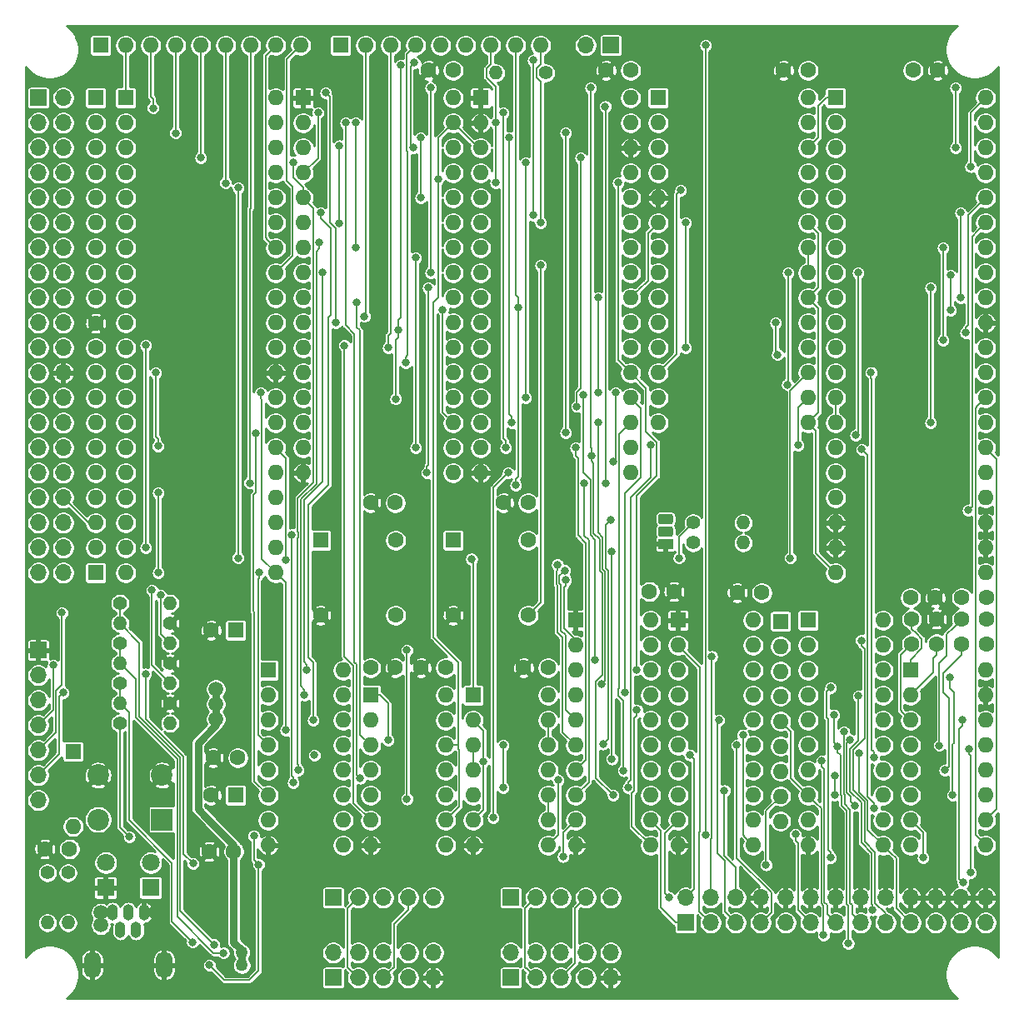
<source format=gbl>
G04 #@! TF.GenerationSoftware,KiCad,Pcbnew,5.1.5+dfsg1-2build2*
G04 #@! TF.CreationDate,2021-08-20T12:13:11-05:00*
G04 #@! TF.ProjectId,2063-Z80,32303633-2d5a-4383-902e-6b696361645f,rev?*
G04 #@! TF.SameCoordinates,Original*
G04 #@! TF.FileFunction,Copper,L4,Bot*
G04 #@! TF.FilePolarity,Positive*
%FSLAX46Y46*%
G04 Gerber Fmt 4.6, Leading zero omitted, Abs format (unit mm)*
G04 Created by KiCad (PCBNEW 5.1.5+dfsg1-2build2) date 2021-08-20 12:13:11*
%MOMM*%
%LPD*%
G04 APERTURE LIST*
%ADD10R,1.500000X1.050000*%
%ADD11C,0.100000*%
%ADD12C,1.600000*%
%ADD13R,1.600000X1.600000*%
%ADD14O,1.700000X1.700000*%
%ADD15R,1.700000X1.700000*%
%ADD16O,1.600000X1.600000*%
%ADD17O,1.400000X1.400000*%
%ADD18C,1.400000*%
%ADD19O,1.700000X2.700000*%
%ADD20O,1.100000X1.650000*%
%ADD21C,1.800000*%
%ADD22R,1.800000X1.800000*%
%ADD23C,2.200000*%
%ADD24R,2.200000X2.200000*%
%ADD25C,0.800000*%
%ADD26C,1.498600*%
%ADD27C,1.270000*%
%ADD28C,0.152400*%
%ADD29C,0.762000*%
%ADD30C,0.254000*%
G04 APERTURE END LIST*
D10*
X165608000Y-103251000D03*
G04 #@! TA.AperFunction,ComponentPad*
D11*
G36*
X166121229Y-100187264D02*
G01*
X166146711Y-100191044D01*
X166171700Y-100197303D01*
X166195954Y-100205982D01*
X166219242Y-100216996D01*
X166241337Y-100230239D01*
X166262028Y-100245585D01*
X166281116Y-100262884D01*
X166298415Y-100281972D01*
X166313761Y-100302663D01*
X166327004Y-100324758D01*
X166338018Y-100348046D01*
X166346697Y-100372300D01*
X166352956Y-100397289D01*
X166356736Y-100422771D01*
X166358000Y-100448500D01*
X166358000Y-100973500D01*
X166356736Y-100999229D01*
X166352956Y-101024711D01*
X166346697Y-101049700D01*
X166338018Y-101073954D01*
X166327004Y-101097242D01*
X166313761Y-101119337D01*
X166298415Y-101140028D01*
X166281116Y-101159116D01*
X166262028Y-101176415D01*
X166241337Y-101191761D01*
X166219242Y-101205004D01*
X166195954Y-101216018D01*
X166171700Y-101224697D01*
X166146711Y-101230956D01*
X166121229Y-101234736D01*
X166095500Y-101236000D01*
X165120500Y-101236000D01*
X165094771Y-101234736D01*
X165069289Y-101230956D01*
X165044300Y-101224697D01*
X165020046Y-101216018D01*
X164996758Y-101205004D01*
X164974663Y-101191761D01*
X164953972Y-101176415D01*
X164934884Y-101159116D01*
X164917585Y-101140028D01*
X164902239Y-101119337D01*
X164888996Y-101097242D01*
X164877982Y-101073954D01*
X164869303Y-101049700D01*
X164863044Y-101024711D01*
X164859264Y-100999229D01*
X164858000Y-100973500D01*
X164858000Y-100448500D01*
X164859264Y-100422771D01*
X164863044Y-100397289D01*
X164869303Y-100372300D01*
X164877982Y-100348046D01*
X164888996Y-100324758D01*
X164902239Y-100302663D01*
X164917585Y-100281972D01*
X164934884Y-100262884D01*
X164953972Y-100245585D01*
X164974663Y-100230239D01*
X164996758Y-100216996D01*
X165020046Y-100205982D01*
X165044300Y-100197303D01*
X165069289Y-100191044D01*
X165094771Y-100187264D01*
X165120500Y-100186000D01*
X166095500Y-100186000D01*
X166121229Y-100187264D01*
G37*
G04 #@! TD.AperFunction*
G04 #@! TA.AperFunction,ComponentPad*
G36*
X166121229Y-101457264D02*
G01*
X166146711Y-101461044D01*
X166171700Y-101467303D01*
X166195954Y-101475982D01*
X166219242Y-101486996D01*
X166241337Y-101500239D01*
X166262028Y-101515585D01*
X166281116Y-101532884D01*
X166298415Y-101551972D01*
X166313761Y-101572663D01*
X166327004Y-101594758D01*
X166338018Y-101618046D01*
X166346697Y-101642300D01*
X166352956Y-101667289D01*
X166356736Y-101692771D01*
X166358000Y-101718500D01*
X166358000Y-102243500D01*
X166356736Y-102269229D01*
X166352956Y-102294711D01*
X166346697Y-102319700D01*
X166338018Y-102343954D01*
X166327004Y-102367242D01*
X166313761Y-102389337D01*
X166298415Y-102410028D01*
X166281116Y-102429116D01*
X166262028Y-102446415D01*
X166241337Y-102461761D01*
X166219242Y-102475004D01*
X166195954Y-102486018D01*
X166171700Y-102494697D01*
X166146711Y-102500956D01*
X166121229Y-102504736D01*
X166095500Y-102506000D01*
X165120500Y-102506000D01*
X165094771Y-102504736D01*
X165069289Y-102500956D01*
X165044300Y-102494697D01*
X165020046Y-102486018D01*
X164996758Y-102475004D01*
X164974663Y-102461761D01*
X164953972Y-102446415D01*
X164934884Y-102429116D01*
X164917585Y-102410028D01*
X164902239Y-102389337D01*
X164888996Y-102367242D01*
X164877982Y-102343954D01*
X164869303Y-102319700D01*
X164863044Y-102294711D01*
X164859264Y-102269229D01*
X164858000Y-102243500D01*
X164858000Y-101718500D01*
X164859264Y-101692771D01*
X164863044Y-101667289D01*
X164869303Y-101642300D01*
X164877982Y-101618046D01*
X164888996Y-101594758D01*
X164902239Y-101572663D01*
X164917585Y-101551972D01*
X164934884Y-101532884D01*
X164953972Y-101515585D01*
X164974663Y-101500239D01*
X164996758Y-101486996D01*
X165020046Y-101475982D01*
X165044300Y-101467303D01*
X165069289Y-101461044D01*
X165094771Y-101457264D01*
X165120500Y-101456000D01*
X166095500Y-101456000D01*
X166121229Y-101457264D01*
G37*
G04 #@! TD.AperFunction*
D12*
X119634000Y-124968000D03*
X122134000Y-124968000D03*
X119420000Y-112014000D03*
D13*
X121920000Y-112014000D03*
D12*
X119420000Y-128778000D03*
D13*
X121920000Y-128778000D03*
D14*
X101854000Y-129286000D03*
X101854000Y-126746000D03*
X101854000Y-124206000D03*
X101854000Y-121666000D03*
X101854000Y-119126000D03*
X101854000Y-116586000D03*
D15*
X101854000Y-114046000D03*
D13*
X135636000Y-118618000D03*
D16*
X143256000Y-133858000D03*
X135636000Y-121158000D03*
X143256000Y-131318000D03*
X135636000Y-123698000D03*
X143256000Y-128778000D03*
X135636000Y-126238000D03*
X143256000Y-126238000D03*
X135636000Y-128778000D03*
X143256000Y-123698000D03*
X135636000Y-131318000D03*
X143256000Y-121158000D03*
X135636000Y-133858000D03*
X143256000Y-118618000D03*
X144018000Y-57912000D03*
X128778000Y-96012000D03*
X144018000Y-60452000D03*
X128778000Y-93472000D03*
X144018000Y-62992000D03*
X128778000Y-90932000D03*
X144018000Y-65532000D03*
X128778000Y-88392000D03*
X144018000Y-68072000D03*
X128778000Y-85852000D03*
X144018000Y-70612000D03*
X128778000Y-83312000D03*
X144018000Y-73152000D03*
X128778000Y-80772000D03*
X144018000Y-75692000D03*
X128778000Y-78232000D03*
X144018000Y-78232000D03*
X128778000Y-75692000D03*
X144018000Y-80772000D03*
X128778000Y-73152000D03*
X144018000Y-83312000D03*
X128778000Y-70612000D03*
X144018000Y-85852000D03*
X128778000Y-68072000D03*
X144018000Y-88392000D03*
X128778000Y-65532000D03*
X144018000Y-90932000D03*
X128778000Y-62992000D03*
X144018000Y-93472000D03*
X128778000Y-60452000D03*
X144018000Y-96012000D03*
D13*
X128778000Y-57912000D03*
D17*
X148336000Y-55372000D03*
D18*
X153416000Y-55372000D03*
D14*
X157480000Y-52578000D03*
D15*
X160020000Y-52578000D03*
D17*
X173482000Y-103124000D03*
D18*
X168402000Y-103124000D03*
D17*
X173482000Y-101092000D03*
D18*
X168402000Y-101092000D03*
D12*
X135636000Y-99060000D03*
X138136000Y-99060000D03*
D17*
X102793800Y-141732000D03*
D18*
X102793800Y-136652000D03*
D17*
X104876600Y-141732000D03*
D18*
X104876600Y-136652000D03*
D17*
X115239800Y-121462800D03*
D18*
X110159800Y-121462800D03*
D17*
X115239800Y-117398800D03*
D18*
X110159800Y-117398800D03*
D17*
X115239800Y-113334800D03*
D18*
X110159800Y-113334800D03*
D17*
X110159800Y-119430800D03*
D18*
X115239800Y-119430800D03*
D17*
X110159800Y-115366800D03*
D18*
X115239800Y-115366800D03*
D17*
X110159800Y-111302800D03*
D18*
X115239800Y-111302800D03*
D17*
X115239800Y-109270800D03*
D18*
X110159800Y-109270800D03*
D12*
X144018000Y-110490000D03*
X151638000Y-110490000D03*
X151638000Y-102870000D03*
D13*
X144018000Y-102870000D03*
D16*
X128524000Y-52578000D03*
X125984000Y-52578000D03*
X123444000Y-52578000D03*
X120904000Y-52578000D03*
X118364000Y-52578000D03*
X115824000Y-52578000D03*
X113284000Y-52578000D03*
X110744000Y-52578000D03*
D13*
X108204000Y-52578000D03*
D16*
X107696000Y-78232000D03*
X107696000Y-75692000D03*
X107696000Y-73152000D03*
X107696000Y-70612000D03*
X107696000Y-68072000D03*
X107696000Y-65532000D03*
X107696000Y-62992000D03*
X107696000Y-60452000D03*
D13*
X107696000Y-57912000D03*
D16*
X107696000Y-85852000D03*
X107696000Y-88392000D03*
X107696000Y-90932000D03*
X107696000Y-93472000D03*
X107696000Y-96012000D03*
X107696000Y-98552000D03*
X107696000Y-101092000D03*
X107696000Y-103632000D03*
D13*
X107696000Y-106172000D03*
D16*
X198120000Y-116078000D03*
X190500000Y-133858000D03*
X198120000Y-118618000D03*
X190500000Y-131318000D03*
X198120000Y-121158000D03*
X190500000Y-128778000D03*
X198120000Y-123698000D03*
X190500000Y-126238000D03*
X198120000Y-126238000D03*
X190500000Y-123698000D03*
X198120000Y-128778000D03*
X190500000Y-121158000D03*
X198120000Y-131318000D03*
X190500000Y-118618000D03*
X198120000Y-133858000D03*
D13*
X190500000Y-116078000D03*
X105410000Y-124333000D03*
D16*
X105410000Y-131953000D03*
X162052000Y-57912000D03*
X146812000Y-96012000D03*
X162052000Y-60452000D03*
X146812000Y-93472000D03*
X162052000Y-62992000D03*
X146812000Y-90932000D03*
X162052000Y-65532000D03*
X146812000Y-88392000D03*
X162052000Y-68072000D03*
X146812000Y-85852000D03*
X162052000Y-70612000D03*
X146812000Y-83312000D03*
X162052000Y-73152000D03*
X146812000Y-80772000D03*
X162052000Y-75692000D03*
X146812000Y-78232000D03*
X162052000Y-78232000D03*
X146812000Y-75692000D03*
X162052000Y-80772000D03*
X146812000Y-73152000D03*
X162052000Y-83312000D03*
X146812000Y-70612000D03*
X162052000Y-85852000D03*
X146812000Y-68072000D03*
X162052000Y-88392000D03*
X146812000Y-65532000D03*
X162052000Y-90932000D03*
X146812000Y-62992000D03*
X162052000Y-93472000D03*
X146812000Y-60452000D03*
X162052000Y-96012000D03*
D13*
X146812000Y-57912000D03*
D14*
X141986000Y-139192000D03*
X139446000Y-139192000D03*
X136906000Y-139192000D03*
X134366000Y-139192000D03*
D15*
X131826000Y-139192000D03*
D14*
X160020000Y-139192000D03*
X157480000Y-139192000D03*
X154940000Y-139192000D03*
X152400000Y-139192000D03*
D15*
X149860000Y-139192000D03*
D14*
X141986000Y-144780000D03*
X141986000Y-147320000D03*
X139446000Y-144780000D03*
X139446000Y-147320000D03*
X136906000Y-144780000D03*
X136906000Y-147320000D03*
X134366000Y-144780000D03*
X134366000Y-147320000D03*
X131826000Y-144780000D03*
D15*
X131826000Y-147320000D03*
D14*
X160020000Y-144780000D03*
X160020000Y-147320000D03*
X157480000Y-144780000D03*
X157480000Y-147320000D03*
X154940000Y-144780000D03*
X154940000Y-147320000D03*
X152400000Y-144780000D03*
X152400000Y-147320000D03*
X149860000Y-144780000D03*
D15*
X149860000Y-147320000D03*
D16*
X177292000Y-131419600D03*
X177292000Y-128879600D03*
X177292000Y-126339600D03*
X177292000Y-123799600D03*
X177292000Y-121259600D03*
X177292000Y-118719600D03*
X177292000Y-116179600D03*
X177292000Y-113639600D03*
D13*
X177292000Y-111099600D03*
D12*
X149138000Y-99060000D03*
X151638000Y-99060000D03*
D16*
X125984000Y-57912000D03*
X110744000Y-106172000D03*
X125984000Y-60452000D03*
X110744000Y-103632000D03*
X125984000Y-62992000D03*
X110744000Y-101092000D03*
X125984000Y-65532000D03*
X110744000Y-98552000D03*
X125984000Y-68072000D03*
X110744000Y-96012000D03*
X125984000Y-70612000D03*
X110744000Y-93472000D03*
X125984000Y-73152000D03*
X110744000Y-90932000D03*
X125984000Y-75692000D03*
X110744000Y-88392000D03*
X125984000Y-78232000D03*
X110744000Y-85852000D03*
X125984000Y-80772000D03*
X110744000Y-83312000D03*
X125984000Y-83312000D03*
X110744000Y-80772000D03*
X125984000Y-85852000D03*
X110744000Y-78232000D03*
X125984000Y-88392000D03*
X110744000Y-75692000D03*
X125984000Y-90932000D03*
X110744000Y-73152000D03*
X125984000Y-93472000D03*
X110744000Y-70612000D03*
X125984000Y-96012000D03*
X110744000Y-68072000D03*
X125984000Y-98552000D03*
X110744000Y-65532000D03*
X125984000Y-101092000D03*
X110744000Y-62992000D03*
X125984000Y-103632000D03*
X110744000Y-60452000D03*
X125984000Y-106172000D03*
D13*
X110744000Y-57912000D03*
D16*
X198120000Y-57912000D03*
X182880000Y-106172000D03*
X198120000Y-60452000D03*
X182880000Y-103632000D03*
X198120000Y-62992000D03*
X182880000Y-101092000D03*
X198120000Y-65532000D03*
X182880000Y-98552000D03*
X198120000Y-68072000D03*
X182880000Y-96012000D03*
X198120000Y-70612000D03*
X182880000Y-93472000D03*
X198120000Y-73152000D03*
X182880000Y-90932000D03*
X198120000Y-75692000D03*
X182880000Y-88392000D03*
X198120000Y-78232000D03*
X182880000Y-85852000D03*
X198120000Y-80772000D03*
X182880000Y-83312000D03*
X198120000Y-83312000D03*
X182880000Y-80772000D03*
X198120000Y-85852000D03*
X182880000Y-78232000D03*
X198120000Y-88392000D03*
X182880000Y-75692000D03*
X198120000Y-90932000D03*
X182880000Y-73152000D03*
X198120000Y-93472000D03*
X182880000Y-70612000D03*
X198120000Y-96012000D03*
X182880000Y-68072000D03*
X198120000Y-98552000D03*
X182880000Y-65532000D03*
X198120000Y-101092000D03*
X182880000Y-62992000D03*
X198120000Y-103632000D03*
X182880000Y-60452000D03*
X198120000Y-106172000D03*
D13*
X182880000Y-57912000D03*
D14*
X198120000Y-139192000D03*
X198120000Y-141732000D03*
X195580000Y-139192000D03*
X195580000Y-141732000D03*
X193040000Y-139192000D03*
X193040000Y-141732000D03*
X190500000Y-139192000D03*
X190500000Y-141732000D03*
X187960000Y-139192000D03*
X187960000Y-141732000D03*
X185420000Y-139192000D03*
X185420000Y-141732000D03*
X182880000Y-139192000D03*
X182880000Y-141732000D03*
X180340000Y-139192000D03*
X180340000Y-141732000D03*
X177800000Y-139192000D03*
X177800000Y-141732000D03*
X175260000Y-139192000D03*
X175260000Y-141732000D03*
X172720000Y-139192000D03*
X172720000Y-141732000D03*
X170180000Y-139192000D03*
X170180000Y-141732000D03*
X167640000Y-139192000D03*
D15*
X167640000Y-141732000D03*
D16*
X152908000Y-52578000D03*
X150368000Y-52578000D03*
X147828000Y-52578000D03*
X145288000Y-52578000D03*
X142748000Y-52578000D03*
X140208000Y-52578000D03*
X137668000Y-52578000D03*
X135128000Y-52578000D03*
D13*
X132588000Y-52578000D03*
D19*
X114648000Y-146020000D03*
X107348000Y-146020000D03*
D20*
X111798000Y-142445000D03*
X110198000Y-142445000D03*
X112598000Y-140695000D03*
X109398000Y-140695000D03*
X110998000Y-140695000D03*
D14*
X104394000Y-106172000D03*
X101854000Y-106172000D03*
X104394000Y-103632000D03*
X101854000Y-103632000D03*
X104394000Y-101092000D03*
X101854000Y-101092000D03*
X104394000Y-98552000D03*
X101854000Y-98552000D03*
X104394000Y-96012000D03*
X101854000Y-96012000D03*
X104394000Y-93472000D03*
X101854000Y-93472000D03*
X104394000Y-90932000D03*
X101854000Y-90932000D03*
X104394000Y-88392000D03*
X101854000Y-88392000D03*
X104394000Y-85852000D03*
X101854000Y-85852000D03*
X104394000Y-83312000D03*
X101854000Y-83312000D03*
X104394000Y-80772000D03*
X101854000Y-80772000D03*
X104394000Y-78232000D03*
X101854000Y-78232000D03*
X104394000Y-75692000D03*
X101854000Y-75692000D03*
X104394000Y-73152000D03*
X101854000Y-73152000D03*
X104394000Y-70612000D03*
X101854000Y-70612000D03*
X104394000Y-68072000D03*
X101854000Y-68072000D03*
X104394000Y-65532000D03*
X101854000Y-65532000D03*
X104394000Y-62992000D03*
X101854000Y-62992000D03*
X104394000Y-60452000D03*
X101854000Y-60452000D03*
X104394000Y-57912000D03*
D15*
X101854000Y-57912000D03*
D12*
X130556000Y-110490000D03*
X138176000Y-110490000D03*
X138176000Y-102870000D03*
D13*
X130556000Y-102870000D03*
D21*
X108712000Y-135636000D03*
D22*
X108712000Y-138176000D03*
D21*
X113284000Y-135636000D03*
D22*
X113284000Y-138176000D03*
D23*
X114439700Y-126741800D03*
X107939700Y-126741800D03*
X107939700Y-131241800D03*
D24*
X114439700Y-131241800D03*
D12*
X102529000Y-134239000D03*
X105029000Y-134239000D03*
D16*
X180086000Y-57912000D03*
X164846000Y-90932000D03*
X180086000Y-60452000D03*
X164846000Y-88392000D03*
X180086000Y-62992000D03*
X164846000Y-85852000D03*
X180086000Y-65532000D03*
X164846000Y-83312000D03*
X180086000Y-68072000D03*
X164846000Y-80772000D03*
X180086000Y-70612000D03*
X164846000Y-78232000D03*
X180086000Y-73152000D03*
X164846000Y-75692000D03*
X180086000Y-75692000D03*
X164846000Y-73152000D03*
X180086000Y-78232000D03*
X164846000Y-70612000D03*
X180086000Y-80772000D03*
X164846000Y-68072000D03*
X180086000Y-83312000D03*
X164846000Y-65532000D03*
X180086000Y-85852000D03*
X164846000Y-62992000D03*
X180086000Y-88392000D03*
X164846000Y-60452000D03*
X180086000Y-90932000D03*
D13*
X164846000Y-57912000D03*
X166878000Y-110998000D03*
D16*
X174498000Y-133858000D03*
X166878000Y-113538000D03*
X174498000Y-131318000D03*
X166878000Y-116078000D03*
X174498000Y-128778000D03*
X166878000Y-118618000D03*
X174498000Y-126238000D03*
X166878000Y-121158000D03*
X174498000Y-123698000D03*
X166878000Y-123698000D03*
X174498000Y-121158000D03*
X166878000Y-126238000D03*
X174498000Y-118618000D03*
X166878000Y-128778000D03*
X174498000Y-116078000D03*
X166878000Y-131318000D03*
X174498000Y-113538000D03*
X166878000Y-133858000D03*
X174498000Y-110998000D03*
D12*
X119216800Y-134493000D03*
X121716800Y-134493000D03*
X163957000Y-108077000D03*
X166457000Y-108077000D03*
X159552000Y-55118000D03*
X162052000Y-55118000D03*
X177586000Y-55118000D03*
X180086000Y-55118000D03*
X193254000Y-55118000D03*
X190754000Y-55118000D03*
X198207000Y-108712000D03*
X195707000Y-108712000D03*
X193141600Y-110883700D03*
X193141600Y-113383700D03*
X141518000Y-55118000D03*
X144018000Y-55118000D03*
X107696000Y-80812000D03*
X107696000Y-83312000D03*
X198221600Y-110883700D03*
X198221600Y-113383700D03*
X153670000Y-115824000D03*
X151170000Y-115824000D03*
X143256000Y-115824000D03*
X140756000Y-115824000D03*
X135636000Y-115824000D03*
X138136000Y-115824000D03*
X190500000Y-108712000D03*
X193000000Y-108712000D03*
X175387000Y-108204000D03*
X172887000Y-108204000D03*
X190601600Y-110883700D03*
X190601600Y-113383700D03*
X195681600Y-110883700D03*
X195681600Y-113383700D03*
D13*
X180086000Y-110998000D03*
D16*
X187706000Y-133858000D03*
X180086000Y-113538000D03*
X187706000Y-131318000D03*
X180086000Y-116078000D03*
X187706000Y-128778000D03*
X180086000Y-118618000D03*
X187706000Y-126238000D03*
X180086000Y-121158000D03*
X187706000Y-123698000D03*
X180086000Y-123698000D03*
X187706000Y-121158000D03*
X180086000Y-126238000D03*
X187706000Y-118618000D03*
X180086000Y-128778000D03*
X187706000Y-116078000D03*
X180086000Y-131318000D03*
X187706000Y-113538000D03*
X180086000Y-133858000D03*
X187706000Y-110998000D03*
D13*
X156464000Y-110998000D03*
D16*
X164084000Y-133858000D03*
X156464000Y-113538000D03*
X164084000Y-131318000D03*
X156464000Y-116078000D03*
X164084000Y-128778000D03*
X156464000Y-118618000D03*
X164084000Y-126238000D03*
X156464000Y-121158000D03*
X164084000Y-123698000D03*
X156464000Y-123698000D03*
X164084000Y-121158000D03*
X156464000Y-126238000D03*
X164084000Y-118618000D03*
X156464000Y-128778000D03*
X164084000Y-116078000D03*
X156464000Y-131318000D03*
X164084000Y-113538000D03*
X156464000Y-133858000D03*
X164084000Y-110998000D03*
D13*
X125222000Y-116078000D03*
D16*
X132842000Y-133858000D03*
X125222000Y-118618000D03*
X132842000Y-131318000D03*
X125222000Y-121158000D03*
X132842000Y-128778000D03*
X125222000Y-123698000D03*
X132842000Y-126238000D03*
X125222000Y-126238000D03*
X132842000Y-123698000D03*
X125222000Y-128778000D03*
X132842000Y-121158000D03*
X125222000Y-131318000D03*
X132842000Y-118618000D03*
X125222000Y-133858000D03*
X132842000Y-116078000D03*
D13*
X146050000Y-118618000D03*
D16*
X153670000Y-133858000D03*
X146050000Y-121158000D03*
X153670000Y-131318000D03*
X146050000Y-123698000D03*
X153670000Y-128778000D03*
X146050000Y-126238000D03*
X153670000Y-126238000D03*
X146050000Y-128778000D03*
X153670000Y-123698000D03*
X146050000Y-131318000D03*
X153670000Y-121158000D03*
X146050000Y-133858000D03*
X153670000Y-118618000D03*
D25*
X120345200Y-148945600D03*
D26*
X113792000Y-141986000D03*
X113792000Y-140716000D03*
D25*
X120345200Y-146100800D03*
X193979800Y-126238000D03*
X193421000Y-123723400D03*
X194767200Y-128778000D03*
X194487800Y-116814600D03*
D26*
X108204000Y-141986000D03*
X108204000Y-140716000D03*
D25*
X113525399Y-58940601D03*
X131064000Y-57404000D03*
X132080002Y-80772000D03*
X150622000Y-79248000D03*
X114046000Y-98044000D03*
X114046000Y-106172000D03*
X150368000Y-97282000D03*
X124326610Y-106141711D03*
X196113389Y-81788000D03*
X115811399Y-61480601D03*
X134112000Y-73152000D03*
X134112000Y-60452000D03*
X112776000Y-83058000D03*
X112776000Y-103632000D03*
X127762000Y-127508000D03*
X127641211Y-102307559D03*
X118364000Y-64008000D03*
X132467390Y-62778544D03*
X132467390Y-70638220D03*
X120891399Y-66560601D03*
X127762000Y-64450078D03*
X128270000Y-126238000D03*
X152908000Y-70612000D03*
X130556000Y-69596000D03*
X129794000Y-121158000D03*
X167132000Y-67310000D03*
X160528000Y-87884000D03*
X160261391Y-94855944D03*
X130435211Y-72644000D03*
X128898610Y-118618000D03*
X149739390Y-61976000D03*
X149993390Y-90932000D03*
X158750000Y-90932000D03*
X159137390Y-117501343D03*
X130740022Y-75692000D03*
X129165390Y-116078000D03*
X196614756Y-64915746D03*
X151384000Y-64516000D03*
X151384000Y-88392000D03*
X157226000Y-88138000D03*
X158426022Y-115033294D03*
X160782000Y-66548000D03*
X162680610Y-116023754D03*
X135007398Y-80130602D03*
X113792000Y-85852000D03*
X114021098Y-93300611D03*
X149098000Y-59436000D03*
X149352000Y-93472000D03*
X156464000Y-93472000D03*
X194564000Y-79502000D03*
X194564000Y-75946000D03*
X176784000Y-80772000D03*
X176979255Y-84016802D03*
X137414000Y-83312000D03*
X193802000Y-82550000D03*
X193802000Y-73152000D03*
X139192000Y-84836000D03*
X156971993Y-64007993D03*
X138684000Y-54610000D03*
X138176000Y-88512610D03*
X156597390Y-89274789D03*
X138430000Y-81534000D03*
X161461421Y-118332071D03*
X155448000Y-61468000D03*
X155448000Y-91948000D03*
X142939339Y-79439330D03*
X161328457Y-126276457D03*
X159499399Y-97040601D03*
X159474913Y-58794789D03*
X141478000Y-77216000D03*
X157346610Y-97040601D03*
X141357390Y-96012000D03*
X185166000Y-75692000D03*
X184912000Y-92202000D03*
X123964601Y-91960601D03*
X195072000Y-56896000D03*
X195072000Y-62992000D03*
X157988000Y-56896000D03*
X140208000Y-74168000D03*
X140208000Y-93472000D03*
X158092871Y-94258124D03*
X160274000Y-128778000D03*
X178280601Y-104675399D03*
X145895516Y-104781390D03*
X166977601Y-104675391D03*
X127012700Y-104876600D03*
X142494000Y-66160610D03*
X129921000Y-124714000D03*
X140703399Y-61963399D03*
X140716000Y-68072000D03*
X148336000Y-66548000D03*
X122174000Y-67056000D03*
X122161399Y-104660601D03*
X148336000Y-60452000D03*
X130289399Y-59423399D03*
X195580000Y-69596000D03*
X195580000Y-78232000D03*
X152146000Y-69850000D03*
X152146000Y-54102000D03*
X124460000Y-87884000D03*
X158750000Y-87884000D03*
X158750000Y-78232000D03*
X127000000Y-122173994D03*
X141732000Y-56896000D03*
X141732000Y-75692000D03*
D27*
X122555000Y-146050000D03*
D26*
X119888000Y-121031000D03*
X119888000Y-119507000D03*
X119888000Y-117983000D03*
D27*
X122520553Y-144741910D03*
D25*
X123335991Y-97040601D03*
X134239000Y-78740000D03*
X132966076Y-83072793D03*
X137414000Y-123189980D03*
X147078601Y-125342610D03*
X168071800Y-124688600D03*
X178790600Y-132740400D03*
X171018200Y-121158002D03*
X181480762Y-125291810D03*
X172840610Y-123679612D03*
X183730900Y-122326400D03*
X165932789Y-139141200D03*
X185502590Y-113046381D03*
X185273988Y-124486058D03*
X170288009Y-114681000D03*
X186639200Y-140436600D03*
X185197779Y-118694200D03*
X184175400Y-143840200D03*
X183102343Y-123822099D03*
X182702200Y-120624600D03*
X181660800Y-143002000D03*
X182372000Y-135128000D03*
X182372000Y-117856000D03*
X119253000Y-146050000D03*
X123761508Y-132905500D03*
X124245634Y-135820110D03*
X111112300Y-133007100D03*
X196596000Y-136652000D03*
X196443600Y-124053600D03*
X195834000Y-137668000D03*
X195732400Y-121158000D03*
X191770000Y-135128000D03*
X185547000Y-93624400D03*
X186817000Y-130124200D03*
X178054000Y-75692000D03*
X177990505Y-87058505D03*
X186486800Y-85826600D03*
X186759810Y-124942600D03*
X192532000Y-77216000D03*
X192532000Y-90932000D03*
X167640000Y-70612000D03*
X167640000Y-83312000D03*
X184861200Y-129819400D03*
X184361829Y-123147829D03*
X175815489Y-135864611D03*
X112776000Y-116459000D03*
X117589300Y-135724900D03*
X117538505Y-143700495D03*
X119697490Y-143954500D03*
X120670303Y-144810454D03*
X161798000Y-128016000D03*
X164084000Y-93218000D03*
X179070000Y-93218000D03*
X182797951Y-128777018D03*
X182797532Y-126822200D03*
X171583577Y-128306424D03*
X154686000Y-127254000D03*
X149606000Y-96012000D03*
X148082000Y-131064000D03*
X196342000Y-99822000D03*
X160020000Y-100838000D03*
X159258000Y-123571000D03*
X162680610Y-120122237D03*
X173456600Y-122656600D03*
X152907988Y-74930000D03*
X160147000Y-104013000D03*
X160147000Y-125094980D03*
X155193984Y-135007390D03*
X140081000Y-54356000D03*
X139954000Y-62992000D03*
X169659399Y-132829399D03*
X169672000Y-52578000D03*
X133096000Y-60452000D03*
X134554078Y-127049441D03*
X139319000Y-114046000D03*
X139319002Y-129159000D03*
X154613250Y-105352301D03*
X113411000Y-107950000D03*
X104394000Y-118364000D03*
X155448000Y-106934000D03*
X104267000Y-110236000D03*
X155359457Y-105944131D03*
X114292469Y-108451610D03*
X103378000Y-115570000D03*
X149098000Y-123698000D03*
X149098000Y-128016000D03*
D28*
X195681600Y-114515070D02*
X195681600Y-113383700D01*
X193833799Y-116362871D02*
X195681600Y-114515070D01*
X193833799Y-118357699D02*
X193833799Y-116362871D01*
X194379799Y-118903699D02*
X193833799Y-118357699D01*
X194379799Y-125838001D02*
X194379799Y-118903699D01*
X193979800Y-126238000D02*
X194379799Y-125838001D01*
X194170201Y-114592199D02*
X194170201Y-112395099D01*
X193421000Y-115341400D02*
X194170201Y-114592199D01*
X194881601Y-111683699D02*
X195681600Y-110883700D01*
X193421000Y-123723400D02*
X193421000Y-115341400D01*
X194170201Y-112395099D02*
X194881601Y-111683699D01*
X189700001Y-120358001D02*
X190500000Y-121158000D01*
X189471399Y-120129399D02*
X189700001Y-120358001D01*
X189471399Y-114513901D02*
X189471399Y-120129399D01*
X190601600Y-113383700D02*
X189471399Y-114513901D01*
X190601600Y-111861600D02*
X190601600Y-110883700D01*
X191095099Y-112355099D02*
X190601600Y-111861600D01*
X191630201Y-112889971D02*
X191095329Y-112355099D01*
X191095329Y-112355099D02*
X191095099Y-112355099D01*
X191630201Y-113877429D02*
X191630201Y-112889971D01*
X190500000Y-115007630D02*
X191630201Y-113877429D01*
X190500000Y-116078000D02*
X190500000Y-115007630D01*
X193141600Y-114515070D02*
X193141600Y-113383700D01*
X190500000Y-118618000D02*
X192811400Y-116306600D01*
X192811400Y-116306600D02*
X192811400Y-114845270D01*
X192811400Y-114845270D02*
X193141600Y-114515070D01*
X194767200Y-123571000D02*
X194767200Y-128778000D01*
X194887799Y-123450401D02*
X194767200Y-123571000D01*
X194487800Y-117919500D02*
X194887799Y-118319499D01*
X194487800Y-116814600D02*
X194487800Y-117919500D01*
X194887799Y-118319499D02*
X194887799Y-123450401D01*
X131463999Y-57803999D02*
X131463999Y-70545633D01*
X131463999Y-70545633D02*
X132080002Y-71161636D01*
X132080002Y-71161636D02*
X132080002Y-80206315D01*
X132080002Y-80206315D02*
X132080002Y-80772000D01*
X131064000Y-57404000D02*
X131463999Y-57803999D01*
X113525300Y-58940502D02*
X113525399Y-58940601D01*
X113525300Y-58039000D02*
X113525300Y-58940502D01*
X113284000Y-57797700D02*
X113525300Y-58039000D01*
X113284000Y-52578000D02*
X113284000Y-57797700D01*
X114046000Y-98044000D02*
X114046000Y-106172000D01*
X124193399Y-122669399D02*
X124193399Y-106840607D01*
X125222000Y-123698000D02*
X124193399Y-122669399D01*
X124193399Y-106840607D02*
X124326610Y-106707396D01*
X124326610Y-106707396D02*
X124326610Y-106141711D01*
X196113389Y-81222315D02*
X196113389Y-81788000D01*
X198120000Y-68072000D02*
X196342000Y-69850000D01*
X196342000Y-69850000D02*
X196342000Y-80993704D01*
X196342000Y-80993704D02*
X196113389Y-81222315D01*
X150622000Y-78219300D02*
X150622000Y-79248000D01*
X150368000Y-77965300D02*
X150622000Y-78219300D01*
X150368000Y-52578000D02*
X150368000Y-77965300D01*
X150368000Y-96647000D02*
X150368000Y-97282000D01*
X150622000Y-96393000D02*
X150368000Y-96647000D01*
X150622000Y-79248000D02*
X150622000Y-96393000D01*
X115824000Y-61468000D02*
X115811399Y-61480601D01*
X115824000Y-52578000D02*
X115824000Y-61468000D01*
X134112000Y-73152000D02*
X134112000Y-60452000D01*
X112776000Y-83058000D02*
X112776000Y-103632000D01*
X127762000Y-126942315D02*
X127637626Y-126817941D01*
X127641211Y-102873244D02*
X127641211Y-102307559D01*
X127637626Y-102876829D02*
X127641211Y-102873244D01*
X127641302Y-104574870D02*
X127637626Y-104571194D01*
X127641302Y-105178330D02*
X127641302Y-104574870D01*
X127637626Y-105182006D02*
X127641302Y-105178330D01*
X127637626Y-126817941D02*
X127637626Y-105182006D01*
X127762000Y-127508000D02*
X127762000Y-126942315D01*
X127637626Y-104571194D02*
X127637626Y-102876829D01*
X118364000Y-52578000D02*
X118364000Y-64008000D01*
X132467390Y-62778544D02*
X132467390Y-70638220D01*
X120904000Y-66548000D02*
X120891399Y-66560601D01*
X120904000Y-52578000D02*
X120904000Y-66548000D01*
X127749399Y-65028364D02*
X127762000Y-65015763D01*
X127762000Y-65015763D02*
X127762000Y-64450078D01*
X127749399Y-66025729D02*
X127749399Y-65028364D01*
X128778000Y-68072000D02*
X128778000Y-67054330D01*
X128778000Y-67054330D02*
X127749399Y-66025729D01*
X128269813Y-102005829D02*
X128269813Y-102609289D01*
X128231977Y-125634292D02*
X128270000Y-125672315D01*
X128270000Y-125672315D02*
X128270000Y-126238000D01*
X128269813Y-102609289D02*
X128231977Y-102647125D01*
X128231977Y-101967993D02*
X128269813Y-102005829D01*
X128231977Y-98590023D02*
X128231977Y-101967993D01*
X129806601Y-97015399D02*
X128231977Y-98590023D01*
X128231977Y-102647125D02*
X128231977Y-125634292D01*
X129806601Y-69100601D02*
X129806601Y-97015399D01*
X128778000Y-68072000D02*
X129806601Y-69100601D01*
X152487399Y-54926271D02*
X152908000Y-54505670D01*
X152908000Y-54505670D02*
X152908000Y-52578000D01*
X152487399Y-55817729D02*
X152487399Y-54926271D01*
X152908000Y-56238330D02*
X152487399Y-55817729D01*
X152908000Y-70612000D02*
X152908000Y-56238330D01*
X131318000Y-80264000D02*
X131318000Y-97282000D01*
X131318000Y-97282000D02*
X129286000Y-99314000D01*
X131572000Y-80010000D02*
X131318000Y-80264000D01*
X130556000Y-69596000D02*
X130556000Y-70161685D01*
X130556000Y-70161685D02*
X131572000Y-71177685D01*
X129794000Y-115316000D02*
X129794000Y-120592315D01*
X129286000Y-114808000D02*
X129794000Y-115316000D01*
X129286000Y-99314000D02*
X129286000Y-114808000D01*
X131572000Y-71177685D02*
X131572000Y-80010000D01*
X129794000Y-120592315D02*
X129794000Y-121158000D01*
X165645999Y-85052001D02*
X164846000Y-85852000D01*
X166732001Y-83965999D02*
X165645999Y-85052001D01*
X166732001Y-67709999D02*
X166732001Y-83965999D01*
X167132000Y-67310000D02*
X166732001Y-67709999D01*
X160528000Y-87884000D02*
X160528000Y-94589335D01*
X160528000Y-94589335D02*
X160261391Y-94855944D01*
X130111412Y-73533484D02*
X130111412Y-97141655D01*
X130435211Y-72644000D02*
X130435211Y-73209685D01*
X130111412Y-97141655D02*
X128536788Y-98716279D01*
X128574624Y-102735545D02*
X128536788Y-102773381D01*
X128536788Y-98716279D02*
X128536788Y-101841737D01*
X128536788Y-117690493D02*
X128898610Y-118052315D01*
X130435211Y-73209685D02*
X130111412Y-73533484D01*
X128574624Y-101879573D02*
X128574624Y-102735545D01*
X128536788Y-101841737D02*
X128574624Y-101879573D01*
X128536788Y-102773381D02*
X128536788Y-117690493D01*
X128898610Y-118052315D02*
X128898610Y-118618000D01*
X180885999Y-62192001D02*
X180086000Y-62992000D01*
X181114601Y-61963399D02*
X180885999Y-62192001D01*
X181114601Y-58724999D02*
X181114601Y-61963399D01*
X181927600Y-57912000D02*
X181114601Y-58724999D01*
X182880000Y-57912000D02*
X181927600Y-57912000D01*
X158750000Y-90932000D02*
X158750000Y-102108000D01*
X159213587Y-102571587D02*
X159213588Y-105837987D01*
X159461189Y-117177544D02*
X159137390Y-117501343D01*
X159461189Y-106085588D02*
X159461189Y-117177544D01*
X159213588Y-105837987D02*
X159461189Y-106085588D01*
X158750000Y-102108000D02*
X159213587Y-102571587D01*
X149999700Y-90335100D02*
X149999700Y-90925690D01*
X149999700Y-90925690D02*
X149993390Y-90932000D01*
X149739390Y-90074790D02*
X149999700Y-90335100D01*
X149739390Y-61976000D02*
X149739390Y-90074790D01*
X125184001Y-72352001D02*
X125984000Y-73152000D01*
X124955399Y-53606601D02*
X124955399Y-72123399D01*
X124955399Y-72123399D02*
X125184001Y-72352001D01*
X125984000Y-52578000D02*
X124955399Y-53606601D01*
X130740022Y-96944112D02*
X128886001Y-98798133D01*
X130740022Y-75692000D02*
X130740022Y-96944112D01*
X128886001Y-115232926D02*
X129165390Y-115512315D01*
X128886001Y-98798133D02*
X128886001Y-115232926D01*
X129165390Y-115512315D02*
X129165390Y-116078000D01*
X196614756Y-64350061D02*
X196614756Y-64915746D01*
X198120000Y-57912000D02*
X196614756Y-59417244D01*
X196614756Y-59417244D02*
X196614756Y-64350061D01*
X151384000Y-64516000D02*
X151384000Y-88392000D01*
X158426022Y-114467609D02*
X158426022Y-115033294D01*
X158426022Y-102800022D02*
X158426022Y-114467609D01*
X157975212Y-102349212D02*
X158426022Y-102800022D01*
X157975212Y-96738871D02*
X157975212Y-102349212D01*
X157226000Y-95989659D02*
X157975212Y-96738871D01*
X157226000Y-88138000D02*
X157226000Y-95989659D01*
X126783999Y-74892001D02*
X125984000Y-75692000D01*
X127724001Y-73951999D02*
X126783999Y-74892001D01*
X127724001Y-66941068D02*
X127724001Y-73951999D01*
X127133398Y-66350465D02*
X127724001Y-66941068D01*
X127133398Y-53968602D02*
X127133398Y-66350465D01*
X128524000Y-52578000D02*
X127133398Y-53968602D01*
X160782000Y-84582000D02*
X162052000Y-85852000D01*
X160782000Y-66548000D02*
X160782000Y-84582000D01*
X162052000Y-85852000D02*
X163626809Y-87426809D01*
X163626809Y-91830477D02*
X164712602Y-92916270D01*
X163626809Y-87426809D02*
X163626809Y-91830477D01*
X164712602Y-92916270D02*
X164712602Y-96322464D01*
X164712602Y-96322464D02*
X162680610Y-98354456D01*
X162680610Y-98354456D02*
X162680610Y-115458069D01*
X162680610Y-115458069D02*
X162680610Y-116023754D01*
X135128000Y-79756000D02*
X135128000Y-80010000D01*
X135128000Y-80010000D02*
X135007398Y-80130602D01*
X135128000Y-52578000D02*
X135128000Y-79756000D01*
X114020600Y-93300113D02*
X114021098Y-93300611D01*
X114020600Y-92557600D02*
X114020600Y-93300113D01*
X113792000Y-92329000D02*
X114020600Y-92557600D01*
X113792000Y-85852000D02*
X113792000Y-92329000D01*
X149352000Y-92760800D02*
X149352000Y-93472000D01*
X149098000Y-92506800D02*
X149352000Y-92760800D01*
X149098000Y-59436000D02*
X149098000Y-92506800D01*
X157263999Y-125438001D02*
X156464000Y-126238000D01*
X157492601Y-125209399D02*
X157263999Y-125438001D01*
X157492601Y-103136601D02*
X157492601Y-125209399D01*
X156718000Y-102362000D02*
X157492601Y-103136601D01*
X156718000Y-94513400D02*
X156718000Y-102362000D01*
X156464000Y-94259400D02*
X156718000Y-94513400D01*
X156464000Y-93472000D02*
X156464000Y-94259400D01*
X194564000Y-79502000D02*
X194564000Y-75946000D01*
X176784000Y-83821547D02*
X176979255Y-84016802D01*
X176784000Y-80772000D02*
X176784000Y-83821547D01*
X137414000Y-82080100D02*
X137414000Y-83312000D01*
X137668000Y-81826100D02*
X137414000Y-82080100D01*
X137668000Y-52578000D02*
X137668000Y-81826100D01*
X193802000Y-82550000D02*
X193802000Y-73152000D01*
X139408001Y-63376333D02*
X139408001Y-84054314D01*
X139408001Y-84054314D02*
X139192000Y-84270315D01*
X140208000Y-52578000D02*
X139325398Y-53460602D01*
X139325398Y-53460602D02*
X139325398Y-63293730D01*
X139325398Y-63293730D02*
X139408001Y-63376333D01*
X139192000Y-84270315D02*
X139192000Y-84836000D01*
X156597390Y-87836278D02*
X156597390Y-88709104D01*
X156597390Y-88709104D02*
X156597390Y-89274789D01*
X156971993Y-64007993D02*
X156971993Y-87461675D01*
X156971993Y-87461675D02*
X156597390Y-87836278D01*
X161461421Y-117766386D02*
X161461421Y-118332071D01*
X163080601Y-89420601D02*
X163080601Y-96505729D01*
X161461421Y-98124909D02*
X161461421Y-117766386D01*
X163080601Y-96505729D02*
X161461421Y-98124909D01*
X162052000Y-88392000D02*
X163080601Y-89420601D01*
X138417300Y-81546700D02*
X138430000Y-81534000D01*
X138417300Y-82296000D02*
X138417300Y-81546700D01*
X138176000Y-82537300D02*
X138417300Y-82296000D01*
X138176000Y-88512610D02*
X138176000Y-82537300D01*
X138430000Y-80505300D02*
X138430000Y-81534000D01*
X138684000Y-80251300D02*
X138430000Y-80505300D01*
X138684000Y-54610000D02*
X138684000Y-80251300D01*
X155448000Y-61468000D02*
X155448000Y-91948000D01*
X142939339Y-80005015D02*
X142939339Y-79439330D01*
X142939339Y-89853339D02*
X142939339Y-80005015D01*
X144018000Y-90932000D02*
X142939339Y-89853339D01*
X161328457Y-119173096D02*
X161328457Y-125710772D01*
X160890001Y-92093999D02*
X160890001Y-117940754D01*
X160832811Y-118677450D02*
X161328457Y-119173096D01*
X161328457Y-125710772D02*
X161328457Y-126276457D01*
X162052000Y-90932000D02*
X160890001Y-92093999D01*
X160832811Y-117997944D02*
X160832811Y-118677450D01*
X160890001Y-117940754D02*
X160832811Y-117997944D01*
X159499399Y-58819275D02*
X159474913Y-58794789D01*
X159499399Y-97040601D02*
X159499399Y-58819275D01*
X157797412Y-102844879D02*
X157346610Y-102394077D01*
X157346610Y-97606286D02*
X157346610Y-97040601D01*
X157346610Y-102394077D02*
X157346610Y-97606286D01*
X157797412Y-127444588D02*
X157797412Y-102844879D01*
X156464000Y-128778000D02*
X157797412Y-127444588D01*
X141351000Y-96005610D02*
X141357390Y-96012000D01*
X141351000Y-95364300D02*
X141351000Y-96005610D01*
X141478000Y-95237300D02*
X141351000Y-95364300D01*
X141478000Y-77216000D02*
X141478000Y-95237300D01*
X185166000Y-91948000D02*
X184912000Y-92202000D01*
X185166000Y-75692000D02*
X185166000Y-91948000D01*
X123964601Y-92526286D02*
X123964601Y-91960601D01*
X123964601Y-98031399D02*
X123964601Y-92526286D01*
X123698000Y-98298000D02*
X123964601Y-98031399D01*
X123698000Y-110067668D02*
X123698000Y-98298000D01*
X123818602Y-110188270D02*
X123698000Y-110067668D01*
X123818602Y-127374602D02*
X123818602Y-110188270D01*
X125222000Y-128778000D02*
X123818602Y-127374602D01*
X195072000Y-56896000D02*
X195072000Y-62992000D01*
X140208000Y-74168000D02*
X140208000Y-93472000D01*
X158092871Y-94823809D02*
X158092871Y-94258124D01*
X158280023Y-102146023D02*
X158280023Y-95010961D01*
X158908776Y-102774776D02*
X158280023Y-102146023D01*
X158280023Y-95010961D02*
X158092871Y-94823809D01*
X159149999Y-106205464D02*
X158908776Y-105964242D01*
X159149999Y-116558404D02*
X159149999Y-106205464D01*
X160274000Y-128778000D02*
X158508789Y-127012789D01*
X158508789Y-127012789D02*
X158508789Y-117199614D01*
X158908776Y-105964242D02*
X158908776Y-102774776D01*
X158508789Y-117199614D02*
X159149999Y-116558404D01*
X158089600Y-93497400D02*
X158089600Y-94254853D01*
X158089600Y-94254853D02*
X158092871Y-94258124D01*
X157988000Y-93395800D02*
X158089600Y-93497400D01*
X157988000Y-56896000D02*
X157988000Y-93395800D01*
X180086000Y-85852000D02*
X178280601Y-87657399D01*
X178280601Y-87657399D02*
X178280601Y-104675399D01*
X146050000Y-104935874D02*
X145895516Y-104781390D01*
X146050000Y-118618000D02*
X146050000Y-104935874D01*
X168402000Y-101092000D02*
X166977601Y-102516399D01*
X166977601Y-102516399D02*
X166977601Y-104675391D01*
X127012601Y-104310816D02*
X127012700Y-104310915D01*
X127012700Y-104310915D02*
X127012700Y-104876600D01*
X127012601Y-94500601D02*
X127012601Y-104310816D01*
X125984000Y-93472000D02*
X127012601Y-94500601D01*
X180885999Y-77432001D02*
X180086000Y-78232000D01*
X181114601Y-77203399D02*
X180885999Y-77432001D01*
X181114601Y-71640601D02*
X181114601Y-77203399D01*
X180086000Y-70612000D02*
X181114601Y-71640601D01*
X180885999Y-90132001D02*
X180086000Y-90932000D01*
X181114601Y-89903399D02*
X180885999Y-90132001D01*
X181114601Y-79260601D02*
X181114601Y-89903399D01*
X180086000Y-78232000D02*
X181114601Y-79260601D01*
X182080001Y-105372001D02*
X182880000Y-106172000D01*
X180885999Y-104177999D02*
X182080001Y-105372001D01*
X180885999Y-91731999D02*
X180885999Y-104177999D01*
X180086000Y-90932000D02*
X180885999Y-91731999D01*
X142494000Y-61976000D02*
X142494000Y-66160610D01*
X144018000Y-60452000D02*
X142494000Y-61976000D01*
X146558000Y-62992000D02*
X146812000Y-62992000D01*
X144018000Y-60452000D02*
X146558000Y-62992000D01*
X144539001Y-115265501D02*
X144539001Y-116251667D01*
X141986000Y-112712500D02*
X144539001Y-115265501D01*
X141986000Y-78740000D02*
X141986000Y-112712500D01*
X142494000Y-78232000D02*
X141986000Y-78740000D01*
X142494000Y-66160610D02*
X142494000Y-78232000D01*
X144539001Y-124092001D02*
X144653000Y-124206000D01*
X144653000Y-129921000D02*
X143256000Y-131318000D01*
X144653000Y-124206000D02*
X144653000Y-129921000D01*
X144387370Y-123698000D02*
X144526000Y-123698000D01*
X143256000Y-123698000D02*
X144387370Y-123698000D01*
X144526000Y-123698000D02*
X144539001Y-124092001D01*
X144539001Y-116251667D02*
X144526000Y-123698000D01*
X140703399Y-68059399D02*
X140716000Y-68072000D01*
X140703399Y-61963399D02*
X140703399Y-68059399D01*
X122174000Y-67056000D02*
X122174000Y-104648000D01*
X122174000Y-104648000D02*
X122161399Y-104660601D01*
X148336000Y-56746330D02*
X148336000Y-66548000D01*
X147407399Y-55817729D02*
X148336000Y-56746330D01*
X147407399Y-54926271D02*
X147407399Y-55817729D01*
X147828000Y-54505670D02*
X147407399Y-54926271D01*
X147828000Y-52578000D02*
X147828000Y-54505670D01*
X130289399Y-64020601D02*
X128778000Y-65532000D01*
X130289399Y-59423399D02*
X130289399Y-64020601D01*
X195580000Y-69596000D02*
X195580000Y-77978000D01*
X195580000Y-77978000D02*
X195580000Y-78232000D01*
X163817399Y-76466601D02*
X162851999Y-77432001D01*
X162851999Y-77432001D02*
X162052000Y-78232000D01*
X163817399Y-71640601D02*
X163817399Y-76466601D01*
X164846000Y-70612000D02*
X163817399Y-71640601D01*
X152146000Y-69850000D02*
X152146000Y-54102000D01*
X158750000Y-87884000D02*
X158750000Y-78232000D01*
X127000000Y-107188000D02*
X127000000Y-122173994D01*
X125984000Y-106172000D02*
X127000000Y-107188000D01*
X124593203Y-104781203D02*
X124593203Y-88582888D01*
X125984000Y-106172000D02*
X124593203Y-104781203D01*
X124460000Y-88449685D02*
X124460000Y-87884000D01*
X124593203Y-88582888D02*
X124460000Y-88449685D01*
X110744000Y-53709370D02*
X110744000Y-57912000D01*
X110744000Y-52578000D02*
X110744000Y-53709370D01*
X141732000Y-56896000D02*
X141732000Y-75692000D01*
D29*
X118086599Y-130188629D02*
X118086599Y-123467401D01*
X121716800Y-134950200D02*
X121716800Y-133818830D01*
X118086599Y-123467401D02*
X119888000Y-121666000D01*
X119888000Y-121666000D02*
X119888000Y-118237000D01*
X119888000Y-118237000D02*
X119888000Y-117729000D01*
D28*
X118916985Y-131019015D02*
X118916985Y-131247615D01*
D29*
X121716800Y-133818830D02*
X118916985Y-131019015D01*
X118916985Y-131019015D02*
X118086599Y-130188629D01*
X122555000Y-144526000D02*
X122555000Y-146050000D01*
X121716800Y-143687800D02*
X122555000Y-144526000D01*
X121716800Y-134950200D02*
X121716800Y-143687800D01*
D28*
X123444000Y-69088000D02*
X123456601Y-69100601D01*
X123444000Y-52578000D02*
X123444000Y-69088000D01*
X123335991Y-96474916D02*
X123335991Y-97040601D01*
X123444000Y-69088000D02*
X123335991Y-69196009D01*
X123335991Y-69196009D02*
X123335991Y-96474916D01*
X106934000Y-101092000D02*
X107696000Y-101092000D01*
X104394000Y-98552000D02*
X106934000Y-101092000D01*
X135636000Y-123698000D02*
X134543809Y-122605809D01*
X134543809Y-122605809D02*
X134543809Y-81534742D01*
X134543809Y-81534742D02*
X134239000Y-81229933D01*
X134239000Y-81229933D02*
X134239000Y-79305685D01*
X134239000Y-79305685D02*
X134239000Y-78740000D01*
X133870601Y-129552601D02*
X133870601Y-115584272D01*
X132966076Y-114679747D02*
X132966076Y-83638478D01*
X135636000Y-131318000D02*
X133870601Y-129552601D01*
X133870601Y-115584272D02*
X132966076Y-114679747D01*
X132966076Y-83638478D02*
X132966076Y-83072793D01*
X146050000Y-123698000D02*
X146050000Y-123799600D01*
X146050000Y-123799600D02*
X146050000Y-126238000D01*
X137414000Y-122624295D02*
X137414000Y-123189980D01*
X136588400Y-118618000D02*
X137414000Y-119443600D01*
X135636000Y-118618000D02*
X136588400Y-118618000D01*
X137414000Y-119443600D02*
X137414000Y-122624295D01*
X146050000Y-131318000D02*
X147078601Y-130289399D01*
X147078601Y-130289399D02*
X147078601Y-125342610D01*
X147078601Y-122186601D02*
X147078601Y-125342610D01*
X146050000Y-121158000D02*
X147078601Y-122186601D01*
X167640000Y-141732000D02*
X166637600Y-141732000D01*
X166637600Y-141732000D02*
X165112601Y-140207001D01*
X165112601Y-140207001D02*
X165112601Y-132346601D01*
X165112601Y-132346601D02*
X164883999Y-132117999D01*
X164883999Y-132117999D02*
X164084000Y-131318000D01*
X168489999Y-125106799D02*
X168071800Y-124688600D01*
X168489999Y-138342001D02*
X168489999Y-125106799D01*
X167640000Y-139192000D02*
X168489999Y-138342001D01*
X169030798Y-140582798D02*
X169030798Y-132527670D01*
X170180000Y-141732000D02*
X169030798Y-140582798D01*
X169030798Y-132527670D02*
X169101399Y-132457069D01*
X169101399Y-132457069D02*
X169101399Y-115761399D01*
X169101399Y-115761399D02*
X167677999Y-114337999D01*
X167677999Y-114337999D02*
X166878000Y-113538000D01*
X179057399Y-133642199D02*
X178790600Y-133375400D01*
X179057399Y-140449399D02*
X179057399Y-133642199D01*
X178790600Y-133375400D02*
X178790600Y-132740400D01*
X180340000Y-141732000D02*
X179057399Y-140449399D01*
X170891200Y-121285002D02*
X171018200Y-121158002D01*
X170891200Y-134694734D02*
X170891200Y-121285002D01*
X171621401Y-135424935D02*
X170891200Y-134694734D01*
X171621401Y-140633401D02*
X171621401Y-135424935D01*
X172720000Y-141732000D02*
X171621401Y-140633401D01*
X181480762Y-125857495D02*
X181480762Y-125291810D01*
X182880000Y-141732000D02*
X182030001Y-140882001D01*
X181723412Y-139631741D02*
X181723412Y-126100145D01*
X182030001Y-140882001D02*
X182030001Y-139938330D01*
X182030001Y-139938330D02*
X181723412Y-139631741D01*
X181723412Y-126100145D02*
X181480762Y-125857495D01*
X175260000Y-141732000D02*
X176338601Y-140653399D01*
X172840610Y-124245297D02*
X172840610Y-123679612D01*
X172840610Y-135176280D02*
X172840610Y-124245297D01*
X176338601Y-138674271D02*
X172840610Y-135176280D01*
X176338601Y-140653399D02*
X176338601Y-138674271D01*
X183794367Y-129682897D02*
X183794367Y-128691217D01*
X184341399Y-130229929D02*
X183794367Y-129682897D01*
X184341399Y-139709729D02*
X184341399Y-130229929D01*
X184570001Y-139938331D02*
X184341399Y-139709729D01*
X185420000Y-141732000D02*
X184570001Y-140882001D01*
X183730900Y-122892085D02*
X183730900Y-122326400D01*
X184570001Y-140882001D02*
X184570001Y-139938331D01*
X183730953Y-122892138D02*
X183730900Y-122892085D01*
X183794367Y-128691217D02*
X183730953Y-128627803D01*
X183730953Y-128627803D02*
X183730953Y-122892138D01*
X177800000Y-141732000D02*
X177800000Y-141630400D01*
X166078001Y-132117999D02*
X166878000Y-131318000D01*
X165532790Y-132663210D02*
X166078001Y-132117999D01*
X165532790Y-138741201D02*
X165532790Y-132663210D01*
X165932789Y-139141200D02*
X165532790Y-138741201D01*
X186881399Y-139709729D02*
X186881399Y-134555729D01*
X187960000Y-140788330D02*
X186881399Y-139709729D01*
X185826389Y-113935865D02*
X185502590Y-113612066D01*
X185820385Y-133494715D02*
X185820385Y-129424034D01*
X187960000Y-141732000D02*
X187960000Y-140788330D01*
X184645386Y-124184328D02*
X185826389Y-123003325D01*
X186881399Y-134555729D02*
X185820385Y-133494715D01*
X185826389Y-123003325D02*
X185826389Y-113935865D01*
X185502590Y-113612066D02*
X185502590Y-113046381D01*
X185820385Y-129424034D02*
X184645386Y-128249035D01*
X184645386Y-128249035D02*
X184645386Y-124184328D01*
X190500000Y-141732000D02*
X190500000Y-141757400D01*
X189038601Y-135190601D02*
X188505999Y-134657999D01*
X188505999Y-134657999D02*
X187706000Y-133858000D01*
X189038601Y-140296001D02*
X189038601Y-135190601D01*
X190500000Y-141757400D02*
X189038601Y-140296001D01*
X186131189Y-132283189D02*
X186131189Y-129303770D01*
X186131189Y-129303770D02*
X185273988Y-128446569D01*
X185273988Y-128446569D02*
X185273988Y-125051743D01*
X187706000Y-133858000D02*
X186131189Y-132283189D01*
X185273988Y-125051743D02*
X185273988Y-124486058D01*
X170288009Y-115246685D02*
X170288009Y-114681000D01*
X170180000Y-139192000D02*
X170180000Y-133239128D01*
X170180000Y-133239128D02*
X170288009Y-133131119D01*
X170288009Y-133131119D02*
X170288009Y-115246685D01*
X184340575Y-124058072D02*
X185197779Y-123200868D01*
X186639200Y-140436600D02*
X186639200Y-139898597D01*
X185489801Y-133595199D02*
X185489801Y-129524516D01*
X185197779Y-119259885D02*
X185197779Y-118694200D01*
X185197779Y-123200868D02*
X185197779Y-119259885D01*
X186576588Y-134681986D02*
X185489801Y-133595199D01*
X186639200Y-139898597D02*
X186576588Y-139835985D01*
X184340575Y-128375291D02*
X184340575Y-124058072D01*
X185489801Y-129524516D02*
X184340575Y-128375291D01*
X186576588Y-139835985D02*
X186576588Y-134681986D01*
X184175400Y-139974797D02*
X184036588Y-139835985D01*
X184036588Y-130356185D02*
X183489556Y-129809153D01*
X183489556Y-128817473D02*
X183426142Y-128754059D01*
X183426142Y-128754059D02*
X183426142Y-124711583D01*
X183426142Y-124711583D02*
X183102343Y-124387784D01*
X184036588Y-139835985D02*
X184036588Y-130356185D01*
X183102343Y-124387784D02*
X183102343Y-123822099D01*
X183489556Y-129809153D02*
X183489556Y-128817473D01*
X184175400Y-143840200D02*
X184175400Y-139974797D01*
X182702200Y-123421956D02*
X182702200Y-120624600D01*
X183102343Y-123822099D02*
X182702200Y-123421956D01*
X180885999Y-129577999D02*
X180086000Y-128778000D01*
X181418601Y-130110601D02*
X180885999Y-129577999D01*
X181418601Y-139757997D02*
X181418601Y-130110601D01*
X181660800Y-140000197D02*
X181418601Y-139757997D01*
X181660800Y-143002000D02*
X181660800Y-140000197D01*
X179286001Y-127978001D02*
X180086000Y-128778000D01*
X178320601Y-127012601D02*
X179286001Y-127978001D01*
X178320601Y-122288201D02*
X178320601Y-127012601D01*
X177292000Y-121259600D02*
X178320601Y-122288201D01*
X120777000Y-147574000D02*
X123317000Y-147574000D01*
X124245634Y-146645366D02*
X124245634Y-136385795D01*
X124245634Y-136385795D02*
X124245634Y-135820110D01*
X123317000Y-147574000D02*
X124245634Y-146645366D01*
X123761508Y-135335984D02*
X124245634Y-135820110D01*
X119253000Y-146050000D02*
X120777000Y-147574000D01*
X123761508Y-132905500D02*
X123761508Y-135335984D01*
X110159800Y-121462800D02*
X110159800Y-132054600D01*
X110159800Y-132054600D02*
X111112300Y-133007100D01*
X182118000Y-134308315D02*
X182372000Y-134562315D01*
X182372000Y-117856000D02*
X181972001Y-118255999D01*
X182118000Y-120996132D02*
X182118000Y-134308315D01*
X181972001Y-120850133D02*
X182118000Y-120996132D01*
X181972001Y-118255999D02*
X181972001Y-120850133D01*
X182372000Y-134562315D02*
X182372000Y-135128000D01*
X196596000Y-136652000D02*
X196596000Y-125222000D01*
X196596000Y-124771685D02*
X196596000Y-125222000D01*
X196443600Y-124619285D02*
X196596000Y-124771685D01*
X196443600Y-124053600D02*
X196443600Y-124619285D01*
X195434001Y-137268001D02*
X195834000Y-137668000D01*
X195434001Y-122022084D02*
X195434001Y-137268001D01*
X195732400Y-121723685D02*
X195434001Y-122022084D01*
X195732400Y-121158000D02*
X195732400Y-121723685D01*
X191770000Y-132588000D02*
X190500000Y-131318000D01*
X191770000Y-135128000D02*
X191770000Y-132588000D01*
X186131200Y-128872715D02*
X186131200Y-94208600D01*
X186131200Y-94208600D02*
X185547000Y-93624400D01*
X186817000Y-130124200D02*
X186817000Y-129558515D01*
X186817000Y-129558515D02*
X186131200Y-128872715D01*
X182880000Y-88392000D02*
X182880000Y-90932000D01*
X178054000Y-86995010D02*
X177990505Y-87058505D01*
X178054000Y-75692000D02*
X178054000Y-86995010D01*
X186486800Y-86392285D02*
X186537600Y-86443085D01*
X186537600Y-86443085D02*
X186537600Y-124154705D01*
X186759810Y-124376915D02*
X186759810Y-124942600D01*
X186537600Y-124154705D02*
X186759810Y-124376915D01*
X186486800Y-85826600D02*
X186486800Y-86392285D01*
X197320001Y-89191999D02*
X198120000Y-88392000D01*
X198120000Y-133858000D02*
X197091399Y-132829399D01*
X197091399Y-132829399D02*
X197091399Y-89420601D01*
X197091399Y-89420601D02*
X197320001Y-89191999D01*
X192532000Y-77216000D02*
X192532000Y-90932000D01*
X198919999Y-94271999D02*
X198120000Y-93472000D01*
X199250201Y-94602201D02*
X198919999Y-94271999D01*
X199250201Y-130187799D02*
X199250201Y-94602201D01*
X198120000Y-131318000D02*
X199250201Y-130187799D01*
X167640000Y-70612000D02*
X167640000Y-83312000D01*
X184861200Y-129819400D02*
X184461201Y-129419401D01*
X184035764Y-123473894D02*
X184361829Y-123147829D01*
X184461201Y-128926984D02*
X184035764Y-128501547D01*
X184035764Y-128501547D02*
X184035764Y-123473894D01*
X184461201Y-129419401D02*
X184461201Y-128926984D01*
X175815489Y-130356111D02*
X175815489Y-135864611D01*
X177292000Y-128879600D02*
X175815489Y-130356111D01*
X116624100Y-124853700D02*
X116624100Y-134759700D01*
X116624100Y-134759700D02*
X117589300Y-135724900D01*
X112776000Y-121005600D02*
X116624100Y-124853700D01*
X112776000Y-116459000D02*
X112776000Y-121005600D01*
X110159800Y-118388749D02*
X110159800Y-119430800D01*
X110159800Y-117398800D02*
X110159800Y-118388749D01*
X117138506Y-143300496D02*
X117538505Y-143700495D01*
X115449390Y-141611380D02*
X117138506Y-143300496D01*
X115449390Y-135655090D02*
X115449390Y-141611380D01*
X111099600Y-131305300D02*
X115449390Y-135655090D01*
X111099600Y-120370600D02*
X111099600Y-131305300D01*
X110159800Y-119430800D02*
X111099600Y-120370600D01*
X110159800Y-110260749D02*
X110159800Y-111302800D01*
X110159800Y-109270800D02*
X110159800Y-110260749D01*
X119297491Y-143554501D02*
X119697490Y-143954500D01*
X116281189Y-140538199D02*
X119297491Y-143554501D01*
X116281189Y-124941855D02*
X116281189Y-140538199D01*
X112147398Y-120808064D02*
X116281189Y-124941855D01*
X112147398Y-113290398D02*
X112147398Y-120808064D01*
X110159800Y-111302800D02*
X112147398Y-113290398D01*
X110159800Y-113334800D02*
X110159800Y-115366800D01*
X119664454Y-144810454D02*
X120104618Y-144810454D01*
X115976378Y-125068111D02*
X115976378Y-141122378D01*
X120104618Y-144810454D02*
X120670303Y-144810454D01*
X111760000Y-120851733D02*
X115976378Y-125068111D01*
X115976378Y-141122378D02*
X119664454Y-144810454D01*
X111760000Y-116967000D02*
X111760000Y-120851733D01*
X110159800Y-115366800D02*
X111760000Y-116967000D01*
X179057399Y-91425729D02*
X179070000Y-91438330D01*
X179057399Y-90438271D02*
X179057399Y-91425729D01*
X179070000Y-91438330D02*
X179070000Y-93218000D01*
X179070000Y-90425670D02*
X179057399Y-90438271D01*
X179070000Y-89408000D02*
X179070000Y-90425670D01*
X180086000Y-88392000D02*
X179070000Y-89408000D01*
X162052000Y-98552000D02*
X164084000Y-96520000D01*
X164084000Y-96520000D02*
X164084000Y-93783685D01*
X161798000Y-128016000D02*
X161798000Y-127450315D01*
X162090022Y-118030342D02*
X162052000Y-117992320D01*
X164084000Y-93783685D02*
X164084000Y-93218000D01*
X162090022Y-118633800D02*
X162090022Y-118030342D01*
X162052000Y-117992320D02*
X162052000Y-98552000D01*
X161798000Y-127450315D02*
X162052000Y-127196315D01*
X162052000Y-127196315D02*
X162052000Y-118671822D01*
X162052000Y-118671822D02*
X162090022Y-118633800D01*
X182797951Y-128777018D02*
X182797951Y-126822619D01*
X182797951Y-126822619D02*
X182797532Y-126822200D01*
X171583577Y-128872109D02*
X171583577Y-128306424D01*
X172720000Y-136092467D02*
X171583577Y-134956044D01*
X171583577Y-134956044D02*
X171583577Y-128872109D01*
X172720000Y-139192000D02*
X172720000Y-136092467D01*
X154698601Y-132829399D02*
X154469999Y-133058001D01*
X154469999Y-133058001D02*
X153670000Y-133858000D01*
X154698601Y-127266601D02*
X154698601Y-132829399D01*
X154686000Y-127254000D02*
X154698601Y-127266601D01*
X148082000Y-97536000D02*
X148082000Y-131064000D01*
X149606000Y-96012000D02*
X148082000Y-97536000D01*
X153670000Y-129909370D02*
X153670000Y-131318000D01*
X153670000Y-128778000D02*
X153670000Y-129909370D01*
X197320001Y-71411999D02*
X198120000Y-70612000D01*
X196741999Y-99422001D02*
X196741999Y-71990001D01*
X196741999Y-71990001D02*
X197320001Y-71411999D01*
X196342000Y-99822000D02*
X196741999Y-99422001D01*
X160020000Y-100838000D02*
X159518399Y-101339601D01*
X159784999Y-123044001D02*
X159657999Y-123171001D01*
X159518399Y-101339601D02*
X159518399Y-105711731D01*
X159784999Y-105978331D02*
X159784999Y-123044001D01*
X159518399Y-105711731D02*
X159784999Y-105978331D01*
X159657999Y-123171001D02*
X159258000Y-123571000D01*
X162680610Y-120687922D02*
X162680610Y-120122237D01*
X162185399Y-131959399D02*
X162185399Y-128558931D01*
X164084000Y-133858000D02*
X162185399Y-131959399D01*
X162426601Y-120941931D02*
X162680610Y-120687922D01*
X162185399Y-128558931D02*
X162426601Y-128317729D01*
X162426601Y-128317729D02*
X162426601Y-120941931D01*
X173698001Y-133058001D02*
X174498000Y-133858000D01*
X173469212Y-123234897D02*
X173469212Y-132829212D01*
X173456600Y-123222285D02*
X173469212Y-123234897D01*
X173456600Y-122656600D02*
X173456600Y-123222285D01*
X173469212Y-132829212D02*
X173698001Y-133058001D01*
X155789999Y-146470001D02*
X154940000Y-147320000D01*
X156401399Y-145858601D02*
X155789999Y-146470001D01*
X156401399Y-140270601D02*
X156401399Y-145858601D01*
X157480000Y-139192000D02*
X156401399Y-140270601D01*
X151550001Y-146470001D02*
X152400000Y-147320000D01*
X151321399Y-146241399D02*
X151550001Y-146470001D01*
X151321399Y-140270601D02*
X151321399Y-146241399D01*
X152400000Y-139192000D02*
X151321399Y-140270601D01*
X137755999Y-146470001D02*
X136906000Y-147320000D01*
X137984601Y-146241399D02*
X137755999Y-146470001D01*
X137984601Y-141855480D02*
X137984601Y-146241399D01*
X139446000Y-140394081D02*
X137984601Y-141855480D01*
X139446000Y-139192000D02*
X139446000Y-140394081D01*
X133516001Y-140041999D02*
X134366000Y-139192000D01*
X133287399Y-140270601D02*
X133516001Y-140041999D01*
X133287399Y-146241399D02*
X133287399Y-140270601D01*
X134366000Y-147320000D02*
X133287399Y-146241399D01*
X180086000Y-73152000D02*
X180086000Y-75692000D01*
X152907988Y-109220012D02*
X152907988Y-75495685D01*
X152907988Y-75495685D02*
X152907988Y-74930000D01*
X151638000Y-110490000D02*
X152907988Y-109220012D01*
X160147000Y-104013000D02*
X160147000Y-125094980D01*
X156464000Y-131318000D02*
X155193984Y-132588016D01*
X155193984Y-132588016D02*
X155193984Y-135007390D01*
X140081000Y-54356000D02*
X139681001Y-54755999D01*
X139681001Y-54755999D02*
X139681001Y-62719001D01*
X139681001Y-62719001D02*
X139954000Y-62992000D01*
X169659399Y-132829399D02*
X169659399Y-52590601D01*
X169659399Y-52590601D02*
X169672000Y-52578000D01*
X133096000Y-60452000D02*
X133096000Y-81026000D01*
X133096000Y-81026000D02*
X133985000Y-81915000D01*
X133985000Y-81915000D02*
X133985000Y-114935000D01*
X133985000Y-115267604D02*
X134175412Y-115458015D01*
X133985000Y-114935000D02*
X133985000Y-115267604D01*
X134175412Y-115458015D02*
X134175412Y-126682412D01*
X134542441Y-127049441D02*
X134554078Y-127049441D01*
X134175412Y-126682412D02*
X134542441Y-127049441D01*
X139319000Y-129158998D02*
X139319002Y-129159000D01*
X139319000Y-114046000D02*
X139319000Y-129158998D01*
X154514587Y-107361986D02*
X154514587Y-106016649D01*
X154613250Y-105917986D02*
X154613250Y-105352301D01*
X156464000Y-123698000D02*
X155130588Y-122364588D01*
X154613250Y-112233460D02*
X154613250Y-107460649D01*
X155130588Y-122364588D02*
X155130588Y-112750798D01*
X154613250Y-107460649D02*
X154514587Y-107361986D01*
X155130588Y-112750798D02*
X154613250Y-112233460D01*
X154514587Y-106016649D02*
X154613250Y-105917986D01*
X113411000Y-115570000D02*
X115239800Y-117398800D01*
X113411000Y-107950000D02*
X113411000Y-115570000D01*
X102703999Y-125896001D02*
X101854000Y-126746000D01*
X103994001Y-118763999D02*
X103994001Y-124605999D01*
X104394000Y-118364000D02*
X103994001Y-118763999D01*
X103994001Y-124605999D02*
X102703999Y-125896001D01*
X155448000Y-107499685D02*
X155448000Y-106934000D01*
X155302001Y-111847483D02*
X155302001Y-107645684D01*
X156464000Y-113009482D02*
X155302001Y-111847483D01*
X156464000Y-113538000D02*
X156464000Y-113009482D01*
X155302001Y-107645684D02*
X155448000Y-107499685D01*
X102703999Y-123356001D02*
X101854000Y-124206000D01*
X103632000Y-122428000D02*
X102703999Y-123356001D01*
X103632000Y-120319067D02*
X103632000Y-122428000D01*
X103682811Y-120268256D02*
X103632000Y-120319067D01*
X103682811Y-118144859D02*
X103682811Y-120268256D01*
X104267000Y-117560670D02*
X103682811Y-118144859D01*
X104267000Y-110236000D02*
X104267000Y-117560670D01*
X154819398Y-106484190D02*
X154959458Y-106344130D01*
X154959458Y-112033458D02*
X154959458Y-107375790D01*
X155435399Y-112509399D02*
X154959458Y-112033458D01*
X154819398Y-107235730D02*
X154819398Y-106484190D01*
X154959458Y-106344130D02*
X155359457Y-105944131D01*
X154959458Y-107375790D02*
X154819398Y-107235730D01*
X155435399Y-120129399D02*
X155435399Y-112509399D01*
X156464000Y-121158000D02*
X155435399Y-120129399D01*
X102703999Y-120816001D02*
X101854000Y-121666000D01*
X103378000Y-115570000D02*
X103378000Y-120142000D01*
X103378000Y-120142000D02*
X102703999Y-120816001D01*
X114292469Y-109017295D02*
X114292469Y-108451610D01*
X114292469Y-112387469D02*
X114292469Y-109017295D01*
X115239800Y-113334800D02*
X114292469Y-112387469D01*
X153670000Y-121158000D02*
X153670000Y-123698000D01*
X149098000Y-123698000D02*
X149098000Y-128016000D01*
D30*
G36*
X195102273Y-50687613D02*
G01*
X194687613Y-51102273D01*
X194361817Y-51589862D01*
X194137405Y-52131641D01*
X194023000Y-52706791D01*
X194023000Y-53293209D01*
X194137405Y-53868359D01*
X194361817Y-54410138D01*
X194687613Y-54897727D01*
X195102273Y-55312387D01*
X195589862Y-55638183D01*
X196131641Y-55862595D01*
X196706791Y-55977000D01*
X197293209Y-55977000D01*
X197868359Y-55862595D01*
X198410138Y-55638183D01*
X198897727Y-55312387D01*
X199312387Y-54897727D01*
X199419800Y-54736972D01*
X199419800Y-94197064D01*
X199153354Y-93930618D01*
X199206767Y-93801667D01*
X199250200Y-93583315D01*
X199250200Y-93360685D01*
X199206767Y-93142333D01*
X199121571Y-92936649D01*
X198997884Y-92751539D01*
X198840461Y-92594116D01*
X198655351Y-92470429D01*
X198449667Y-92385233D01*
X198231315Y-92341800D01*
X198008685Y-92341800D01*
X197790333Y-92385233D01*
X197584649Y-92470429D01*
X197497799Y-92528461D01*
X197497799Y-91875539D01*
X197584649Y-91933571D01*
X197790333Y-92018767D01*
X198008685Y-92062200D01*
X198231315Y-92062200D01*
X198449667Y-92018767D01*
X198655351Y-91933571D01*
X198840461Y-91809884D01*
X198997884Y-91652461D01*
X199121571Y-91467351D01*
X199206767Y-91261667D01*
X199250200Y-91043315D01*
X199250200Y-90820685D01*
X199206767Y-90602333D01*
X199121571Y-90396649D01*
X198997884Y-90211539D01*
X198840461Y-90054116D01*
X198655351Y-89930429D01*
X198449667Y-89845233D01*
X198231315Y-89801800D01*
X198008685Y-89801800D01*
X197790333Y-89845233D01*
X197584649Y-89930429D01*
X197497799Y-89988461D01*
X197497799Y-89588937D01*
X197661382Y-89425354D01*
X197790333Y-89478767D01*
X198008685Y-89522200D01*
X198231315Y-89522200D01*
X198449667Y-89478767D01*
X198655351Y-89393571D01*
X198840461Y-89269884D01*
X198997884Y-89112461D01*
X199121571Y-88927351D01*
X199206767Y-88721667D01*
X199250200Y-88503315D01*
X199250200Y-88280685D01*
X199206767Y-88062333D01*
X199121571Y-87856649D01*
X198997884Y-87671539D01*
X198840461Y-87514116D01*
X198655351Y-87390429D01*
X198449667Y-87305233D01*
X198231315Y-87261800D01*
X198008685Y-87261800D01*
X197790333Y-87305233D01*
X197584649Y-87390429D01*
X197399539Y-87514116D01*
X197242116Y-87671539D01*
X197148399Y-87811796D01*
X197148399Y-86432204D01*
X197242116Y-86572461D01*
X197399539Y-86729884D01*
X197584649Y-86853571D01*
X197790333Y-86938767D01*
X198008685Y-86982200D01*
X198231315Y-86982200D01*
X198449667Y-86938767D01*
X198655351Y-86853571D01*
X198840461Y-86729884D01*
X198997884Y-86572461D01*
X199121571Y-86387351D01*
X199206767Y-86181667D01*
X199250200Y-85963315D01*
X199250200Y-85740685D01*
X199206767Y-85522333D01*
X199121571Y-85316649D01*
X198997884Y-85131539D01*
X198840461Y-84974116D01*
X198655351Y-84850429D01*
X198449667Y-84765233D01*
X198231315Y-84721800D01*
X198008685Y-84721800D01*
X197790333Y-84765233D01*
X197584649Y-84850429D01*
X197399539Y-84974116D01*
X197242116Y-85131539D01*
X197148399Y-85271796D01*
X197148399Y-83892204D01*
X197242116Y-84032461D01*
X197399539Y-84189884D01*
X197584649Y-84313571D01*
X197790333Y-84398767D01*
X198008685Y-84442200D01*
X198231315Y-84442200D01*
X198449667Y-84398767D01*
X198655351Y-84313571D01*
X198840461Y-84189884D01*
X198997884Y-84032461D01*
X199121571Y-83847351D01*
X199206767Y-83641667D01*
X199250200Y-83423315D01*
X199250200Y-83200685D01*
X199206767Y-82982333D01*
X199121571Y-82776649D01*
X198997884Y-82591539D01*
X198840461Y-82434116D01*
X198655351Y-82310429D01*
X198449667Y-82225233D01*
X198231315Y-82181800D01*
X198008685Y-82181800D01*
X197790333Y-82225233D01*
X197584649Y-82310429D01*
X197399539Y-82434116D01*
X197242116Y-82591539D01*
X197148399Y-82731796D01*
X197148399Y-81345845D01*
X197264415Y-81510472D01*
X197424924Y-81663199D01*
X197612144Y-81781677D01*
X197818880Y-81861354D01*
X197993000Y-81812498D01*
X197993000Y-80899000D01*
X198247000Y-80899000D01*
X198247000Y-81812498D01*
X198421120Y-81861354D01*
X198627856Y-81781677D01*
X198815076Y-81663199D01*
X198975585Y-81510472D01*
X199103214Y-81329366D01*
X199193059Y-81126841D01*
X199209348Y-81073119D01*
X199159924Y-80899000D01*
X198247000Y-80899000D01*
X197993000Y-80899000D01*
X197973000Y-80899000D01*
X197973000Y-80645000D01*
X197993000Y-80645000D01*
X197993000Y-79731502D01*
X198247000Y-79731502D01*
X198247000Y-80645000D01*
X199159924Y-80645000D01*
X199209348Y-80470881D01*
X199193059Y-80417159D01*
X199103214Y-80214634D01*
X198975585Y-80033528D01*
X198815076Y-79880801D01*
X198627856Y-79762323D01*
X198421120Y-79682646D01*
X198247000Y-79731502D01*
X197993000Y-79731502D01*
X197818880Y-79682646D01*
X197612144Y-79762323D01*
X197424924Y-79880801D01*
X197264415Y-80033528D01*
X197148399Y-80198155D01*
X197148399Y-78812204D01*
X197242116Y-78952461D01*
X197399539Y-79109884D01*
X197584649Y-79233571D01*
X197790333Y-79318767D01*
X198008685Y-79362200D01*
X198231315Y-79362200D01*
X198449667Y-79318767D01*
X198655351Y-79233571D01*
X198840461Y-79109884D01*
X198997884Y-78952461D01*
X199121571Y-78767351D01*
X199206767Y-78561667D01*
X199250200Y-78343315D01*
X199250200Y-78120685D01*
X199206767Y-77902333D01*
X199121571Y-77696649D01*
X198997884Y-77511539D01*
X198840461Y-77354116D01*
X198655351Y-77230429D01*
X198449667Y-77145233D01*
X198231315Y-77101800D01*
X198008685Y-77101800D01*
X197790333Y-77145233D01*
X197584649Y-77230429D01*
X197399539Y-77354116D01*
X197242116Y-77511539D01*
X197148399Y-77651796D01*
X197148399Y-76272204D01*
X197242116Y-76412461D01*
X197399539Y-76569884D01*
X197584649Y-76693571D01*
X197790333Y-76778767D01*
X198008685Y-76822200D01*
X198231315Y-76822200D01*
X198449667Y-76778767D01*
X198655351Y-76693571D01*
X198840461Y-76569884D01*
X198997884Y-76412461D01*
X199121571Y-76227351D01*
X199206767Y-76021667D01*
X199250200Y-75803315D01*
X199250200Y-75580685D01*
X199206767Y-75362333D01*
X199121571Y-75156649D01*
X198997884Y-74971539D01*
X198840461Y-74814116D01*
X198655351Y-74690429D01*
X198449667Y-74605233D01*
X198231315Y-74561800D01*
X198008685Y-74561800D01*
X197790333Y-74605233D01*
X197584649Y-74690429D01*
X197399539Y-74814116D01*
X197242116Y-74971539D01*
X197148399Y-75111796D01*
X197148399Y-73732204D01*
X197242116Y-73872461D01*
X197399539Y-74029884D01*
X197584649Y-74153571D01*
X197790333Y-74238767D01*
X198008685Y-74282200D01*
X198231315Y-74282200D01*
X198449667Y-74238767D01*
X198655351Y-74153571D01*
X198840461Y-74029884D01*
X198997884Y-73872461D01*
X199121571Y-73687351D01*
X199206767Y-73481667D01*
X199250200Y-73263315D01*
X199250200Y-73040685D01*
X199206767Y-72822333D01*
X199121571Y-72616649D01*
X198997884Y-72431539D01*
X198840461Y-72274116D01*
X198655351Y-72150429D01*
X198449667Y-72065233D01*
X198231315Y-72021800D01*
X198008685Y-72021800D01*
X197790333Y-72065233D01*
X197584649Y-72150429D01*
X197399539Y-72274116D01*
X197242116Y-72431539D01*
X197148399Y-72571796D01*
X197148399Y-72158337D01*
X197661382Y-71645354D01*
X197790333Y-71698767D01*
X198008685Y-71742200D01*
X198231315Y-71742200D01*
X198449667Y-71698767D01*
X198655351Y-71613571D01*
X198840461Y-71489884D01*
X198997884Y-71332461D01*
X199121571Y-71147351D01*
X199206767Y-70941667D01*
X199250200Y-70723315D01*
X199250200Y-70500685D01*
X199206767Y-70282333D01*
X199121571Y-70076649D01*
X198997884Y-69891539D01*
X198840461Y-69734116D01*
X198655351Y-69610429D01*
X198449667Y-69525233D01*
X198231315Y-69481800D01*
X198008685Y-69481800D01*
X197790333Y-69525233D01*
X197584649Y-69610429D01*
X197399539Y-69734116D01*
X197242116Y-69891539D01*
X197118429Y-70076649D01*
X197033233Y-70282333D01*
X196989800Y-70500685D01*
X196989800Y-70723315D01*
X197033233Y-70941667D01*
X197086646Y-71070618D01*
X196748400Y-71408864D01*
X196748400Y-70018336D01*
X197661382Y-69105354D01*
X197790333Y-69158767D01*
X198008685Y-69202200D01*
X198231315Y-69202200D01*
X198449667Y-69158767D01*
X198655351Y-69073571D01*
X198840461Y-68949884D01*
X198997884Y-68792461D01*
X199121571Y-68607351D01*
X199206767Y-68401667D01*
X199250200Y-68183315D01*
X199250200Y-67960685D01*
X199206767Y-67742333D01*
X199121571Y-67536649D01*
X198997884Y-67351539D01*
X198840461Y-67194116D01*
X198655351Y-67070429D01*
X198449667Y-66985233D01*
X198231315Y-66941800D01*
X198008685Y-66941800D01*
X197790333Y-66985233D01*
X197584649Y-67070429D01*
X197399539Y-67194116D01*
X197242116Y-67351539D01*
X197118429Y-67536649D01*
X197033233Y-67742333D01*
X196989800Y-67960685D01*
X196989800Y-68183315D01*
X197033233Y-68401667D01*
X197086646Y-68530618D01*
X196268114Y-69349150D01*
X196227095Y-69250121D01*
X196147183Y-69130525D01*
X196045475Y-69028817D01*
X195925879Y-68948905D01*
X195792991Y-68893861D01*
X195651918Y-68865800D01*
X195508082Y-68865800D01*
X195367009Y-68893861D01*
X195234121Y-68948905D01*
X195114525Y-69028817D01*
X195012817Y-69130525D01*
X194932905Y-69250121D01*
X194877861Y-69383009D01*
X194849800Y-69524082D01*
X194849800Y-69667918D01*
X194877861Y-69808991D01*
X194932905Y-69941879D01*
X195012817Y-70061475D01*
X195114525Y-70163183D01*
X195173600Y-70202656D01*
X195173601Y-75544007D01*
X195131183Y-75480525D01*
X195029475Y-75378817D01*
X194909879Y-75298905D01*
X194776991Y-75243861D01*
X194635918Y-75215800D01*
X194492082Y-75215800D01*
X194351009Y-75243861D01*
X194218121Y-75298905D01*
X194208400Y-75305400D01*
X194208400Y-73758656D01*
X194267475Y-73719183D01*
X194369183Y-73617475D01*
X194449095Y-73497879D01*
X194504139Y-73364991D01*
X194532200Y-73223918D01*
X194532200Y-73080082D01*
X194504139Y-72939009D01*
X194449095Y-72806121D01*
X194369183Y-72686525D01*
X194267475Y-72584817D01*
X194147879Y-72504905D01*
X194014991Y-72449861D01*
X193873918Y-72421800D01*
X193730082Y-72421800D01*
X193589009Y-72449861D01*
X193456121Y-72504905D01*
X193336525Y-72584817D01*
X193234817Y-72686525D01*
X193154905Y-72806121D01*
X193099861Y-72939009D01*
X193071800Y-73080082D01*
X193071800Y-73223918D01*
X193099861Y-73364991D01*
X193154905Y-73497879D01*
X193234817Y-73617475D01*
X193336525Y-73719183D01*
X193395601Y-73758657D01*
X193395600Y-81943344D01*
X193336525Y-81982817D01*
X193234817Y-82084525D01*
X193154905Y-82204121D01*
X193099861Y-82337009D01*
X193071800Y-82478082D01*
X193071800Y-82621918D01*
X193099861Y-82762991D01*
X193154905Y-82895879D01*
X193234817Y-83015475D01*
X193336525Y-83117183D01*
X193456121Y-83197095D01*
X193589009Y-83252139D01*
X193730082Y-83280200D01*
X193873918Y-83280200D01*
X194014991Y-83252139D01*
X194147879Y-83197095D01*
X194267475Y-83117183D01*
X194369183Y-83015475D01*
X194449095Y-82895879D01*
X194504139Y-82762991D01*
X194532200Y-82621918D01*
X194532200Y-82478082D01*
X194504139Y-82337009D01*
X194449095Y-82204121D01*
X194369183Y-82084525D01*
X194267475Y-81982817D01*
X194208400Y-81943344D01*
X194208400Y-80142600D01*
X194218121Y-80149095D01*
X194351009Y-80204139D01*
X194492082Y-80232200D01*
X194635918Y-80232200D01*
X194776991Y-80204139D01*
X194909879Y-80149095D01*
X195029475Y-80069183D01*
X195131183Y-79967475D01*
X195211095Y-79847879D01*
X195266139Y-79714991D01*
X195294200Y-79573918D01*
X195294200Y-79430082D01*
X195266139Y-79289009D01*
X195211095Y-79156121D01*
X195131183Y-79036525D01*
X195029475Y-78934817D01*
X194970400Y-78895344D01*
X194970400Y-78633994D01*
X195012817Y-78697475D01*
X195114525Y-78799183D01*
X195234121Y-78879095D01*
X195367009Y-78934139D01*
X195508082Y-78962200D01*
X195651918Y-78962200D01*
X195792991Y-78934139D01*
X195925879Y-78879095D01*
X195935601Y-78872599D01*
X195935601Y-80825367D01*
X195840135Y-80920833D01*
X195824631Y-80933557D01*
X195811908Y-80949060D01*
X195811907Y-80949061D01*
X195805237Y-80957188D01*
X195773845Y-80995440D01*
X195746842Y-81045960D01*
X195736108Y-81066041D01*
X195713399Y-81140905D01*
X195712870Y-81142648D01*
X195709204Y-81179864D01*
X195647914Y-81220817D01*
X195546206Y-81322525D01*
X195466294Y-81442121D01*
X195411250Y-81575009D01*
X195383189Y-81716082D01*
X195383189Y-81859918D01*
X195411250Y-82000991D01*
X195466294Y-82133879D01*
X195546206Y-82253475D01*
X195647914Y-82355183D01*
X195767510Y-82435095D01*
X195900398Y-82490139D01*
X196041471Y-82518200D01*
X196185307Y-82518200D01*
X196326380Y-82490139D01*
X196335600Y-82486320D01*
X196335599Y-99091800D01*
X196270082Y-99091800D01*
X196129009Y-99119861D01*
X195996121Y-99174905D01*
X195876525Y-99254817D01*
X195774817Y-99356525D01*
X195694905Y-99476121D01*
X195639861Y-99609009D01*
X195611800Y-99750082D01*
X195611800Y-99893918D01*
X195639861Y-100034991D01*
X195694905Y-100167879D01*
X195774817Y-100287475D01*
X195876525Y-100389183D01*
X195996121Y-100469095D01*
X196129009Y-100524139D01*
X196270082Y-100552200D01*
X196413918Y-100552200D01*
X196554991Y-100524139D01*
X196685000Y-100470288D01*
X196685000Y-108141372D01*
X196584884Y-107991539D01*
X196427461Y-107834116D01*
X196242351Y-107710429D01*
X196036667Y-107625233D01*
X195818315Y-107581800D01*
X195595685Y-107581800D01*
X195377333Y-107625233D01*
X195171649Y-107710429D01*
X194986539Y-107834116D01*
X194829116Y-107991539D01*
X194705429Y-108176649D01*
X194620233Y-108382333D01*
X194576800Y-108600685D01*
X194576800Y-108823315D01*
X194620233Y-109041667D01*
X194705429Y-109247351D01*
X194829116Y-109432461D01*
X194986539Y-109589884D01*
X195171649Y-109713571D01*
X195366101Y-109794115D01*
X195351933Y-109796933D01*
X195146249Y-109882129D01*
X194961139Y-110005816D01*
X194803716Y-110163239D01*
X194680029Y-110348349D01*
X194594833Y-110554033D01*
X194551400Y-110772385D01*
X194551400Y-110995015D01*
X194594833Y-111213367D01*
X194648246Y-111342318D01*
X194608352Y-111382212D01*
X194608346Y-111382217D01*
X193896942Y-112093622D01*
X193881444Y-112106341D01*
X193868725Y-112121839D01*
X193868719Y-112121845D01*
X193856905Y-112136241D01*
X193830658Y-112168223D01*
X193814301Y-112198825D01*
X193792920Y-112238825D01*
X193769682Y-112315431D01*
X193761836Y-112395099D01*
X193763802Y-112415062D01*
X193763802Y-112440161D01*
X193676951Y-112382129D01*
X193471267Y-112296933D01*
X193252915Y-112253500D01*
X193030285Y-112253500D01*
X192811933Y-112296933D01*
X192606249Y-112382129D01*
X192421139Y-112505816D01*
X192263716Y-112663239D01*
X192140029Y-112848349D01*
X192054833Y-113054033D01*
X192036601Y-113145691D01*
X192036601Y-112909918D01*
X192038566Y-112889970D01*
X192036601Y-112870017D01*
X192036601Y-112870011D01*
X192030720Y-112810303D01*
X192028646Y-112803464D01*
X192016512Y-112763464D01*
X192007482Y-112733696D01*
X191969745Y-112663095D01*
X191918959Y-112601213D01*
X191903455Y-112588489D01*
X191396810Y-112081844D01*
X191384087Y-112066341D01*
X191367306Y-112052569D01*
X191174751Y-111860014D01*
X191322061Y-111761584D01*
X191370910Y-111712735D01*
X192492170Y-111712735D01*
X192581002Y-111871362D01*
X192784457Y-111961751D01*
X193001637Y-112010712D01*
X193224195Y-112016363D01*
X193443580Y-111978485D01*
X193651360Y-111898536D01*
X193702198Y-111871362D01*
X193791030Y-111712735D01*
X193141600Y-111063305D01*
X192492170Y-111712735D01*
X191370910Y-111712735D01*
X191479484Y-111604161D01*
X191603171Y-111419051D01*
X191688367Y-111213367D01*
X191731800Y-110995015D01*
X191731800Y-110966295D01*
X192008937Y-110966295D01*
X192046815Y-111185680D01*
X192126764Y-111393460D01*
X192153938Y-111444298D01*
X192312565Y-111533130D01*
X192961995Y-110883700D01*
X193321205Y-110883700D01*
X193970635Y-111533130D01*
X194129262Y-111444298D01*
X194219651Y-111240843D01*
X194268612Y-111023663D01*
X194274263Y-110801105D01*
X194236385Y-110581720D01*
X194156436Y-110373940D01*
X194129262Y-110323102D01*
X193970635Y-110234270D01*
X193321205Y-110883700D01*
X192961995Y-110883700D01*
X192312565Y-110234270D01*
X192153938Y-110323102D01*
X192063549Y-110526557D01*
X192014588Y-110743737D01*
X192008937Y-110966295D01*
X191731800Y-110966295D01*
X191731800Y-110772385D01*
X191688367Y-110554033D01*
X191603171Y-110348349D01*
X191479484Y-110163239D01*
X191322061Y-110005816D01*
X191136951Y-109882129D01*
X190931267Y-109796933D01*
X190865620Y-109783875D01*
X191035351Y-109713571D01*
X191220461Y-109589884D01*
X191269310Y-109541035D01*
X192350570Y-109541035D01*
X192439402Y-109699662D01*
X192642857Y-109790051D01*
X192765066Y-109817602D01*
X192631840Y-109868864D01*
X192581002Y-109896038D01*
X192492170Y-110054665D01*
X193141600Y-110704095D01*
X193791030Y-110054665D01*
X193702198Y-109896038D01*
X193498743Y-109805649D01*
X193376534Y-109778098D01*
X193509760Y-109726836D01*
X193560598Y-109699662D01*
X193649430Y-109541035D01*
X193000000Y-108891605D01*
X192350570Y-109541035D01*
X191269310Y-109541035D01*
X191377884Y-109432461D01*
X191501571Y-109247351D01*
X191586767Y-109041667D01*
X191630200Y-108823315D01*
X191630200Y-108794595D01*
X191867337Y-108794595D01*
X191905215Y-109013980D01*
X191985164Y-109221760D01*
X192012338Y-109272598D01*
X192170965Y-109361430D01*
X192820395Y-108712000D01*
X193179605Y-108712000D01*
X193829035Y-109361430D01*
X193987662Y-109272598D01*
X194078051Y-109069143D01*
X194127012Y-108851963D01*
X194132663Y-108629405D01*
X194094785Y-108410020D01*
X194014836Y-108202240D01*
X193987662Y-108151402D01*
X193829035Y-108062570D01*
X193179605Y-108712000D01*
X192820395Y-108712000D01*
X192170965Y-108062570D01*
X192012338Y-108151402D01*
X191921949Y-108354857D01*
X191872988Y-108572037D01*
X191867337Y-108794595D01*
X191630200Y-108794595D01*
X191630200Y-108600685D01*
X191586767Y-108382333D01*
X191501571Y-108176649D01*
X191377884Y-107991539D01*
X191269310Y-107882965D01*
X192350570Y-107882965D01*
X193000000Y-108532395D01*
X193649430Y-107882965D01*
X193560598Y-107724338D01*
X193357143Y-107633949D01*
X193139963Y-107584988D01*
X192917405Y-107579337D01*
X192698020Y-107617215D01*
X192490240Y-107697164D01*
X192439402Y-107724338D01*
X192350570Y-107882965D01*
X191269310Y-107882965D01*
X191220461Y-107834116D01*
X191035351Y-107710429D01*
X190829667Y-107625233D01*
X190611315Y-107581800D01*
X190388685Y-107581800D01*
X190170333Y-107625233D01*
X189964649Y-107710429D01*
X189779539Y-107834116D01*
X189622116Y-107991539D01*
X189498429Y-108176649D01*
X189413233Y-108382333D01*
X189369800Y-108600685D01*
X189369800Y-108823315D01*
X189413233Y-109041667D01*
X189498429Y-109247351D01*
X189622116Y-109432461D01*
X189779539Y-109589884D01*
X189964649Y-109713571D01*
X190170333Y-109798767D01*
X190235980Y-109811825D01*
X190066249Y-109882129D01*
X189881139Y-110005816D01*
X189723716Y-110163239D01*
X189600029Y-110348349D01*
X189514833Y-110554033D01*
X189471400Y-110772385D01*
X189471400Y-110995015D01*
X189514833Y-111213367D01*
X189600029Y-111419051D01*
X189723716Y-111604161D01*
X189881139Y-111761584D01*
X190066249Y-111885271D01*
X190201066Y-111941113D01*
X190201081Y-111941268D01*
X190222146Y-112010712D01*
X190224319Y-112017874D01*
X190262056Y-112088475D01*
X190278802Y-112108880D01*
X190299595Y-112134216D01*
X190312842Y-112150358D01*
X190328346Y-112163082D01*
X190430630Y-112265366D01*
X190271933Y-112296933D01*
X190066249Y-112382129D01*
X189881139Y-112505816D01*
X189723716Y-112663239D01*
X189600029Y-112848349D01*
X189514833Y-113054033D01*
X189471400Y-113272385D01*
X189471400Y-113495015D01*
X189514833Y-113713367D01*
X189568246Y-113842318D01*
X189198145Y-114212419D01*
X189182641Y-114225143D01*
X189169918Y-114240646D01*
X189169917Y-114240647D01*
X189169846Y-114240734D01*
X189131855Y-114287026D01*
X189104516Y-114338174D01*
X189094118Y-114357627D01*
X189084923Y-114387941D01*
X189070880Y-114434234D01*
X189064999Y-114493942D01*
X189064999Y-114493948D01*
X189063034Y-114513901D01*
X189064999Y-114533854D01*
X189065000Y-120109436D01*
X189063034Y-120129399D01*
X189070880Y-120209067D01*
X189094118Y-120285673D01*
X189105090Y-120306200D01*
X189131856Y-120356275D01*
X189148948Y-120377101D01*
X189169917Y-120402653D01*
X189169923Y-120402659D01*
X189182642Y-120418157D01*
X189198140Y-120430876D01*
X189466646Y-120699382D01*
X189413233Y-120828333D01*
X189369800Y-121046685D01*
X189369800Y-121269315D01*
X189413233Y-121487667D01*
X189498429Y-121693351D01*
X189622116Y-121878461D01*
X189779539Y-122035884D01*
X189964649Y-122159571D01*
X190170333Y-122244767D01*
X190388685Y-122288200D01*
X190611315Y-122288200D01*
X190829667Y-122244767D01*
X191035351Y-122159571D01*
X191220461Y-122035884D01*
X191377884Y-121878461D01*
X191501571Y-121693351D01*
X191586767Y-121487667D01*
X191630200Y-121269315D01*
X191630200Y-121046685D01*
X191586767Y-120828333D01*
X191501571Y-120622649D01*
X191377884Y-120437539D01*
X191220461Y-120280116D01*
X191035351Y-120156429D01*
X190829667Y-120071233D01*
X190611315Y-120027800D01*
X190388685Y-120027800D01*
X190170333Y-120071233D01*
X190041382Y-120124646D01*
X189877799Y-119961063D01*
X189877799Y-119561539D01*
X189964649Y-119619571D01*
X190170333Y-119704767D01*
X190388685Y-119748200D01*
X190611315Y-119748200D01*
X190829667Y-119704767D01*
X191035351Y-119619571D01*
X191220461Y-119495884D01*
X191377884Y-119338461D01*
X191501571Y-119153351D01*
X191586767Y-118947667D01*
X191630200Y-118729315D01*
X191630200Y-118506685D01*
X191586767Y-118288333D01*
X191533354Y-118159382D01*
X193014601Y-116678135D01*
X193014600Y-123116744D01*
X192955525Y-123156217D01*
X192853817Y-123257925D01*
X192773905Y-123377521D01*
X192718861Y-123510409D01*
X192690800Y-123651482D01*
X192690800Y-123795318D01*
X192718861Y-123936391D01*
X192773905Y-124069279D01*
X192853817Y-124188875D01*
X192955525Y-124290583D01*
X193075121Y-124370495D01*
X193208009Y-124425539D01*
X193349082Y-124453600D01*
X193492918Y-124453600D01*
X193633991Y-124425539D01*
X193766879Y-124370495D01*
X193886475Y-124290583D01*
X193973399Y-124203659D01*
X193973399Y-125507800D01*
X193907882Y-125507800D01*
X193766809Y-125535861D01*
X193633921Y-125590905D01*
X193514325Y-125670817D01*
X193412617Y-125772525D01*
X193332705Y-125892121D01*
X193277661Y-126025009D01*
X193249600Y-126166082D01*
X193249600Y-126309918D01*
X193277661Y-126450991D01*
X193332705Y-126583879D01*
X193412617Y-126703475D01*
X193514325Y-126805183D01*
X193633921Y-126885095D01*
X193766809Y-126940139D01*
X193907882Y-126968200D01*
X194051718Y-126968200D01*
X194192791Y-126940139D01*
X194325679Y-126885095D01*
X194360801Y-126861627D01*
X194360801Y-128171344D01*
X194301725Y-128210817D01*
X194200017Y-128312525D01*
X194120105Y-128432121D01*
X194065061Y-128565009D01*
X194037000Y-128706082D01*
X194037000Y-128849918D01*
X194065061Y-128990991D01*
X194120105Y-129123879D01*
X194200017Y-129243475D01*
X194301725Y-129345183D01*
X194421321Y-129425095D01*
X194554209Y-129480139D01*
X194695282Y-129508200D01*
X194839118Y-129508200D01*
X194980191Y-129480139D01*
X195027601Y-129460501D01*
X195027602Y-137248038D01*
X195025636Y-137268001D01*
X195033482Y-137347669D01*
X195056720Y-137424275D01*
X195056721Y-137424276D01*
X195094458Y-137494877D01*
X195108285Y-137511725D01*
X195118181Y-137523783D01*
X195103800Y-137596082D01*
X195103800Y-137739918D01*
X195131861Y-137880991D01*
X195186905Y-138013879D01*
X195222793Y-138067589D01*
X195204098Y-138073258D01*
X194993065Y-138168089D01*
X194804588Y-138302268D01*
X194645909Y-138470639D01*
X194523127Y-138666732D01*
X194440960Y-138883011D01*
X194489197Y-139065000D01*
X195453000Y-139065000D01*
X195453000Y-139045000D01*
X195707000Y-139045000D01*
X195707000Y-139065000D01*
X196670803Y-139065000D01*
X196719040Y-138883011D01*
X196980960Y-138883011D01*
X197029197Y-139065000D01*
X197993000Y-139065000D01*
X197993000Y-138101722D01*
X198247000Y-138101722D01*
X198247000Y-139065000D01*
X199210803Y-139065000D01*
X199259040Y-138883011D01*
X199176873Y-138666732D01*
X199054091Y-138470639D01*
X198895412Y-138302268D01*
X198706935Y-138168089D01*
X198495902Y-138073258D01*
X198428988Y-138052966D01*
X198247000Y-138101722D01*
X197993000Y-138101722D01*
X197811012Y-138052966D01*
X197744098Y-138073258D01*
X197533065Y-138168089D01*
X197344588Y-138302268D01*
X197185909Y-138470639D01*
X197063127Y-138666732D01*
X196980960Y-138883011D01*
X196719040Y-138883011D01*
X196636873Y-138666732D01*
X196514091Y-138470639D01*
X196355412Y-138302268D01*
X196279721Y-138248382D01*
X196299475Y-138235183D01*
X196401183Y-138133475D01*
X196481095Y-138013879D01*
X196536139Y-137880991D01*
X196564200Y-137739918D01*
X196564200Y-137596082D01*
X196536139Y-137455009D01*
X196504355Y-137378276D01*
X196524082Y-137382200D01*
X196667918Y-137382200D01*
X196808991Y-137354139D01*
X196941879Y-137299095D01*
X197061475Y-137219183D01*
X197163183Y-137117475D01*
X197243095Y-136997879D01*
X197298139Y-136864991D01*
X197326200Y-136723918D01*
X197326200Y-136580082D01*
X197298139Y-136439009D01*
X197243095Y-136306121D01*
X197163183Y-136186525D01*
X197061475Y-136084817D01*
X197002400Y-136045344D01*
X197002400Y-134032659D01*
X197033233Y-134187667D01*
X197118429Y-134393351D01*
X197242116Y-134578461D01*
X197399539Y-134735884D01*
X197584649Y-134859571D01*
X197790333Y-134944767D01*
X198008685Y-134988200D01*
X198231315Y-134988200D01*
X198449667Y-134944767D01*
X198655351Y-134859571D01*
X198840461Y-134735884D01*
X198997884Y-134578461D01*
X199121571Y-134393351D01*
X199206767Y-134187667D01*
X199250200Y-133969315D01*
X199250200Y-133746685D01*
X199206767Y-133528333D01*
X199121571Y-133322649D01*
X198997884Y-133137539D01*
X198840461Y-132980116D01*
X198655351Y-132856429D01*
X198449667Y-132771233D01*
X198231315Y-132727800D01*
X198008685Y-132727800D01*
X197790333Y-132771233D01*
X197661382Y-132824646D01*
X197497799Y-132661063D01*
X197497799Y-132261539D01*
X197584649Y-132319571D01*
X197790333Y-132404767D01*
X198008685Y-132448200D01*
X198231315Y-132448200D01*
X198449667Y-132404767D01*
X198655351Y-132319571D01*
X198840461Y-132195884D01*
X198997884Y-132038461D01*
X199121571Y-131853351D01*
X199206767Y-131647667D01*
X199250200Y-131429315D01*
X199250200Y-131206685D01*
X199206767Y-130988333D01*
X199153355Y-130859382D01*
X199419801Y-130592936D01*
X199419801Y-145263030D01*
X199312387Y-145102273D01*
X198897727Y-144687613D01*
X198410138Y-144361817D01*
X197868359Y-144137405D01*
X197293209Y-144023000D01*
X196706791Y-144023000D01*
X196131641Y-144137405D01*
X195589862Y-144361817D01*
X195102273Y-144687613D01*
X194687613Y-145102273D01*
X194361817Y-145589862D01*
X194137405Y-146131641D01*
X194023000Y-146706791D01*
X194023000Y-147293209D01*
X194137405Y-147868359D01*
X194361817Y-148410138D01*
X194687613Y-148897727D01*
X195102273Y-149312387D01*
X195263028Y-149419800D01*
X104736972Y-149419800D01*
X104897727Y-149312387D01*
X105312387Y-148897727D01*
X105638183Y-148410138D01*
X105862595Y-147868359D01*
X105977000Y-147293209D01*
X105977000Y-146706791D01*
X105865651Y-146147000D01*
X106167800Y-146147000D01*
X106167800Y-146647000D01*
X106215254Y-146874805D01*
X106306238Y-147088975D01*
X106437257Y-147281280D01*
X106603275Y-147444329D01*
X106797912Y-147571857D01*
X107013689Y-147658963D01*
X107039012Y-147659034D01*
X107221000Y-147610278D01*
X107221000Y-146147000D01*
X107475000Y-146147000D01*
X107475000Y-147610278D01*
X107656988Y-147659034D01*
X107682311Y-147658963D01*
X107898088Y-147571857D01*
X108092725Y-147444329D01*
X108258743Y-147281280D01*
X108389762Y-147088975D01*
X108480746Y-146874805D01*
X108528200Y-146647000D01*
X108528200Y-146147000D01*
X113467800Y-146147000D01*
X113467800Y-146647000D01*
X113515254Y-146874805D01*
X113606238Y-147088975D01*
X113737257Y-147281280D01*
X113903275Y-147444329D01*
X114097912Y-147571857D01*
X114313689Y-147658963D01*
X114339012Y-147659034D01*
X114521000Y-147610278D01*
X114521000Y-146147000D01*
X114775000Y-146147000D01*
X114775000Y-147610278D01*
X114956988Y-147659034D01*
X114982311Y-147658963D01*
X115198088Y-147571857D01*
X115392725Y-147444329D01*
X115558743Y-147281280D01*
X115689762Y-147088975D01*
X115780746Y-146874805D01*
X115828200Y-146647000D01*
X115828200Y-146147000D01*
X114775000Y-146147000D01*
X114521000Y-146147000D01*
X113467800Y-146147000D01*
X108528200Y-146147000D01*
X107475000Y-146147000D01*
X107221000Y-146147000D01*
X106167800Y-146147000D01*
X105865651Y-146147000D01*
X105862595Y-146131641D01*
X105798989Y-145978082D01*
X118522800Y-145978082D01*
X118522800Y-146121918D01*
X118550861Y-146262991D01*
X118605905Y-146395879D01*
X118685817Y-146515475D01*
X118787525Y-146617183D01*
X118907121Y-146697095D01*
X119040009Y-146752139D01*
X119181082Y-146780200D01*
X119324918Y-146780200D01*
X119394603Y-146766339D01*
X120475518Y-147847254D01*
X120488242Y-147862758D01*
X120550124Y-147913544D01*
X120620725Y-147951281D01*
X120674093Y-147967470D01*
X120697331Y-147974519D01*
X120705335Y-147975307D01*
X120757040Y-147980400D01*
X120757046Y-147980400D01*
X120776999Y-147982365D01*
X120796952Y-147980400D01*
X123297047Y-147980400D01*
X123317000Y-147982365D01*
X123336953Y-147980400D01*
X123336960Y-147980400D01*
X123396668Y-147974519D01*
X123473275Y-147951281D01*
X123543876Y-147913544D01*
X123605758Y-147862758D01*
X123618482Y-147847254D01*
X124518895Y-146946842D01*
X124534392Y-146934124D01*
X124547111Y-146918626D01*
X124547116Y-146918621D01*
X124574443Y-146885322D01*
X124585178Y-146872242D01*
X124622915Y-146801641D01*
X124630379Y-146777035D01*
X124646153Y-146725035D01*
X124648926Y-146696876D01*
X124652034Y-146665326D01*
X124652034Y-146665319D01*
X124653999Y-146645366D01*
X124652034Y-146625413D01*
X124652034Y-138342000D01*
X130644203Y-138342000D01*
X130644203Y-140042000D01*
X130650578Y-140106730D01*
X130669460Y-140168973D01*
X130700121Y-140226337D01*
X130741384Y-140276616D01*
X130791663Y-140317879D01*
X130849027Y-140348540D01*
X130911270Y-140367422D01*
X130976000Y-140373797D01*
X132676000Y-140373797D01*
X132740730Y-140367422D01*
X132802973Y-140348540D01*
X132860337Y-140317879D01*
X132881000Y-140300921D01*
X132880999Y-144242984D01*
X132871879Y-144220966D01*
X132742721Y-144027667D01*
X132578333Y-143863279D01*
X132385034Y-143734121D01*
X132170252Y-143645155D01*
X131942240Y-143599800D01*
X131709760Y-143599800D01*
X131481748Y-143645155D01*
X131266966Y-143734121D01*
X131073667Y-143863279D01*
X130909279Y-144027667D01*
X130780121Y-144220966D01*
X130691155Y-144435748D01*
X130645800Y-144663760D01*
X130645800Y-144896240D01*
X130691155Y-145124252D01*
X130780121Y-145339034D01*
X130909279Y-145532333D01*
X131073667Y-145696721D01*
X131266966Y-145825879D01*
X131481748Y-145914845D01*
X131709760Y-145960200D01*
X131942240Y-145960200D01*
X132170252Y-145914845D01*
X132385034Y-145825879D01*
X132578333Y-145696721D01*
X132742721Y-145532333D01*
X132871879Y-145339034D01*
X132880999Y-145317016D01*
X132880999Y-146211078D01*
X132860337Y-146194121D01*
X132802973Y-146163460D01*
X132740730Y-146144578D01*
X132676000Y-146138203D01*
X130976000Y-146138203D01*
X130911270Y-146144578D01*
X130849027Y-146163460D01*
X130791663Y-146194121D01*
X130741384Y-146235384D01*
X130700121Y-146285663D01*
X130669460Y-146343027D01*
X130650578Y-146405270D01*
X130644203Y-146470000D01*
X130644203Y-148170000D01*
X130650578Y-148234730D01*
X130669460Y-148296973D01*
X130700121Y-148354337D01*
X130741384Y-148404616D01*
X130791663Y-148445879D01*
X130849027Y-148476540D01*
X130911270Y-148495422D01*
X130976000Y-148501797D01*
X132676000Y-148501797D01*
X132740730Y-148495422D01*
X132802973Y-148476540D01*
X132860337Y-148445879D01*
X132910616Y-148404616D01*
X132951879Y-148354337D01*
X132982540Y-148296973D01*
X133001422Y-148234730D01*
X133007797Y-148170000D01*
X133007797Y-146537671D01*
X133014145Y-146542881D01*
X133294378Y-146823114D01*
X133231155Y-146975748D01*
X133185800Y-147203760D01*
X133185800Y-147436240D01*
X133231155Y-147664252D01*
X133320121Y-147879034D01*
X133449279Y-148072333D01*
X133613667Y-148236721D01*
X133806966Y-148365879D01*
X134021748Y-148454845D01*
X134249760Y-148500200D01*
X134482240Y-148500200D01*
X134710252Y-148454845D01*
X134925034Y-148365879D01*
X135118333Y-148236721D01*
X135282721Y-148072333D01*
X135411879Y-147879034D01*
X135500845Y-147664252D01*
X135546200Y-147436240D01*
X135546200Y-147203760D01*
X135500845Y-146975748D01*
X135411879Y-146760966D01*
X135282721Y-146567667D01*
X135118333Y-146403279D01*
X134925034Y-146274121D01*
X134710252Y-146185155D01*
X134482240Y-146139800D01*
X134249760Y-146139800D01*
X134021748Y-146185155D01*
X133869114Y-146248378D01*
X133693799Y-146073063D01*
X133693799Y-145750263D01*
X133806966Y-145825879D01*
X134021748Y-145914845D01*
X134249760Y-145960200D01*
X134482240Y-145960200D01*
X134710252Y-145914845D01*
X134925034Y-145825879D01*
X135118333Y-145696721D01*
X135282721Y-145532333D01*
X135411879Y-145339034D01*
X135500845Y-145124252D01*
X135546200Y-144896240D01*
X135546200Y-144663760D01*
X135725800Y-144663760D01*
X135725800Y-144896240D01*
X135771155Y-145124252D01*
X135860121Y-145339034D01*
X135989279Y-145532333D01*
X136153667Y-145696721D01*
X136346966Y-145825879D01*
X136561748Y-145914845D01*
X136789760Y-145960200D01*
X137022240Y-145960200D01*
X137250252Y-145914845D01*
X137465034Y-145825879D01*
X137578202Y-145750263D01*
X137578202Y-146073062D01*
X137402886Y-146248378D01*
X137250252Y-146185155D01*
X137022240Y-146139800D01*
X136789760Y-146139800D01*
X136561748Y-146185155D01*
X136346966Y-146274121D01*
X136153667Y-146403279D01*
X135989279Y-146567667D01*
X135860121Y-146760966D01*
X135771155Y-146975748D01*
X135725800Y-147203760D01*
X135725800Y-147436240D01*
X135771155Y-147664252D01*
X135860121Y-147879034D01*
X135989279Y-148072333D01*
X136153667Y-148236721D01*
X136346966Y-148365879D01*
X136561748Y-148454845D01*
X136789760Y-148500200D01*
X137022240Y-148500200D01*
X137250252Y-148454845D01*
X137465034Y-148365879D01*
X137658333Y-148236721D01*
X137822721Y-148072333D01*
X137951879Y-147879034D01*
X138040845Y-147664252D01*
X138086200Y-147436240D01*
X138086200Y-147203760D01*
X138265800Y-147203760D01*
X138265800Y-147436240D01*
X138311155Y-147664252D01*
X138400121Y-147879034D01*
X138529279Y-148072333D01*
X138693667Y-148236721D01*
X138886966Y-148365879D01*
X139101748Y-148454845D01*
X139329760Y-148500200D01*
X139562240Y-148500200D01*
X139790252Y-148454845D01*
X140005034Y-148365879D01*
X140198333Y-148236721D01*
X140362721Y-148072333D01*
X140491879Y-147879034D01*
X140580845Y-147664252D01*
X140587859Y-147628989D01*
X140846960Y-147628989D01*
X140929127Y-147845268D01*
X141051909Y-148041361D01*
X141210588Y-148209732D01*
X141399065Y-148343911D01*
X141610098Y-148438742D01*
X141677012Y-148459034D01*
X141859000Y-148410278D01*
X141859000Y-147447000D01*
X142113000Y-147447000D01*
X142113000Y-148410278D01*
X142294988Y-148459034D01*
X142361902Y-148438742D01*
X142572935Y-148343911D01*
X142761412Y-148209732D01*
X142920091Y-148041361D01*
X143042873Y-147845268D01*
X143125040Y-147628989D01*
X143076803Y-147447000D01*
X142113000Y-147447000D01*
X141859000Y-147447000D01*
X140895197Y-147447000D01*
X140846960Y-147628989D01*
X140587859Y-147628989D01*
X140626200Y-147436240D01*
X140626200Y-147203760D01*
X140587860Y-147011011D01*
X140846960Y-147011011D01*
X140895197Y-147193000D01*
X141859000Y-147193000D01*
X141859000Y-146229722D01*
X142113000Y-146229722D01*
X142113000Y-147193000D01*
X143076803Y-147193000D01*
X143125040Y-147011011D01*
X143042873Y-146794732D01*
X142920091Y-146598639D01*
X142761412Y-146430268D01*
X142572935Y-146296089D01*
X142361902Y-146201258D01*
X142294988Y-146180966D01*
X142113000Y-146229722D01*
X141859000Y-146229722D01*
X141677012Y-146180966D01*
X141610098Y-146201258D01*
X141399065Y-146296089D01*
X141210588Y-146430268D01*
X141051909Y-146598639D01*
X140929127Y-146794732D01*
X140846960Y-147011011D01*
X140587860Y-147011011D01*
X140580845Y-146975748D01*
X140491879Y-146760966D01*
X140362721Y-146567667D01*
X140198333Y-146403279D01*
X140005034Y-146274121D01*
X139790252Y-146185155D01*
X139562240Y-146139800D01*
X139329760Y-146139800D01*
X139101748Y-146185155D01*
X138886966Y-146274121D01*
X138693667Y-146403279D01*
X138529279Y-146567667D01*
X138400121Y-146760966D01*
X138311155Y-146975748D01*
X138265800Y-147203760D01*
X138086200Y-147203760D01*
X138040845Y-146975748D01*
X137977622Y-146823114D01*
X138257855Y-146542881D01*
X138273359Y-146530157D01*
X138324145Y-146468275D01*
X138361882Y-146397674D01*
X138361882Y-146397673D01*
X138385120Y-146321068D01*
X138388607Y-146285663D01*
X138391001Y-146261359D01*
X138391001Y-146261353D01*
X138392966Y-146241400D01*
X138391001Y-146221447D01*
X138391001Y-145317016D01*
X138400121Y-145339034D01*
X138529279Y-145532333D01*
X138693667Y-145696721D01*
X138886966Y-145825879D01*
X139101748Y-145914845D01*
X139329760Y-145960200D01*
X139562240Y-145960200D01*
X139790252Y-145914845D01*
X140005034Y-145825879D01*
X140198333Y-145696721D01*
X140362721Y-145532333D01*
X140491879Y-145339034D01*
X140580845Y-145124252D01*
X140626200Y-144896240D01*
X140626200Y-144663760D01*
X140805800Y-144663760D01*
X140805800Y-144896240D01*
X140851155Y-145124252D01*
X140940121Y-145339034D01*
X141069279Y-145532333D01*
X141233667Y-145696721D01*
X141426966Y-145825879D01*
X141641748Y-145914845D01*
X141869760Y-145960200D01*
X142102240Y-145960200D01*
X142330252Y-145914845D01*
X142545034Y-145825879D01*
X142738333Y-145696721D01*
X142902721Y-145532333D01*
X143031879Y-145339034D01*
X143120845Y-145124252D01*
X143166200Y-144896240D01*
X143166200Y-144663760D01*
X143120845Y-144435748D01*
X143031879Y-144220966D01*
X142902721Y-144027667D01*
X142738333Y-143863279D01*
X142545034Y-143734121D01*
X142330252Y-143645155D01*
X142102240Y-143599800D01*
X141869760Y-143599800D01*
X141641748Y-143645155D01*
X141426966Y-143734121D01*
X141233667Y-143863279D01*
X141069279Y-144027667D01*
X140940121Y-144220966D01*
X140851155Y-144435748D01*
X140805800Y-144663760D01*
X140626200Y-144663760D01*
X140580845Y-144435748D01*
X140491879Y-144220966D01*
X140362721Y-144027667D01*
X140198333Y-143863279D01*
X140005034Y-143734121D01*
X139790252Y-143645155D01*
X139562240Y-143599800D01*
X139329760Y-143599800D01*
X139101748Y-143645155D01*
X138886966Y-143734121D01*
X138693667Y-143863279D01*
X138529279Y-144027667D01*
X138400121Y-144220966D01*
X138391001Y-144242984D01*
X138391001Y-142023816D01*
X139719254Y-140695563D01*
X139734758Y-140682839D01*
X139785544Y-140620957D01*
X139823281Y-140550356D01*
X139844173Y-140481482D01*
X139846519Y-140473750D01*
X139850446Y-140433876D01*
X139852400Y-140414041D01*
X139852400Y-140414035D01*
X139854365Y-140394082D01*
X139852400Y-140374129D01*
X139852400Y-140301102D01*
X140005034Y-140237879D01*
X140198333Y-140108721D01*
X140362721Y-139944333D01*
X140491879Y-139751034D01*
X140580845Y-139536252D01*
X140626200Y-139308240D01*
X140626200Y-139075760D01*
X140805800Y-139075760D01*
X140805800Y-139308240D01*
X140851155Y-139536252D01*
X140940121Y-139751034D01*
X141069279Y-139944333D01*
X141233667Y-140108721D01*
X141426966Y-140237879D01*
X141641748Y-140326845D01*
X141869760Y-140372200D01*
X142102240Y-140372200D01*
X142330252Y-140326845D01*
X142545034Y-140237879D01*
X142738333Y-140108721D01*
X142902721Y-139944333D01*
X143031879Y-139751034D01*
X143120845Y-139536252D01*
X143166200Y-139308240D01*
X143166200Y-139075760D01*
X143120845Y-138847748D01*
X143031879Y-138632966D01*
X142902721Y-138439667D01*
X142805054Y-138342000D01*
X148678203Y-138342000D01*
X148678203Y-140042000D01*
X148684578Y-140106730D01*
X148703460Y-140168973D01*
X148734121Y-140226337D01*
X148775384Y-140276616D01*
X148825663Y-140317879D01*
X148883027Y-140348540D01*
X148945270Y-140367422D01*
X149010000Y-140373797D01*
X150710000Y-140373797D01*
X150774730Y-140367422D01*
X150836973Y-140348540D01*
X150894337Y-140317879D01*
X150914999Y-140300922D01*
X150915000Y-144242984D01*
X150905879Y-144220966D01*
X150776721Y-144027667D01*
X150612333Y-143863279D01*
X150419034Y-143734121D01*
X150204252Y-143645155D01*
X149976240Y-143599800D01*
X149743760Y-143599800D01*
X149515748Y-143645155D01*
X149300966Y-143734121D01*
X149107667Y-143863279D01*
X148943279Y-144027667D01*
X148814121Y-144220966D01*
X148725155Y-144435748D01*
X148679800Y-144663760D01*
X148679800Y-144896240D01*
X148725155Y-145124252D01*
X148814121Y-145339034D01*
X148943279Y-145532333D01*
X149107667Y-145696721D01*
X149300966Y-145825879D01*
X149515748Y-145914845D01*
X149743760Y-145960200D01*
X149976240Y-145960200D01*
X150204252Y-145914845D01*
X150419034Y-145825879D01*
X150612333Y-145696721D01*
X150776721Y-145532333D01*
X150905879Y-145339034D01*
X150915000Y-145317014D01*
X150915000Y-146211079D01*
X150894337Y-146194121D01*
X150836973Y-146163460D01*
X150774730Y-146144578D01*
X150710000Y-146138203D01*
X149010000Y-146138203D01*
X148945270Y-146144578D01*
X148883027Y-146163460D01*
X148825663Y-146194121D01*
X148775384Y-146235384D01*
X148734121Y-146285663D01*
X148703460Y-146343027D01*
X148684578Y-146405270D01*
X148678203Y-146470000D01*
X148678203Y-148170000D01*
X148684578Y-148234730D01*
X148703460Y-148296973D01*
X148734121Y-148354337D01*
X148775384Y-148404616D01*
X148825663Y-148445879D01*
X148883027Y-148476540D01*
X148945270Y-148495422D01*
X149010000Y-148501797D01*
X150710000Y-148501797D01*
X150774730Y-148495422D01*
X150836973Y-148476540D01*
X150894337Y-148445879D01*
X150944616Y-148404616D01*
X150985879Y-148354337D01*
X151016540Y-148296973D01*
X151035422Y-148234730D01*
X151041797Y-148170000D01*
X151041797Y-146537670D01*
X151048140Y-146542876D01*
X151328378Y-146823114D01*
X151265155Y-146975748D01*
X151219800Y-147203760D01*
X151219800Y-147436240D01*
X151265155Y-147664252D01*
X151354121Y-147879034D01*
X151483279Y-148072333D01*
X151647667Y-148236721D01*
X151840966Y-148365879D01*
X152055748Y-148454845D01*
X152283760Y-148500200D01*
X152516240Y-148500200D01*
X152744252Y-148454845D01*
X152959034Y-148365879D01*
X153152333Y-148236721D01*
X153316721Y-148072333D01*
X153445879Y-147879034D01*
X153534845Y-147664252D01*
X153580200Y-147436240D01*
X153580200Y-147203760D01*
X153534845Y-146975748D01*
X153445879Y-146760966D01*
X153316721Y-146567667D01*
X153152333Y-146403279D01*
X152959034Y-146274121D01*
X152744252Y-146185155D01*
X152516240Y-146139800D01*
X152283760Y-146139800D01*
X152055748Y-146185155D01*
X151903114Y-146248378D01*
X151727799Y-146073063D01*
X151727799Y-145750263D01*
X151840966Y-145825879D01*
X152055748Y-145914845D01*
X152283760Y-145960200D01*
X152516240Y-145960200D01*
X152744252Y-145914845D01*
X152959034Y-145825879D01*
X153152333Y-145696721D01*
X153316721Y-145532333D01*
X153445879Y-145339034D01*
X153534845Y-145124252D01*
X153580200Y-144896240D01*
X153580200Y-144663760D01*
X153759800Y-144663760D01*
X153759800Y-144896240D01*
X153805155Y-145124252D01*
X153894121Y-145339034D01*
X154023279Y-145532333D01*
X154187667Y-145696721D01*
X154380966Y-145825879D01*
X154595748Y-145914845D01*
X154823760Y-145960200D01*
X155056240Y-145960200D01*
X155284252Y-145914845D01*
X155499034Y-145825879D01*
X155692333Y-145696721D01*
X155856721Y-145532333D01*
X155985879Y-145339034D01*
X155995000Y-145317014D01*
X155995000Y-145690264D01*
X155436886Y-146248378D01*
X155284252Y-146185155D01*
X155056240Y-146139800D01*
X154823760Y-146139800D01*
X154595748Y-146185155D01*
X154380966Y-146274121D01*
X154187667Y-146403279D01*
X154023279Y-146567667D01*
X153894121Y-146760966D01*
X153805155Y-146975748D01*
X153759800Y-147203760D01*
X153759800Y-147436240D01*
X153805155Y-147664252D01*
X153894121Y-147879034D01*
X154023279Y-148072333D01*
X154187667Y-148236721D01*
X154380966Y-148365879D01*
X154595748Y-148454845D01*
X154823760Y-148500200D01*
X155056240Y-148500200D01*
X155284252Y-148454845D01*
X155499034Y-148365879D01*
X155692333Y-148236721D01*
X155856721Y-148072333D01*
X155985879Y-147879034D01*
X156074845Y-147664252D01*
X156120200Y-147436240D01*
X156120200Y-147203760D01*
X156299800Y-147203760D01*
X156299800Y-147436240D01*
X156345155Y-147664252D01*
X156434121Y-147879034D01*
X156563279Y-148072333D01*
X156727667Y-148236721D01*
X156920966Y-148365879D01*
X157135748Y-148454845D01*
X157363760Y-148500200D01*
X157596240Y-148500200D01*
X157824252Y-148454845D01*
X158039034Y-148365879D01*
X158232333Y-148236721D01*
X158396721Y-148072333D01*
X158525879Y-147879034D01*
X158614845Y-147664252D01*
X158621859Y-147628989D01*
X158880960Y-147628989D01*
X158963127Y-147845268D01*
X159085909Y-148041361D01*
X159244588Y-148209732D01*
X159433065Y-148343911D01*
X159644098Y-148438742D01*
X159711012Y-148459034D01*
X159893000Y-148410278D01*
X159893000Y-147447000D01*
X160147000Y-147447000D01*
X160147000Y-148410278D01*
X160328988Y-148459034D01*
X160395902Y-148438742D01*
X160606935Y-148343911D01*
X160795412Y-148209732D01*
X160954091Y-148041361D01*
X161076873Y-147845268D01*
X161159040Y-147628989D01*
X161110803Y-147447000D01*
X160147000Y-147447000D01*
X159893000Y-147447000D01*
X158929197Y-147447000D01*
X158880960Y-147628989D01*
X158621859Y-147628989D01*
X158660200Y-147436240D01*
X158660200Y-147203760D01*
X158621860Y-147011011D01*
X158880960Y-147011011D01*
X158929197Y-147193000D01*
X159893000Y-147193000D01*
X159893000Y-146229722D01*
X160147000Y-146229722D01*
X160147000Y-147193000D01*
X161110803Y-147193000D01*
X161159040Y-147011011D01*
X161076873Y-146794732D01*
X160954091Y-146598639D01*
X160795412Y-146430268D01*
X160606935Y-146296089D01*
X160395902Y-146201258D01*
X160328988Y-146180966D01*
X160147000Y-146229722D01*
X159893000Y-146229722D01*
X159711012Y-146180966D01*
X159644098Y-146201258D01*
X159433065Y-146296089D01*
X159244588Y-146430268D01*
X159085909Y-146598639D01*
X158963127Y-146794732D01*
X158880960Y-147011011D01*
X158621860Y-147011011D01*
X158614845Y-146975748D01*
X158525879Y-146760966D01*
X158396721Y-146567667D01*
X158232333Y-146403279D01*
X158039034Y-146274121D01*
X157824252Y-146185155D01*
X157596240Y-146139800D01*
X157363760Y-146139800D01*
X157135748Y-146185155D01*
X156920966Y-146274121D01*
X156727667Y-146403279D01*
X156563279Y-146567667D01*
X156434121Y-146760966D01*
X156345155Y-146975748D01*
X156299800Y-147203760D01*
X156120200Y-147203760D01*
X156074845Y-146975748D01*
X156011622Y-146823114D01*
X156674653Y-146160083D01*
X156690157Y-146147359D01*
X156740943Y-146085477D01*
X156778680Y-146014876D01*
X156801918Y-145938269D01*
X156807799Y-145878561D01*
X156807799Y-145878555D01*
X156809764Y-145858602D01*
X156807799Y-145838649D01*
X156807799Y-145750263D01*
X156920966Y-145825879D01*
X157135748Y-145914845D01*
X157363760Y-145960200D01*
X157596240Y-145960200D01*
X157824252Y-145914845D01*
X158039034Y-145825879D01*
X158232333Y-145696721D01*
X158396721Y-145532333D01*
X158525879Y-145339034D01*
X158614845Y-145124252D01*
X158660200Y-144896240D01*
X158660200Y-144663760D01*
X158839800Y-144663760D01*
X158839800Y-144896240D01*
X158885155Y-145124252D01*
X158974121Y-145339034D01*
X159103279Y-145532333D01*
X159267667Y-145696721D01*
X159460966Y-145825879D01*
X159675748Y-145914845D01*
X159903760Y-145960200D01*
X160136240Y-145960200D01*
X160364252Y-145914845D01*
X160579034Y-145825879D01*
X160772333Y-145696721D01*
X160936721Y-145532333D01*
X161065879Y-145339034D01*
X161154845Y-145124252D01*
X161200200Y-144896240D01*
X161200200Y-144663760D01*
X161154845Y-144435748D01*
X161065879Y-144220966D01*
X160936721Y-144027667D01*
X160772333Y-143863279D01*
X160579034Y-143734121D01*
X160364252Y-143645155D01*
X160136240Y-143599800D01*
X159903760Y-143599800D01*
X159675748Y-143645155D01*
X159460966Y-143734121D01*
X159267667Y-143863279D01*
X159103279Y-144027667D01*
X158974121Y-144220966D01*
X158885155Y-144435748D01*
X158839800Y-144663760D01*
X158660200Y-144663760D01*
X158614845Y-144435748D01*
X158525879Y-144220966D01*
X158396721Y-144027667D01*
X158232333Y-143863279D01*
X158039034Y-143734121D01*
X157824252Y-143645155D01*
X157596240Y-143599800D01*
X157363760Y-143599800D01*
X157135748Y-143645155D01*
X156920966Y-143734121D01*
X156807799Y-143809737D01*
X156807799Y-140438937D01*
X156983114Y-140263622D01*
X157135748Y-140326845D01*
X157363760Y-140372200D01*
X157596240Y-140372200D01*
X157824252Y-140326845D01*
X158039034Y-140237879D01*
X158232333Y-140108721D01*
X158396721Y-139944333D01*
X158525879Y-139751034D01*
X158614845Y-139536252D01*
X158660200Y-139308240D01*
X158660200Y-139075760D01*
X158839800Y-139075760D01*
X158839800Y-139308240D01*
X158885155Y-139536252D01*
X158974121Y-139751034D01*
X159103279Y-139944333D01*
X159267667Y-140108721D01*
X159460966Y-140237879D01*
X159675748Y-140326845D01*
X159903760Y-140372200D01*
X160136240Y-140372200D01*
X160364252Y-140326845D01*
X160579034Y-140237879D01*
X160772333Y-140108721D01*
X160936721Y-139944333D01*
X161065879Y-139751034D01*
X161154845Y-139536252D01*
X161200200Y-139308240D01*
X161200200Y-139075760D01*
X161154845Y-138847748D01*
X161065879Y-138632966D01*
X160936721Y-138439667D01*
X160772333Y-138275279D01*
X160579034Y-138146121D01*
X160364252Y-138057155D01*
X160136240Y-138011800D01*
X159903760Y-138011800D01*
X159675748Y-138057155D01*
X159460966Y-138146121D01*
X159267667Y-138275279D01*
X159103279Y-138439667D01*
X158974121Y-138632966D01*
X158885155Y-138847748D01*
X158839800Y-139075760D01*
X158660200Y-139075760D01*
X158614845Y-138847748D01*
X158525879Y-138632966D01*
X158396721Y-138439667D01*
X158232333Y-138275279D01*
X158039034Y-138146121D01*
X157824252Y-138057155D01*
X157596240Y-138011800D01*
X157363760Y-138011800D01*
X157135748Y-138057155D01*
X156920966Y-138146121D01*
X156727667Y-138275279D01*
X156563279Y-138439667D01*
X156434121Y-138632966D01*
X156345155Y-138847748D01*
X156299800Y-139075760D01*
X156299800Y-139308240D01*
X156345155Y-139536252D01*
X156408378Y-139688886D01*
X156128145Y-139969119D01*
X156112641Y-139981843D01*
X156099918Y-139997346D01*
X156099917Y-139997347D01*
X156097578Y-140000197D01*
X156061855Y-140043726D01*
X156026838Y-140109239D01*
X156024118Y-140114327D01*
X156001966Y-140187355D01*
X156000880Y-140190934D01*
X155994999Y-140250642D01*
X155994999Y-140250648D01*
X155993034Y-140270601D01*
X155994999Y-140290554D01*
X155995000Y-144242984D01*
X155985879Y-144220966D01*
X155856721Y-144027667D01*
X155692333Y-143863279D01*
X155499034Y-143734121D01*
X155284252Y-143645155D01*
X155056240Y-143599800D01*
X154823760Y-143599800D01*
X154595748Y-143645155D01*
X154380966Y-143734121D01*
X154187667Y-143863279D01*
X154023279Y-144027667D01*
X153894121Y-144220966D01*
X153805155Y-144435748D01*
X153759800Y-144663760D01*
X153580200Y-144663760D01*
X153534845Y-144435748D01*
X153445879Y-144220966D01*
X153316721Y-144027667D01*
X153152333Y-143863279D01*
X152959034Y-143734121D01*
X152744252Y-143645155D01*
X152516240Y-143599800D01*
X152283760Y-143599800D01*
X152055748Y-143645155D01*
X151840966Y-143734121D01*
X151727799Y-143809737D01*
X151727799Y-140438937D01*
X151903114Y-140263622D01*
X152055748Y-140326845D01*
X152283760Y-140372200D01*
X152516240Y-140372200D01*
X152744252Y-140326845D01*
X152959034Y-140237879D01*
X153152333Y-140108721D01*
X153316721Y-139944333D01*
X153445879Y-139751034D01*
X153534845Y-139536252D01*
X153580200Y-139308240D01*
X153580200Y-139075760D01*
X153759800Y-139075760D01*
X153759800Y-139308240D01*
X153805155Y-139536252D01*
X153894121Y-139751034D01*
X154023279Y-139944333D01*
X154187667Y-140108721D01*
X154380966Y-140237879D01*
X154595748Y-140326845D01*
X154823760Y-140372200D01*
X155056240Y-140372200D01*
X155284252Y-140326845D01*
X155499034Y-140237879D01*
X155692333Y-140108721D01*
X155856721Y-139944333D01*
X155985879Y-139751034D01*
X156074845Y-139536252D01*
X156120200Y-139308240D01*
X156120200Y-139075760D01*
X156074845Y-138847748D01*
X155985879Y-138632966D01*
X155856721Y-138439667D01*
X155692333Y-138275279D01*
X155499034Y-138146121D01*
X155284252Y-138057155D01*
X155056240Y-138011800D01*
X154823760Y-138011800D01*
X154595748Y-138057155D01*
X154380966Y-138146121D01*
X154187667Y-138275279D01*
X154023279Y-138439667D01*
X153894121Y-138632966D01*
X153805155Y-138847748D01*
X153759800Y-139075760D01*
X153580200Y-139075760D01*
X153534845Y-138847748D01*
X153445879Y-138632966D01*
X153316721Y-138439667D01*
X153152333Y-138275279D01*
X152959034Y-138146121D01*
X152744252Y-138057155D01*
X152516240Y-138011800D01*
X152283760Y-138011800D01*
X152055748Y-138057155D01*
X151840966Y-138146121D01*
X151647667Y-138275279D01*
X151483279Y-138439667D01*
X151354121Y-138632966D01*
X151265155Y-138847748D01*
X151219800Y-139075760D01*
X151219800Y-139308240D01*
X151265155Y-139536252D01*
X151328378Y-139688886D01*
X151048145Y-139969119D01*
X151041797Y-139974329D01*
X151041797Y-138342000D01*
X151035422Y-138277270D01*
X151016540Y-138215027D01*
X150985879Y-138157663D01*
X150944616Y-138107384D01*
X150894337Y-138066121D01*
X150836973Y-138035460D01*
X150774730Y-138016578D01*
X150710000Y-138010203D01*
X149010000Y-138010203D01*
X148945270Y-138016578D01*
X148883027Y-138035460D01*
X148825663Y-138066121D01*
X148775384Y-138107384D01*
X148734121Y-138157663D01*
X148703460Y-138215027D01*
X148684578Y-138277270D01*
X148678203Y-138342000D01*
X142805054Y-138342000D01*
X142738333Y-138275279D01*
X142545034Y-138146121D01*
X142330252Y-138057155D01*
X142102240Y-138011800D01*
X141869760Y-138011800D01*
X141641748Y-138057155D01*
X141426966Y-138146121D01*
X141233667Y-138275279D01*
X141069279Y-138439667D01*
X140940121Y-138632966D01*
X140851155Y-138847748D01*
X140805800Y-139075760D01*
X140626200Y-139075760D01*
X140580845Y-138847748D01*
X140491879Y-138632966D01*
X140362721Y-138439667D01*
X140198333Y-138275279D01*
X140005034Y-138146121D01*
X139790252Y-138057155D01*
X139562240Y-138011800D01*
X139329760Y-138011800D01*
X139101748Y-138057155D01*
X138886966Y-138146121D01*
X138693667Y-138275279D01*
X138529279Y-138439667D01*
X138400121Y-138632966D01*
X138311155Y-138847748D01*
X138265800Y-139075760D01*
X138265800Y-139308240D01*
X138311155Y-139536252D01*
X138400121Y-139751034D01*
X138529279Y-139944333D01*
X138693667Y-140108721D01*
X138886966Y-140237879D01*
X138986314Y-140279031D01*
X137711347Y-141553998D01*
X137695843Y-141566722D01*
X137645057Y-141628605D01*
X137611681Y-141691048D01*
X137607320Y-141699206D01*
X137586557Y-141767655D01*
X137584082Y-141775813D01*
X137578201Y-141835521D01*
X137578201Y-141835527D01*
X137576236Y-141855480D01*
X137578201Y-141875433D01*
X137578201Y-143809737D01*
X137465034Y-143734121D01*
X137250252Y-143645155D01*
X137022240Y-143599800D01*
X136789760Y-143599800D01*
X136561748Y-143645155D01*
X136346966Y-143734121D01*
X136153667Y-143863279D01*
X135989279Y-144027667D01*
X135860121Y-144220966D01*
X135771155Y-144435748D01*
X135725800Y-144663760D01*
X135546200Y-144663760D01*
X135500845Y-144435748D01*
X135411879Y-144220966D01*
X135282721Y-144027667D01*
X135118333Y-143863279D01*
X134925034Y-143734121D01*
X134710252Y-143645155D01*
X134482240Y-143599800D01*
X134249760Y-143599800D01*
X134021748Y-143645155D01*
X133806966Y-143734121D01*
X133693799Y-143809737D01*
X133693799Y-140438937D01*
X133869114Y-140263622D01*
X134021748Y-140326845D01*
X134249760Y-140372200D01*
X134482240Y-140372200D01*
X134710252Y-140326845D01*
X134925034Y-140237879D01*
X135118333Y-140108721D01*
X135282721Y-139944333D01*
X135411879Y-139751034D01*
X135500845Y-139536252D01*
X135546200Y-139308240D01*
X135546200Y-139075760D01*
X135725800Y-139075760D01*
X135725800Y-139308240D01*
X135771155Y-139536252D01*
X135860121Y-139751034D01*
X135989279Y-139944333D01*
X136153667Y-140108721D01*
X136346966Y-140237879D01*
X136561748Y-140326845D01*
X136789760Y-140372200D01*
X137022240Y-140372200D01*
X137250252Y-140326845D01*
X137465034Y-140237879D01*
X137658333Y-140108721D01*
X137822721Y-139944333D01*
X137951879Y-139751034D01*
X138040845Y-139536252D01*
X138086200Y-139308240D01*
X138086200Y-139075760D01*
X138040845Y-138847748D01*
X137951879Y-138632966D01*
X137822721Y-138439667D01*
X137658333Y-138275279D01*
X137465034Y-138146121D01*
X137250252Y-138057155D01*
X137022240Y-138011800D01*
X136789760Y-138011800D01*
X136561748Y-138057155D01*
X136346966Y-138146121D01*
X136153667Y-138275279D01*
X135989279Y-138439667D01*
X135860121Y-138632966D01*
X135771155Y-138847748D01*
X135725800Y-139075760D01*
X135546200Y-139075760D01*
X135500845Y-138847748D01*
X135411879Y-138632966D01*
X135282721Y-138439667D01*
X135118333Y-138275279D01*
X134925034Y-138146121D01*
X134710252Y-138057155D01*
X134482240Y-138011800D01*
X134249760Y-138011800D01*
X134021748Y-138057155D01*
X133806966Y-138146121D01*
X133613667Y-138275279D01*
X133449279Y-138439667D01*
X133320121Y-138632966D01*
X133231155Y-138847748D01*
X133185800Y-139075760D01*
X133185800Y-139308240D01*
X133231155Y-139536252D01*
X133294378Y-139688886D01*
X133014140Y-139969124D01*
X133007797Y-139974330D01*
X133007797Y-138342000D01*
X133001422Y-138277270D01*
X132982540Y-138215027D01*
X132951879Y-138157663D01*
X132910616Y-138107384D01*
X132860337Y-138066121D01*
X132802973Y-138035460D01*
X132740730Y-138016578D01*
X132676000Y-138010203D01*
X130976000Y-138010203D01*
X130911270Y-138016578D01*
X130849027Y-138035460D01*
X130791663Y-138066121D01*
X130741384Y-138107384D01*
X130700121Y-138157663D01*
X130669460Y-138215027D01*
X130650578Y-138277270D01*
X130644203Y-138342000D01*
X124652034Y-138342000D01*
X124652034Y-136426766D01*
X124711109Y-136387293D01*
X124812817Y-136285585D01*
X124892729Y-136165989D01*
X124947773Y-136033101D01*
X124975834Y-135892028D01*
X124975834Y-135748192D01*
X124947773Y-135607119D01*
X124892729Y-135474231D01*
X124812817Y-135354635D01*
X124711109Y-135252927D01*
X124591513Y-135173015D01*
X124458625Y-135117971D01*
X124317552Y-135089910D01*
X124173716Y-135089910D01*
X124167908Y-135091065D01*
X124167908Y-134255596D01*
X124238786Y-134415366D01*
X124366415Y-134596472D01*
X124526924Y-134749199D01*
X124714144Y-134867677D01*
X124920880Y-134947354D01*
X125095000Y-134898498D01*
X125095000Y-133985000D01*
X125349000Y-133985000D01*
X125349000Y-134898498D01*
X125523120Y-134947354D01*
X125729856Y-134867677D01*
X125917076Y-134749199D01*
X126077585Y-134596472D01*
X126205214Y-134415366D01*
X126295059Y-134212841D01*
X126311348Y-134159119D01*
X126261924Y-133985000D01*
X125349000Y-133985000D01*
X125095000Y-133985000D01*
X125075000Y-133985000D01*
X125075000Y-133746685D01*
X131711800Y-133746685D01*
X131711800Y-133969315D01*
X131755233Y-134187667D01*
X131840429Y-134393351D01*
X131964116Y-134578461D01*
X132121539Y-134735884D01*
X132306649Y-134859571D01*
X132512333Y-134944767D01*
X132730685Y-134988200D01*
X132953315Y-134988200D01*
X133171667Y-134944767D01*
X133377351Y-134859571D01*
X133562461Y-134735884D01*
X133719884Y-134578461D01*
X133843571Y-134393351D01*
X133928767Y-134187667D01*
X133934445Y-134159119D01*
X134546652Y-134159119D01*
X134562941Y-134212841D01*
X134652786Y-134415366D01*
X134780415Y-134596472D01*
X134940924Y-134749199D01*
X135128144Y-134867677D01*
X135334880Y-134947354D01*
X135509000Y-134898498D01*
X135509000Y-133985000D01*
X135763000Y-133985000D01*
X135763000Y-134898498D01*
X135937120Y-134947354D01*
X136143856Y-134867677D01*
X136331076Y-134749199D01*
X136491585Y-134596472D01*
X136619214Y-134415366D01*
X136709059Y-134212841D01*
X136725348Y-134159119D01*
X136675924Y-133985000D01*
X135763000Y-133985000D01*
X135509000Y-133985000D01*
X134596076Y-133985000D01*
X134546652Y-134159119D01*
X133934445Y-134159119D01*
X133972200Y-133969315D01*
X133972200Y-133746685D01*
X142125800Y-133746685D01*
X142125800Y-133969315D01*
X142169233Y-134187667D01*
X142254429Y-134393351D01*
X142378116Y-134578461D01*
X142535539Y-134735884D01*
X142720649Y-134859571D01*
X142926333Y-134944767D01*
X143144685Y-134988200D01*
X143367315Y-134988200D01*
X143585667Y-134944767D01*
X143791351Y-134859571D01*
X143976461Y-134735884D01*
X144133884Y-134578461D01*
X144257571Y-134393351D01*
X144342767Y-134187667D01*
X144348445Y-134159119D01*
X144960652Y-134159119D01*
X144976941Y-134212841D01*
X145066786Y-134415366D01*
X145194415Y-134596472D01*
X145354924Y-134749199D01*
X145542144Y-134867677D01*
X145748880Y-134947354D01*
X145923000Y-134898498D01*
X145923000Y-133985000D01*
X146177000Y-133985000D01*
X146177000Y-134898498D01*
X146351120Y-134947354D01*
X146557856Y-134867677D01*
X146745076Y-134749199D01*
X146905585Y-134596472D01*
X147033214Y-134415366D01*
X147123059Y-134212841D01*
X147139348Y-134159119D01*
X147089924Y-133985000D01*
X146177000Y-133985000D01*
X145923000Y-133985000D01*
X145010076Y-133985000D01*
X144960652Y-134159119D01*
X144348445Y-134159119D01*
X144386200Y-133969315D01*
X144386200Y-133746685D01*
X144348446Y-133556881D01*
X144960652Y-133556881D01*
X145010076Y-133731000D01*
X145923000Y-133731000D01*
X145923000Y-132817502D01*
X146177000Y-132817502D01*
X146177000Y-133731000D01*
X147089924Y-133731000D01*
X147139348Y-133556881D01*
X147123059Y-133503159D01*
X147033214Y-133300634D01*
X146905585Y-133119528D01*
X146745076Y-132966801D01*
X146557856Y-132848323D01*
X146351120Y-132768646D01*
X146177000Y-132817502D01*
X145923000Y-132817502D01*
X145748880Y-132768646D01*
X145542144Y-132848323D01*
X145354924Y-132966801D01*
X145194415Y-133119528D01*
X145066786Y-133300634D01*
X144976941Y-133503159D01*
X144960652Y-133556881D01*
X144348446Y-133556881D01*
X144342767Y-133528333D01*
X144257571Y-133322649D01*
X144133884Y-133137539D01*
X143976461Y-132980116D01*
X143791351Y-132856429D01*
X143585667Y-132771233D01*
X143367315Y-132727800D01*
X143144685Y-132727800D01*
X142926333Y-132771233D01*
X142720649Y-132856429D01*
X142535539Y-132980116D01*
X142378116Y-133137539D01*
X142254429Y-133322649D01*
X142169233Y-133528333D01*
X142125800Y-133746685D01*
X133972200Y-133746685D01*
X133934446Y-133556881D01*
X134546652Y-133556881D01*
X134596076Y-133731000D01*
X135509000Y-133731000D01*
X135509000Y-132817502D01*
X135763000Y-132817502D01*
X135763000Y-133731000D01*
X136675924Y-133731000D01*
X136725348Y-133556881D01*
X136709059Y-133503159D01*
X136619214Y-133300634D01*
X136491585Y-133119528D01*
X136331076Y-132966801D01*
X136143856Y-132848323D01*
X135937120Y-132768646D01*
X135763000Y-132817502D01*
X135509000Y-132817502D01*
X135334880Y-132768646D01*
X135128144Y-132848323D01*
X134940924Y-132966801D01*
X134780415Y-133119528D01*
X134652786Y-133300634D01*
X134562941Y-133503159D01*
X134546652Y-133556881D01*
X133934446Y-133556881D01*
X133928767Y-133528333D01*
X133843571Y-133322649D01*
X133719884Y-133137539D01*
X133562461Y-132980116D01*
X133377351Y-132856429D01*
X133171667Y-132771233D01*
X132953315Y-132727800D01*
X132730685Y-132727800D01*
X132512333Y-132771233D01*
X132306649Y-132856429D01*
X132121539Y-132980116D01*
X131964116Y-133137539D01*
X131840429Y-133322649D01*
X131755233Y-133528333D01*
X131711800Y-133746685D01*
X125075000Y-133746685D01*
X125075000Y-133731000D01*
X125095000Y-133731000D01*
X125095000Y-132817502D01*
X125349000Y-132817502D01*
X125349000Y-133731000D01*
X126261924Y-133731000D01*
X126311348Y-133556881D01*
X126295059Y-133503159D01*
X126205214Y-133300634D01*
X126077585Y-133119528D01*
X125917076Y-132966801D01*
X125729856Y-132848323D01*
X125523120Y-132768646D01*
X125349000Y-132817502D01*
X125095000Y-132817502D01*
X124920880Y-132768646D01*
X124714144Y-132848323D01*
X124526924Y-132966801D01*
X124486092Y-133005654D01*
X124491708Y-132977418D01*
X124491708Y-132833582D01*
X124463647Y-132692509D01*
X124408603Y-132559621D01*
X124328691Y-132440025D01*
X124226983Y-132338317D01*
X124107387Y-132258405D01*
X123974499Y-132203361D01*
X123833426Y-132175300D01*
X123689590Y-132175300D01*
X123548517Y-132203361D01*
X123415629Y-132258405D01*
X123296033Y-132338317D01*
X123194325Y-132440025D01*
X123114413Y-132559621D01*
X123059369Y-132692509D01*
X123031308Y-132833582D01*
X123031308Y-132977418D01*
X123059369Y-133118491D01*
X123114413Y-133251379D01*
X123194325Y-133370975D01*
X123296033Y-133472683D01*
X123355108Y-133512156D01*
X123355109Y-135316021D01*
X123353143Y-135335984D01*
X123360989Y-135415652D01*
X123384227Y-135492258D01*
X123390826Y-135504603D01*
X123421965Y-135562860D01*
X123437024Y-135581209D01*
X123460026Y-135609238D01*
X123460032Y-135609244D01*
X123472751Y-135624742D01*
X123488249Y-135637461D01*
X123529295Y-135678507D01*
X123515434Y-135748192D01*
X123515434Y-135892028D01*
X123543495Y-136033101D01*
X123598539Y-136165989D01*
X123678451Y-136285585D01*
X123780159Y-136387293D01*
X123839235Y-136426767D01*
X123839234Y-146477029D01*
X123148664Y-147167600D01*
X120945336Y-147167600D01*
X119969339Y-146191603D01*
X119983200Y-146121918D01*
X119983200Y-145978082D01*
X119955139Y-145837009D01*
X119900095Y-145704121D01*
X119820183Y-145584525D01*
X119718475Y-145482817D01*
X119598879Y-145402905D01*
X119465991Y-145347861D01*
X119324918Y-145319800D01*
X119181082Y-145319800D01*
X119040009Y-145347861D01*
X118907121Y-145402905D01*
X118787525Y-145482817D01*
X118685817Y-145584525D01*
X118605905Y-145704121D01*
X118550861Y-145837009D01*
X118522800Y-145978082D01*
X105798989Y-145978082D01*
X105638183Y-145589862D01*
X105506645Y-145393000D01*
X106167800Y-145393000D01*
X106167800Y-145893000D01*
X107221000Y-145893000D01*
X107221000Y-144429722D01*
X107475000Y-144429722D01*
X107475000Y-145893000D01*
X108528200Y-145893000D01*
X108528200Y-145393000D01*
X113467800Y-145393000D01*
X113467800Y-145893000D01*
X114521000Y-145893000D01*
X114521000Y-144429722D01*
X114775000Y-144429722D01*
X114775000Y-145893000D01*
X115828200Y-145893000D01*
X115828200Y-145393000D01*
X115780746Y-145165195D01*
X115689762Y-144951025D01*
X115558743Y-144758720D01*
X115392725Y-144595671D01*
X115198088Y-144468143D01*
X114982311Y-144381037D01*
X114956988Y-144380966D01*
X114775000Y-144429722D01*
X114521000Y-144429722D01*
X114339012Y-144380966D01*
X114313689Y-144381037D01*
X114097912Y-144468143D01*
X113903275Y-144595671D01*
X113737257Y-144758720D01*
X113606238Y-144951025D01*
X113515254Y-145165195D01*
X113467800Y-145393000D01*
X108528200Y-145393000D01*
X108480746Y-145165195D01*
X108389762Y-144951025D01*
X108258743Y-144758720D01*
X108092725Y-144595671D01*
X107898088Y-144468143D01*
X107682311Y-144381037D01*
X107656988Y-144380966D01*
X107475000Y-144429722D01*
X107221000Y-144429722D01*
X107039012Y-144380966D01*
X107013689Y-144381037D01*
X106797912Y-144468143D01*
X106603275Y-144595671D01*
X106437257Y-144758720D01*
X106306238Y-144951025D01*
X106215254Y-145165195D01*
X106167800Y-145393000D01*
X105506645Y-145393000D01*
X105312387Y-145102273D01*
X104897727Y-144687613D01*
X104410138Y-144361817D01*
X103868359Y-144137405D01*
X103293209Y-144023000D01*
X102706791Y-144023000D01*
X102131641Y-144137405D01*
X101589862Y-144361817D01*
X101102273Y-144687613D01*
X100687613Y-145102273D01*
X100580200Y-145263028D01*
X100580200Y-141630534D01*
X101763600Y-141630534D01*
X101763600Y-141833466D01*
X101803190Y-142032498D01*
X101880848Y-142219983D01*
X101993591Y-142388714D01*
X102137086Y-142532209D01*
X102305817Y-142644952D01*
X102493302Y-142722610D01*
X102692334Y-142762200D01*
X102895266Y-142762200D01*
X103094298Y-142722610D01*
X103281783Y-142644952D01*
X103450514Y-142532209D01*
X103594009Y-142388714D01*
X103706752Y-142219983D01*
X103784410Y-142032498D01*
X103824000Y-141833466D01*
X103824000Y-141630534D01*
X103846400Y-141630534D01*
X103846400Y-141833466D01*
X103885990Y-142032498D01*
X103963648Y-142219983D01*
X104076391Y-142388714D01*
X104219886Y-142532209D01*
X104388617Y-142644952D01*
X104576102Y-142722610D01*
X104775134Y-142762200D01*
X104978066Y-142762200D01*
X105177098Y-142722610D01*
X105364583Y-142644952D01*
X105533314Y-142532209D01*
X105676809Y-142388714D01*
X105789552Y-142219983D01*
X105867210Y-142032498D01*
X105906800Y-141833466D01*
X105906800Y-141630534D01*
X105867210Y-141431502D01*
X105789552Y-141244017D01*
X105676809Y-141075286D01*
X105533314Y-140931791D01*
X105364583Y-140819048D01*
X105177098Y-140741390D01*
X104978066Y-140701800D01*
X104775134Y-140701800D01*
X104576102Y-140741390D01*
X104388617Y-140819048D01*
X104219886Y-140931791D01*
X104076391Y-141075286D01*
X103963648Y-141244017D01*
X103885990Y-141431502D01*
X103846400Y-141630534D01*
X103824000Y-141630534D01*
X103784410Y-141431502D01*
X103706752Y-141244017D01*
X103594009Y-141075286D01*
X103450514Y-140931791D01*
X103281783Y-140819048D01*
X103094298Y-140741390D01*
X102895266Y-140701800D01*
X102692334Y-140701800D01*
X102493302Y-140741390D01*
X102305817Y-140819048D01*
X102137086Y-140931791D01*
X101993591Y-141075286D01*
X101880848Y-141244017D01*
X101803190Y-141431502D01*
X101763600Y-141630534D01*
X100580200Y-141630534D01*
X100580200Y-140609679D01*
X107124500Y-140609679D01*
X107124500Y-140822321D01*
X107165985Y-141030878D01*
X107247360Y-141227335D01*
X107329990Y-141351000D01*
X107247360Y-141474665D01*
X107165985Y-141671122D01*
X107124500Y-141879679D01*
X107124500Y-142092321D01*
X107165985Y-142300878D01*
X107247360Y-142497335D01*
X107365498Y-142674141D01*
X107515859Y-142824502D01*
X107692665Y-142942640D01*
X107889122Y-143024015D01*
X108097679Y-143065500D01*
X108310321Y-143065500D01*
X108518878Y-143024015D01*
X108715335Y-142942640D01*
X108892141Y-142824502D01*
X109042502Y-142674141D01*
X109160640Y-142497335D01*
X109242015Y-142300878D01*
X109283500Y-142092321D01*
X109283500Y-141879679D01*
X109276095Y-141842451D01*
X109374612Y-141852154D01*
X109330537Y-141997452D01*
X109317800Y-142126770D01*
X109317800Y-142763231D01*
X109330537Y-142892549D01*
X109380867Y-143058467D01*
X109462601Y-143211379D01*
X109572595Y-143345406D01*
X109706622Y-143455400D01*
X109859534Y-143537133D01*
X110025452Y-143587463D01*
X110198000Y-143604458D01*
X110370549Y-143587463D01*
X110536467Y-143537133D01*
X110689379Y-143455400D01*
X110823406Y-143345406D01*
X110933400Y-143211379D01*
X110998000Y-143090520D01*
X111062601Y-143211379D01*
X111172595Y-143345406D01*
X111306622Y-143455400D01*
X111459534Y-143537133D01*
X111625452Y-143587463D01*
X111798000Y-143604458D01*
X111970549Y-143587463D01*
X112136467Y-143537133D01*
X112289379Y-143455400D01*
X112423406Y-143345406D01*
X112533400Y-143211379D01*
X112615133Y-143058467D01*
X112665463Y-142892549D01*
X112678200Y-142763231D01*
X112678200Y-142126769D01*
X112665463Y-141997451D01*
X112620795Y-141850200D01*
X112725002Y-141850200D01*
X112725002Y-141757476D01*
X112859689Y-141810399D01*
X112981417Y-141772416D01*
X113130593Y-141682197D01*
X113259302Y-141564609D01*
X113362598Y-141424170D01*
X113436511Y-141266278D01*
X113478200Y-141097000D01*
X113478200Y-140822000D01*
X112725000Y-140822000D01*
X112725000Y-140842000D01*
X112471000Y-140842000D01*
X112471000Y-140822000D01*
X112451000Y-140822000D01*
X112451000Y-140568000D01*
X112471000Y-140568000D01*
X112471000Y-139632525D01*
X112725000Y-139632525D01*
X112725000Y-140568000D01*
X113478200Y-140568000D01*
X113478200Y-140293000D01*
X113436511Y-140123722D01*
X113362598Y-139965830D01*
X113259302Y-139825391D01*
X113130593Y-139707803D01*
X112981417Y-139617584D01*
X112859689Y-139579601D01*
X112725000Y-139632525D01*
X112471000Y-139632525D01*
X112336311Y-139579601D01*
X112214583Y-139617584D01*
X112065407Y-139707803D01*
X111936698Y-139825391D01*
X111833402Y-139965830D01*
X111795998Y-140045733D01*
X111733400Y-139928621D01*
X111623406Y-139794594D01*
X111489378Y-139684600D01*
X111336466Y-139602867D01*
X111170548Y-139552537D01*
X110998000Y-139535542D01*
X110825451Y-139552537D01*
X110659533Y-139602867D01*
X110506621Y-139684600D01*
X110372594Y-139794594D01*
X110262600Y-139928622D01*
X110198000Y-140049480D01*
X110133400Y-139928621D01*
X110023406Y-139794594D01*
X109889378Y-139684600D01*
X109736466Y-139602867D01*
X109570548Y-139552537D01*
X109398000Y-139535542D01*
X109225451Y-139552537D01*
X109059533Y-139602867D01*
X108906621Y-139684600D01*
X108772594Y-139794594D01*
X108770991Y-139796548D01*
X108715335Y-139759360D01*
X108518878Y-139677985D01*
X108310321Y-139636500D01*
X108097679Y-139636500D01*
X107889122Y-139677985D01*
X107692665Y-139759360D01*
X107515859Y-139877498D01*
X107365498Y-140027859D01*
X107247360Y-140204665D01*
X107165985Y-140401122D01*
X107124500Y-140609679D01*
X100580200Y-140609679D01*
X100580200Y-139076000D01*
X107480202Y-139076000D01*
X107486577Y-139140731D01*
X107505459Y-139202974D01*
X107536120Y-139260337D01*
X107577383Y-139310617D01*
X107627663Y-139351880D01*
X107685026Y-139382541D01*
X107747269Y-139401423D01*
X107812000Y-139407798D01*
X108502450Y-139406200D01*
X108585000Y-139323650D01*
X108585000Y-138303000D01*
X108839000Y-138303000D01*
X108839000Y-139323650D01*
X108921550Y-139406200D01*
X109612000Y-139407798D01*
X109676731Y-139401423D01*
X109738974Y-139382541D01*
X109796337Y-139351880D01*
X109846617Y-139310617D01*
X109887880Y-139260337D01*
X109918541Y-139202974D01*
X109937423Y-139140731D01*
X109943798Y-139076000D01*
X109942200Y-138385550D01*
X109859650Y-138303000D01*
X108839000Y-138303000D01*
X108585000Y-138303000D01*
X107564350Y-138303000D01*
X107481800Y-138385550D01*
X107480202Y-139076000D01*
X100580200Y-139076000D01*
X100580200Y-136550534D01*
X101763600Y-136550534D01*
X101763600Y-136753466D01*
X101803190Y-136952498D01*
X101880848Y-137139983D01*
X101993591Y-137308714D01*
X102137086Y-137452209D01*
X102305817Y-137564952D01*
X102493302Y-137642610D01*
X102692334Y-137682200D01*
X102895266Y-137682200D01*
X103094298Y-137642610D01*
X103281783Y-137564952D01*
X103450514Y-137452209D01*
X103594009Y-137308714D01*
X103706752Y-137139983D01*
X103784410Y-136952498D01*
X103824000Y-136753466D01*
X103824000Y-136550534D01*
X103846400Y-136550534D01*
X103846400Y-136753466D01*
X103885990Y-136952498D01*
X103963648Y-137139983D01*
X104076391Y-137308714D01*
X104219886Y-137452209D01*
X104388617Y-137564952D01*
X104576102Y-137642610D01*
X104775134Y-137682200D01*
X104978066Y-137682200D01*
X105177098Y-137642610D01*
X105364583Y-137564952D01*
X105533314Y-137452209D01*
X105676809Y-137308714D01*
X105698667Y-137276000D01*
X107480202Y-137276000D01*
X107481800Y-137966450D01*
X107564350Y-138049000D01*
X108585000Y-138049000D01*
X108585000Y-137028350D01*
X108839000Y-137028350D01*
X108839000Y-138049000D01*
X109859650Y-138049000D01*
X109942200Y-137966450D01*
X109943798Y-137276000D01*
X112052203Y-137276000D01*
X112052203Y-139076000D01*
X112058578Y-139140730D01*
X112077460Y-139202973D01*
X112108121Y-139260337D01*
X112149384Y-139310616D01*
X112199663Y-139351879D01*
X112257027Y-139382540D01*
X112319270Y-139401422D01*
X112384000Y-139407797D01*
X114184000Y-139407797D01*
X114248730Y-139401422D01*
X114310973Y-139382540D01*
X114368337Y-139351879D01*
X114418616Y-139310616D01*
X114459879Y-139260337D01*
X114490540Y-139202973D01*
X114509422Y-139140730D01*
X114515797Y-139076000D01*
X114515797Y-137276000D01*
X114509422Y-137211270D01*
X114490540Y-137149027D01*
X114459879Y-137091663D01*
X114418616Y-137041384D01*
X114368337Y-137000121D01*
X114310973Y-136969460D01*
X114248730Y-136950578D01*
X114184000Y-136944203D01*
X112384000Y-136944203D01*
X112319270Y-136950578D01*
X112257027Y-136969460D01*
X112199663Y-137000121D01*
X112149384Y-137041384D01*
X112108121Y-137091663D01*
X112077460Y-137149027D01*
X112058578Y-137211270D01*
X112052203Y-137276000D01*
X109943798Y-137276000D01*
X109937423Y-137211269D01*
X109918541Y-137149026D01*
X109887880Y-137091663D01*
X109846617Y-137041383D01*
X109796337Y-137000120D01*
X109738974Y-136969459D01*
X109676731Y-136950577D01*
X109612000Y-136944202D01*
X108921550Y-136945800D01*
X108839000Y-137028350D01*
X108585000Y-137028350D01*
X108502450Y-136945800D01*
X107812000Y-136944202D01*
X107747269Y-136950577D01*
X107685026Y-136969459D01*
X107627663Y-137000120D01*
X107577383Y-137041383D01*
X107536120Y-137091663D01*
X107505459Y-137149026D01*
X107486577Y-137211269D01*
X107480202Y-137276000D01*
X105698667Y-137276000D01*
X105789552Y-137139983D01*
X105867210Y-136952498D01*
X105906800Y-136753466D01*
X105906800Y-136550534D01*
X105867210Y-136351502D01*
X105789552Y-136164017D01*
X105676809Y-135995286D01*
X105533314Y-135851791D01*
X105364583Y-135739048D01*
X105177098Y-135661390D01*
X104978066Y-135621800D01*
X104775134Y-135621800D01*
X104576102Y-135661390D01*
X104388617Y-135739048D01*
X104219886Y-135851791D01*
X104076391Y-135995286D01*
X103963648Y-136164017D01*
X103885990Y-136351502D01*
X103846400Y-136550534D01*
X103824000Y-136550534D01*
X103784410Y-136351502D01*
X103706752Y-136164017D01*
X103594009Y-135995286D01*
X103450514Y-135851791D01*
X103281783Y-135739048D01*
X103094298Y-135661390D01*
X102895266Y-135621800D01*
X102692334Y-135621800D01*
X102493302Y-135661390D01*
X102305817Y-135739048D01*
X102137086Y-135851791D01*
X101993591Y-135995286D01*
X101880848Y-136164017D01*
X101803190Y-136351502D01*
X101763600Y-136550534D01*
X100580200Y-136550534D01*
X100580200Y-135514836D01*
X107481800Y-135514836D01*
X107481800Y-135757164D01*
X107529076Y-135994836D01*
X107621811Y-136218718D01*
X107756442Y-136420207D01*
X107927793Y-136591558D01*
X108129282Y-136726189D01*
X108353164Y-136818924D01*
X108590836Y-136866200D01*
X108833164Y-136866200D01*
X109070836Y-136818924D01*
X109294718Y-136726189D01*
X109496207Y-136591558D01*
X109667558Y-136420207D01*
X109802189Y-136218718D01*
X109894924Y-135994836D01*
X109942200Y-135757164D01*
X109942200Y-135514836D01*
X109894924Y-135277164D01*
X109802189Y-135053282D01*
X109667558Y-134851793D01*
X109496207Y-134680442D01*
X109294718Y-134545811D01*
X109070836Y-134453076D01*
X108833164Y-134405800D01*
X108590836Y-134405800D01*
X108353164Y-134453076D01*
X108129282Y-134545811D01*
X107927793Y-134680442D01*
X107756442Y-134851793D01*
X107621811Y-135053282D01*
X107529076Y-135277164D01*
X107481800Y-135514836D01*
X100580200Y-135514836D01*
X100580200Y-135068035D01*
X101879570Y-135068035D01*
X101968402Y-135226662D01*
X102171857Y-135317051D01*
X102389037Y-135366012D01*
X102611595Y-135371663D01*
X102830980Y-135333785D01*
X103038760Y-135253836D01*
X103089598Y-135226662D01*
X103178430Y-135068035D01*
X102529000Y-134418605D01*
X101879570Y-135068035D01*
X100580200Y-135068035D01*
X100580200Y-134321595D01*
X101396337Y-134321595D01*
X101434215Y-134540980D01*
X101514164Y-134748760D01*
X101541338Y-134799598D01*
X101699965Y-134888430D01*
X102349395Y-134239000D01*
X102708605Y-134239000D01*
X103358035Y-134888430D01*
X103516662Y-134799598D01*
X103607051Y-134596143D01*
X103656012Y-134378963D01*
X103661663Y-134156405D01*
X103656705Y-134127685D01*
X103898800Y-134127685D01*
X103898800Y-134350315D01*
X103942233Y-134568667D01*
X104027429Y-134774351D01*
X104151116Y-134959461D01*
X104308539Y-135116884D01*
X104493649Y-135240571D01*
X104699333Y-135325767D01*
X104917685Y-135369200D01*
X105140315Y-135369200D01*
X105358667Y-135325767D01*
X105564351Y-135240571D01*
X105749461Y-135116884D01*
X105906884Y-134959461D01*
X106030571Y-134774351D01*
X106115767Y-134568667D01*
X106159200Y-134350315D01*
X106159200Y-134127685D01*
X106115767Y-133909333D01*
X106030571Y-133703649D01*
X105906884Y-133518539D01*
X105749461Y-133361116D01*
X105564351Y-133237429D01*
X105358667Y-133152233D01*
X105140315Y-133108800D01*
X104917685Y-133108800D01*
X104699333Y-133152233D01*
X104493649Y-133237429D01*
X104308539Y-133361116D01*
X104151116Y-133518539D01*
X104027429Y-133703649D01*
X103942233Y-133909333D01*
X103898800Y-134127685D01*
X103656705Y-134127685D01*
X103623785Y-133937020D01*
X103543836Y-133729240D01*
X103516662Y-133678402D01*
X103358035Y-133589570D01*
X102708605Y-134239000D01*
X102349395Y-134239000D01*
X101699965Y-133589570D01*
X101541338Y-133678402D01*
X101450949Y-133881857D01*
X101401988Y-134099037D01*
X101396337Y-134321595D01*
X100580200Y-134321595D01*
X100580200Y-133409965D01*
X101879570Y-133409965D01*
X102529000Y-134059395D01*
X103178430Y-133409965D01*
X103089598Y-133251338D01*
X102886143Y-133160949D01*
X102668963Y-133111988D01*
X102446405Y-133106337D01*
X102227020Y-133144215D01*
X102019240Y-133224164D01*
X101968402Y-133251338D01*
X101879570Y-133409965D01*
X100580200Y-133409965D01*
X100580200Y-131841685D01*
X104279800Y-131841685D01*
X104279800Y-132064315D01*
X104323233Y-132282667D01*
X104408429Y-132488351D01*
X104532116Y-132673461D01*
X104689539Y-132830884D01*
X104874649Y-132954571D01*
X105080333Y-133039767D01*
X105298685Y-133083200D01*
X105521315Y-133083200D01*
X105739667Y-133039767D01*
X105945351Y-132954571D01*
X106130461Y-132830884D01*
X106287884Y-132673461D01*
X106411571Y-132488351D01*
X106496767Y-132282667D01*
X106540200Y-132064315D01*
X106540200Y-131841685D01*
X106496767Y-131623333D01*
X106411571Y-131417649D01*
X106287884Y-131232539D01*
X106156283Y-131100938D01*
X106509500Y-131100938D01*
X106509500Y-131382662D01*
X106564462Y-131658974D01*
X106672273Y-131919254D01*
X106828791Y-132153499D01*
X107028001Y-132352709D01*
X107262246Y-132509227D01*
X107522526Y-132617038D01*
X107798838Y-132672000D01*
X108080562Y-132672000D01*
X108356874Y-132617038D01*
X108617154Y-132509227D01*
X108851399Y-132352709D01*
X109050609Y-132153499D01*
X109207127Y-131919254D01*
X109314938Y-131658974D01*
X109369900Y-131382662D01*
X109369900Y-131100938D01*
X109314938Y-130824626D01*
X109207127Y-130564346D01*
X109050609Y-130330101D01*
X108851399Y-130130891D01*
X108617154Y-129974373D01*
X108356874Y-129866562D01*
X108080562Y-129811600D01*
X107798838Y-129811600D01*
X107522526Y-129866562D01*
X107262246Y-129974373D01*
X107028001Y-130130891D01*
X106828791Y-130330101D01*
X106672273Y-130564346D01*
X106564462Y-130824626D01*
X106509500Y-131100938D01*
X106156283Y-131100938D01*
X106130461Y-131075116D01*
X105945351Y-130951429D01*
X105739667Y-130866233D01*
X105521315Y-130822800D01*
X105298685Y-130822800D01*
X105080333Y-130866233D01*
X104874649Y-130951429D01*
X104689539Y-131075116D01*
X104532116Y-131232539D01*
X104408429Y-131417649D01*
X104323233Y-131623333D01*
X104279800Y-131841685D01*
X100580200Y-131841685D01*
X100580200Y-129169760D01*
X100673800Y-129169760D01*
X100673800Y-129402240D01*
X100719155Y-129630252D01*
X100808121Y-129845034D01*
X100937279Y-130038333D01*
X101101667Y-130202721D01*
X101294966Y-130331879D01*
X101509748Y-130420845D01*
X101737760Y-130466200D01*
X101970240Y-130466200D01*
X102198252Y-130420845D01*
X102413034Y-130331879D01*
X102606333Y-130202721D01*
X102770721Y-130038333D01*
X102899879Y-129845034D01*
X102988845Y-129630252D01*
X103034200Y-129402240D01*
X103034200Y-129169760D01*
X102988845Y-128941748D01*
X102899879Y-128726966D01*
X102770721Y-128533667D01*
X102606333Y-128369279D01*
X102413034Y-128240121D01*
X102198252Y-128151155D01*
X101970240Y-128105800D01*
X101737760Y-128105800D01*
X101509748Y-128151155D01*
X101294966Y-128240121D01*
X101101667Y-128369279D01*
X100937279Y-128533667D01*
X100808121Y-128726966D01*
X100719155Y-128941748D01*
X100673800Y-129169760D01*
X100580200Y-129169760D01*
X100580200Y-116469760D01*
X100673800Y-116469760D01*
X100673800Y-116702240D01*
X100719155Y-116930252D01*
X100808121Y-117145034D01*
X100937279Y-117338333D01*
X101101667Y-117502721D01*
X101294966Y-117631879D01*
X101509748Y-117720845D01*
X101737760Y-117766200D01*
X101970240Y-117766200D01*
X102198252Y-117720845D01*
X102413034Y-117631879D01*
X102606333Y-117502721D01*
X102770721Y-117338333D01*
X102899879Y-117145034D01*
X102971600Y-116971884D01*
X102971601Y-118740117D01*
X102899879Y-118566966D01*
X102770721Y-118373667D01*
X102606333Y-118209279D01*
X102413034Y-118080121D01*
X102198252Y-117991155D01*
X101970240Y-117945800D01*
X101737760Y-117945800D01*
X101509748Y-117991155D01*
X101294966Y-118080121D01*
X101101667Y-118209279D01*
X100937279Y-118373667D01*
X100808121Y-118566966D01*
X100719155Y-118781748D01*
X100673800Y-119009760D01*
X100673800Y-119242240D01*
X100719155Y-119470252D01*
X100808121Y-119685034D01*
X100937279Y-119878333D01*
X101101667Y-120042721D01*
X101294966Y-120171879D01*
X101509748Y-120260845D01*
X101737760Y-120306200D01*
X101970240Y-120306200D01*
X102198252Y-120260845D01*
X102413034Y-120171879D01*
X102606333Y-120042721D01*
X102770721Y-119878333D01*
X102899879Y-119685034D01*
X102971601Y-119511883D01*
X102971601Y-119973663D01*
X102350886Y-120594378D01*
X102198252Y-120531155D01*
X101970240Y-120485800D01*
X101737760Y-120485800D01*
X101509748Y-120531155D01*
X101294966Y-120620121D01*
X101101667Y-120749279D01*
X100937279Y-120913667D01*
X100808121Y-121106966D01*
X100719155Y-121321748D01*
X100673800Y-121549760D01*
X100673800Y-121782240D01*
X100719155Y-122010252D01*
X100808121Y-122225034D01*
X100937279Y-122418333D01*
X101101667Y-122582721D01*
X101294966Y-122711879D01*
X101509748Y-122800845D01*
X101737760Y-122846200D01*
X101970240Y-122846200D01*
X102198252Y-122800845D01*
X102413034Y-122711879D01*
X102606333Y-122582721D01*
X102770721Y-122418333D01*
X102899879Y-122225034D01*
X102988845Y-122010252D01*
X103034200Y-121782240D01*
X103034200Y-121549760D01*
X102988845Y-121321748D01*
X102925622Y-121169114D01*
X103225600Y-120869136D01*
X103225601Y-122259662D01*
X102430744Y-123054520D01*
X102350886Y-123134378D01*
X102198252Y-123071155D01*
X101970240Y-123025800D01*
X101737760Y-123025800D01*
X101509748Y-123071155D01*
X101294966Y-123160121D01*
X101101667Y-123289279D01*
X100937279Y-123453667D01*
X100808121Y-123646966D01*
X100719155Y-123861748D01*
X100673800Y-124089760D01*
X100673800Y-124322240D01*
X100719155Y-124550252D01*
X100808121Y-124765034D01*
X100937279Y-124958333D01*
X101101667Y-125122721D01*
X101294966Y-125251879D01*
X101509748Y-125340845D01*
X101737760Y-125386200D01*
X101970240Y-125386200D01*
X102198252Y-125340845D01*
X102413034Y-125251879D01*
X102606333Y-125122721D01*
X102770721Y-124958333D01*
X102899879Y-124765034D01*
X102988845Y-124550252D01*
X103034200Y-124322240D01*
X103034200Y-124089760D01*
X102988845Y-123861748D01*
X102925622Y-123709114D01*
X103005480Y-123629256D01*
X103587602Y-123047135D01*
X103587602Y-124437662D01*
X102350886Y-125674378D01*
X102198252Y-125611155D01*
X101970240Y-125565800D01*
X101737760Y-125565800D01*
X101509748Y-125611155D01*
X101294966Y-125700121D01*
X101101667Y-125829279D01*
X100937279Y-125993667D01*
X100808121Y-126186966D01*
X100719155Y-126401748D01*
X100673800Y-126629760D01*
X100673800Y-126862240D01*
X100719155Y-127090252D01*
X100808121Y-127305034D01*
X100937279Y-127498333D01*
X101101667Y-127662721D01*
X101294966Y-127791879D01*
X101509748Y-127880845D01*
X101737760Y-127926200D01*
X101970240Y-127926200D01*
X102198252Y-127880845D01*
X102413034Y-127791879D01*
X102423016Y-127785209D01*
X107075896Y-127785209D01*
X107201032Y-127974554D01*
X107455724Y-128094974D01*
X107729015Y-128163392D01*
X108010403Y-128177179D01*
X108289073Y-128135806D01*
X108554317Y-128040861D01*
X108678368Y-127974554D01*
X108803504Y-127785209D01*
X107939700Y-126921405D01*
X107075896Y-127785209D01*
X102423016Y-127785209D01*
X102606333Y-127662721D01*
X102770721Y-127498333D01*
X102899879Y-127305034D01*
X102988845Y-127090252D01*
X103034200Y-126862240D01*
X103034200Y-126812503D01*
X106504321Y-126812503D01*
X106545694Y-127091173D01*
X106640639Y-127356417D01*
X106706946Y-127480468D01*
X106896291Y-127605604D01*
X107760095Y-126741800D01*
X108119305Y-126741800D01*
X108983109Y-127605604D01*
X109172454Y-127480468D01*
X109292874Y-127225776D01*
X109361292Y-126952485D01*
X109375079Y-126671097D01*
X109333706Y-126392427D01*
X109238761Y-126127183D01*
X109172454Y-126003132D01*
X108983109Y-125877996D01*
X108119305Y-126741800D01*
X107760095Y-126741800D01*
X106896291Y-125877996D01*
X106706946Y-126003132D01*
X106586526Y-126257824D01*
X106518108Y-126531115D01*
X106504321Y-126812503D01*
X103034200Y-126812503D01*
X103034200Y-126629760D01*
X102988845Y-126401748D01*
X102925622Y-126249114D01*
X103476345Y-125698391D01*
X107075896Y-125698391D01*
X107939700Y-126562195D01*
X108803504Y-125698391D01*
X108678368Y-125509046D01*
X108423676Y-125388626D01*
X108150385Y-125320208D01*
X107868997Y-125306421D01*
X107590327Y-125347794D01*
X107325083Y-125442739D01*
X107201032Y-125509046D01*
X107075896Y-125698391D01*
X103476345Y-125698391D01*
X104267255Y-124907481D01*
X104278203Y-124898496D01*
X104278203Y-125133000D01*
X104284578Y-125197730D01*
X104303460Y-125259973D01*
X104334121Y-125317337D01*
X104375384Y-125367616D01*
X104425663Y-125408879D01*
X104483027Y-125439540D01*
X104545270Y-125458422D01*
X104610000Y-125464797D01*
X106210000Y-125464797D01*
X106274730Y-125458422D01*
X106336973Y-125439540D01*
X106394337Y-125408879D01*
X106444616Y-125367616D01*
X106485879Y-125317337D01*
X106516540Y-125259973D01*
X106535422Y-125197730D01*
X106541797Y-125133000D01*
X106541797Y-123533000D01*
X106535422Y-123468270D01*
X106516540Y-123406027D01*
X106485879Y-123348663D01*
X106444616Y-123298384D01*
X106394337Y-123257121D01*
X106336973Y-123226460D01*
X106274730Y-123207578D01*
X106210000Y-123201203D01*
X104610000Y-123201203D01*
X104545270Y-123207578D01*
X104483027Y-123226460D01*
X104425663Y-123257121D01*
X104400401Y-123277853D01*
X104400401Y-119094200D01*
X104465918Y-119094200D01*
X104606991Y-119066139D01*
X104739879Y-119011095D01*
X104859475Y-118931183D01*
X104961183Y-118829475D01*
X105041095Y-118709879D01*
X105096139Y-118576991D01*
X105124200Y-118435918D01*
X105124200Y-118292082D01*
X105096139Y-118151009D01*
X105041095Y-118018121D01*
X104961183Y-117898525D01*
X104859475Y-117796817D01*
X104739879Y-117716905D01*
X104654963Y-117681732D01*
X104667519Y-117640339D01*
X104668963Y-117625676D01*
X104673400Y-117580630D01*
X104673400Y-117580624D01*
X104675365Y-117560671D01*
X104673400Y-117540718D01*
X104673400Y-110842656D01*
X104732475Y-110803183D01*
X104834183Y-110701475D01*
X104914095Y-110581879D01*
X104969139Y-110448991D01*
X104997200Y-110307918D01*
X104997200Y-110164082D01*
X104969139Y-110023009D01*
X104914095Y-109890121D01*
X104834183Y-109770525D01*
X104732475Y-109668817D01*
X104612879Y-109588905D01*
X104479991Y-109533861D01*
X104338918Y-109505800D01*
X104195082Y-109505800D01*
X104054009Y-109533861D01*
X103921121Y-109588905D01*
X103801525Y-109668817D01*
X103699817Y-109770525D01*
X103619905Y-109890121D01*
X103564861Y-110023009D01*
X103536800Y-110164082D01*
X103536800Y-110307918D01*
X103564861Y-110448991D01*
X103619905Y-110581879D01*
X103699817Y-110701475D01*
X103801525Y-110803183D01*
X103860600Y-110842656D01*
X103860601Y-115019943D01*
X103843475Y-115002817D01*
X103723879Y-114922905D01*
X103590991Y-114867861D01*
X103449918Y-114839800D01*
X103306082Y-114839800D01*
X103165009Y-114867861D01*
X103033192Y-114922461D01*
X103035798Y-114896000D01*
X103034200Y-114255550D01*
X102951650Y-114173000D01*
X101981000Y-114173000D01*
X101981000Y-115143650D01*
X102063550Y-115226200D01*
X102704000Y-115227798D01*
X102730461Y-115225192D01*
X102675861Y-115357009D01*
X102647800Y-115498082D01*
X102647800Y-115641918D01*
X102664890Y-115727836D01*
X102606333Y-115669279D01*
X102413034Y-115540121D01*
X102198252Y-115451155D01*
X101970240Y-115405800D01*
X101737760Y-115405800D01*
X101509748Y-115451155D01*
X101294966Y-115540121D01*
X101101667Y-115669279D01*
X100937279Y-115833667D01*
X100808121Y-116026966D01*
X100719155Y-116241748D01*
X100673800Y-116469760D01*
X100580200Y-116469760D01*
X100580200Y-114896000D01*
X100672202Y-114896000D01*
X100678577Y-114960731D01*
X100697459Y-115022974D01*
X100728120Y-115080337D01*
X100769383Y-115130617D01*
X100819663Y-115171880D01*
X100877026Y-115202541D01*
X100939269Y-115221423D01*
X101004000Y-115227798D01*
X101644450Y-115226200D01*
X101727000Y-115143650D01*
X101727000Y-114173000D01*
X100756350Y-114173000D01*
X100673800Y-114255550D01*
X100672202Y-114896000D01*
X100580200Y-114896000D01*
X100580200Y-113196000D01*
X100672202Y-113196000D01*
X100673800Y-113836450D01*
X100756350Y-113919000D01*
X101727000Y-113919000D01*
X101727000Y-112948350D01*
X101981000Y-112948350D01*
X101981000Y-113919000D01*
X102951650Y-113919000D01*
X103034200Y-113836450D01*
X103035798Y-113196000D01*
X103029423Y-113131269D01*
X103010541Y-113069026D01*
X102979880Y-113011663D01*
X102938617Y-112961383D01*
X102888337Y-112920120D01*
X102830974Y-112889459D01*
X102768731Y-112870577D01*
X102704000Y-112864202D01*
X102063550Y-112865800D01*
X101981000Y-112948350D01*
X101727000Y-112948350D01*
X101644450Y-112865800D01*
X101004000Y-112864202D01*
X100939269Y-112870577D01*
X100877026Y-112889459D01*
X100819663Y-112920120D01*
X100769383Y-112961383D01*
X100728120Y-113011663D01*
X100697459Y-113069026D01*
X100678577Y-113131269D01*
X100672202Y-113196000D01*
X100580200Y-113196000D01*
X100580200Y-109169334D01*
X109129600Y-109169334D01*
X109129600Y-109372266D01*
X109169190Y-109571298D01*
X109246848Y-109758783D01*
X109359591Y-109927514D01*
X109503086Y-110071009D01*
X109671817Y-110183752D01*
X109753401Y-110217545D01*
X109753401Y-110240780D01*
X109753400Y-110240790D01*
X109753400Y-110356056D01*
X109671817Y-110389848D01*
X109503086Y-110502591D01*
X109359591Y-110646086D01*
X109246848Y-110814817D01*
X109169190Y-111002302D01*
X109129600Y-111201334D01*
X109129600Y-111404266D01*
X109169190Y-111603298D01*
X109246848Y-111790783D01*
X109359591Y-111959514D01*
X109503086Y-112103009D01*
X109671817Y-112215752D01*
X109859302Y-112293410D01*
X109986946Y-112318800D01*
X109859302Y-112344190D01*
X109671817Y-112421848D01*
X109503086Y-112534591D01*
X109359591Y-112678086D01*
X109246848Y-112846817D01*
X109169190Y-113034302D01*
X109129600Y-113233334D01*
X109129600Y-113436266D01*
X109169190Y-113635298D01*
X109246848Y-113822783D01*
X109359591Y-113991514D01*
X109503086Y-114135009D01*
X109671817Y-114247752D01*
X109753400Y-114281545D01*
X109753401Y-114420055D01*
X109671817Y-114453848D01*
X109503086Y-114566591D01*
X109359591Y-114710086D01*
X109246848Y-114878817D01*
X109169190Y-115066302D01*
X109129600Y-115265334D01*
X109129600Y-115468266D01*
X109169190Y-115667298D01*
X109246848Y-115854783D01*
X109359591Y-116023514D01*
X109503086Y-116167009D01*
X109671817Y-116279752D01*
X109859302Y-116357410D01*
X109986946Y-116382800D01*
X109859302Y-116408190D01*
X109671817Y-116485848D01*
X109503086Y-116598591D01*
X109359591Y-116742086D01*
X109246848Y-116910817D01*
X109169190Y-117098302D01*
X109129600Y-117297334D01*
X109129600Y-117500266D01*
X109169190Y-117699298D01*
X109246848Y-117886783D01*
X109359591Y-118055514D01*
X109503086Y-118199009D01*
X109671817Y-118311752D01*
X109753401Y-118345545D01*
X109753401Y-118368780D01*
X109753400Y-118368790D01*
X109753400Y-118484056D01*
X109671817Y-118517848D01*
X109503086Y-118630591D01*
X109359591Y-118774086D01*
X109246848Y-118942817D01*
X109169190Y-119130302D01*
X109129600Y-119329334D01*
X109129600Y-119532266D01*
X109169190Y-119731298D01*
X109246848Y-119918783D01*
X109359591Y-120087514D01*
X109503086Y-120231009D01*
X109671817Y-120343752D01*
X109859302Y-120421410D01*
X109986946Y-120446800D01*
X109859302Y-120472190D01*
X109671817Y-120549848D01*
X109503086Y-120662591D01*
X109359591Y-120806086D01*
X109246848Y-120974817D01*
X109169190Y-121162302D01*
X109129600Y-121361334D01*
X109129600Y-121564266D01*
X109169190Y-121763298D01*
X109246848Y-121950783D01*
X109359591Y-122119514D01*
X109503086Y-122263009D01*
X109671817Y-122375752D01*
X109753400Y-122409544D01*
X109753401Y-132034637D01*
X109751435Y-132054600D01*
X109759281Y-132134268D01*
X109782519Y-132210874D01*
X109797506Y-132238912D01*
X109820257Y-132281476D01*
X109834851Y-132299258D01*
X109858318Y-132327854D01*
X109858324Y-132327860D01*
X109871043Y-132343358D01*
X109886541Y-132356077D01*
X110395961Y-132865497D01*
X110382100Y-132935182D01*
X110382100Y-133079018D01*
X110410161Y-133220091D01*
X110465205Y-133352979D01*
X110545117Y-133472575D01*
X110646825Y-133574283D01*
X110766421Y-133654195D01*
X110899309Y-133709239D01*
X111040382Y-133737300D01*
X111184218Y-133737300D01*
X111325291Y-133709239D01*
X111458179Y-133654195D01*
X111577775Y-133574283D01*
X111679483Y-133472575D01*
X111759395Y-133352979D01*
X111814439Y-133220091D01*
X111842500Y-133079018D01*
X111842500Y-132935182D01*
X111814439Y-132794109D01*
X111759395Y-132661221D01*
X111679483Y-132541625D01*
X111577775Y-132439917D01*
X111458179Y-132360005D01*
X111325291Y-132304961D01*
X111184218Y-132276900D01*
X111040382Y-132276900D01*
X110970697Y-132290761D01*
X110566200Y-131886264D01*
X110566200Y-122409544D01*
X110647783Y-122375752D01*
X110693200Y-122345405D01*
X110693201Y-131285337D01*
X110691235Y-131305300D01*
X110699081Y-131384968D01*
X110722319Y-131461574D01*
X110739886Y-131494438D01*
X110760057Y-131532176D01*
X110775534Y-131551034D01*
X110798118Y-131578554D01*
X110798124Y-131578560D01*
X110810843Y-131594058D01*
X110826341Y-131606777D01*
X113693713Y-134474150D01*
X113642836Y-134453076D01*
X113405164Y-134405800D01*
X113162836Y-134405800D01*
X112925164Y-134453076D01*
X112701282Y-134545811D01*
X112499793Y-134680442D01*
X112328442Y-134851793D01*
X112193811Y-135053282D01*
X112101076Y-135277164D01*
X112053800Y-135514836D01*
X112053800Y-135757164D01*
X112101076Y-135994836D01*
X112193811Y-136218718D01*
X112328442Y-136420207D01*
X112499793Y-136591558D01*
X112701282Y-136726189D01*
X112925164Y-136818924D01*
X113162836Y-136866200D01*
X113405164Y-136866200D01*
X113642836Y-136818924D01*
X113866718Y-136726189D01*
X114068207Y-136591558D01*
X114239558Y-136420207D01*
X114374189Y-136218718D01*
X114466924Y-135994836D01*
X114514200Y-135757164D01*
X114514200Y-135514836D01*
X114466924Y-135277164D01*
X114445850Y-135226287D01*
X115042990Y-135823427D01*
X115042991Y-141591417D01*
X115041025Y-141611380D01*
X115048871Y-141691048D01*
X115072109Y-141767654D01*
X115077297Y-141777359D01*
X115109847Y-141838256D01*
X115118041Y-141848240D01*
X115147908Y-141884634D01*
X115147914Y-141884640D01*
X115160633Y-141900138D01*
X115176131Y-141912857D01*
X116822166Y-143558893D01*
X116808305Y-143628577D01*
X116808305Y-143772413D01*
X116836366Y-143913486D01*
X116891410Y-144046374D01*
X116971322Y-144165970D01*
X117073030Y-144267678D01*
X117192626Y-144347590D01*
X117325514Y-144402634D01*
X117466587Y-144430695D01*
X117610423Y-144430695D01*
X117751496Y-144402634D01*
X117884384Y-144347590D01*
X118003980Y-144267678D01*
X118105688Y-144165970D01*
X118185600Y-144046374D01*
X118226616Y-143947352D01*
X119362972Y-145083708D01*
X119375696Y-145099212D01*
X119437578Y-145149998D01*
X119508179Y-145187735D01*
X119566956Y-145205564D01*
X119584785Y-145210973D01*
X119592789Y-145211761D01*
X119644494Y-145216854D01*
X119644500Y-145216854D01*
X119664453Y-145218819D01*
X119684406Y-145216854D01*
X120063647Y-145216854D01*
X120103120Y-145275929D01*
X120204828Y-145377637D01*
X120324424Y-145457549D01*
X120457312Y-145512593D01*
X120598385Y-145540654D01*
X120742221Y-145540654D01*
X120883294Y-145512593D01*
X121016182Y-145457549D01*
X121135778Y-145377637D01*
X121237486Y-145275929D01*
X121317398Y-145156333D01*
X121372442Y-145023445D01*
X121400503Y-144882372D01*
X121400503Y-144738536D01*
X121372442Y-144597463D01*
X121317398Y-144464575D01*
X121237486Y-144344979D01*
X121135778Y-144243271D01*
X121016182Y-144163359D01*
X120883294Y-144108315D01*
X120742221Y-144080254D01*
X120598385Y-144080254D01*
X120457312Y-144108315D01*
X120407277Y-144129040D01*
X120427690Y-144026418D01*
X120427690Y-143882582D01*
X120399629Y-143741509D01*
X120344585Y-143608621D01*
X120264673Y-143489025D01*
X120162965Y-143387317D01*
X120043369Y-143307405D01*
X119910481Y-143252361D01*
X119769408Y-143224300D01*
X119625572Y-143224300D01*
X119555887Y-143238161D01*
X116687589Y-140369863D01*
X116687589Y-135397925D01*
X116872961Y-135583298D01*
X116859100Y-135652982D01*
X116859100Y-135796818D01*
X116887161Y-135937891D01*
X116942205Y-136070779D01*
X117022117Y-136190375D01*
X117123825Y-136292083D01*
X117243421Y-136371995D01*
X117376309Y-136427039D01*
X117517382Y-136455100D01*
X117661218Y-136455100D01*
X117802291Y-136427039D01*
X117935179Y-136371995D01*
X118054775Y-136292083D01*
X118156483Y-136190375D01*
X118236395Y-136070779D01*
X118291439Y-135937891D01*
X118319500Y-135796818D01*
X118319500Y-135652982D01*
X118291439Y-135511909D01*
X118236395Y-135379021D01*
X118198318Y-135322035D01*
X118567370Y-135322035D01*
X118656202Y-135480662D01*
X118859657Y-135571051D01*
X119076837Y-135620012D01*
X119299395Y-135625663D01*
X119518780Y-135587785D01*
X119726560Y-135507836D01*
X119777398Y-135480662D01*
X119866230Y-135322035D01*
X119216800Y-134672605D01*
X118567370Y-135322035D01*
X118198318Y-135322035D01*
X118156483Y-135259425D01*
X118054775Y-135157717D01*
X117935179Y-135077805D01*
X117802291Y-135022761D01*
X117661218Y-134994700D01*
X117517382Y-134994700D01*
X117447698Y-135008561D01*
X117030500Y-134591364D01*
X117030500Y-134575595D01*
X118084137Y-134575595D01*
X118122015Y-134794980D01*
X118201964Y-135002760D01*
X118229138Y-135053598D01*
X118387765Y-135142430D01*
X119037195Y-134493000D01*
X119396405Y-134493000D01*
X120045835Y-135142430D01*
X120204462Y-135053598D01*
X120294851Y-134850143D01*
X120343812Y-134632963D01*
X120349463Y-134410405D01*
X120311585Y-134191020D01*
X120231636Y-133983240D01*
X120204462Y-133932402D01*
X120045835Y-133843570D01*
X119396405Y-134493000D01*
X119037195Y-134493000D01*
X118387765Y-133843570D01*
X118229138Y-133932402D01*
X118138749Y-134135857D01*
X118089788Y-134353037D01*
X118084137Y-134575595D01*
X117030500Y-134575595D01*
X117030500Y-133663965D01*
X118567370Y-133663965D01*
X119216800Y-134313395D01*
X119866230Y-133663965D01*
X119777398Y-133505338D01*
X119573943Y-133414949D01*
X119356763Y-133365988D01*
X119134205Y-133360337D01*
X118914820Y-133398215D01*
X118707040Y-133478164D01*
X118656202Y-133505338D01*
X118567370Y-133663965D01*
X117030500Y-133663965D01*
X117030500Y-124873652D01*
X117032465Y-124853699D01*
X117030500Y-124833746D01*
X117030500Y-124833740D01*
X117024619Y-124774032D01*
X117001381Y-124697425D01*
X116963644Y-124626824D01*
X116912858Y-124564942D01*
X116897355Y-124552219D01*
X115812537Y-123467401D01*
X117371959Y-123467401D01*
X117375400Y-123502337D01*
X117375399Y-130153703D01*
X117371959Y-130188629D01*
X117375399Y-130223555D01*
X117375399Y-130223564D01*
X117385690Y-130328048D01*
X117426357Y-130462109D01*
X117492397Y-130585661D01*
X117581272Y-130693955D01*
X117608409Y-130716226D01*
X118438794Y-131546612D01*
X118438799Y-131546616D01*
X120769143Y-133876962D01*
X120715229Y-133957649D01*
X120630033Y-134163333D01*
X120586600Y-134381685D01*
X120586600Y-134604315D01*
X120630033Y-134822667D01*
X120715229Y-135028351D01*
X120838916Y-135213461D01*
X120996339Y-135370884D01*
X121005600Y-135377072D01*
X121005601Y-143652864D01*
X121002160Y-143687800D01*
X121005601Y-143722736D01*
X121015892Y-143827220D01*
X121046272Y-143927370D01*
X121056559Y-143961281D01*
X121122598Y-144084832D01*
X121158819Y-144128967D01*
X121211474Y-144193127D01*
X121238610Y-144215397D01*
X121574384Y-144551171D01*
X121555353Y-144646846D01*
X121555353Y-144836974D01*
X121592445Y-145023448D01*
X121665204Y-145199104D01*
X121770833Y-145357189D01*
X121826823Y-145413179D01*
X121805280Y-145434721D01*
X121699651Y-145592806D01*
X121626892Y-145768462D01*
X121589800Y-145954936D01*
X121589800Y-146145064D01*
X121626892Y-146331538D01*
X121699651Y-146507194D01*
X121805280Y-146665279D01*
X121939721Y-146799720D01*
X122097806Y-146905349D01*
X122273462Y-146978108D01*
X122459936Y-147015200D01*
X122650064Y-147015200D01*
X122836538Y-146978108D01*
X123012194Y-146905349D01*
X123170279Y-146799720D01*
X123304720Y-146665279D01*
X123410349Y-146507194D01*
X123483108Y-146331538D01*
X123520200Y-146145064D01*
X123520200Y-145954936D01*
X123483108Y-145768462D01*
X123410349Y-145592806D01*
X123304720Y-145434721D01*
X123266200Y-145396201D01*
X123266200Y-145361262D01*
X123270273Y-145357189D01*
X123375902Y-145199104D01*
X123448661Y-145023448D01*
X123485753Y-144836974D01*
X123485753Y-144646846D01*
X123448661Y-144460372D01*
X123375902Y-144284716D01*
X123270273Y-144126631D01*
X123135832Y-143992190D01*
X122977747Y-143886561D01*
X122881469Y-143846682D01*
X122428000Y-143393213D01*
X122428000Y-135377072D01*
X122437261Y-135370884D01*
X122594684Y-135213461D01*
X122718371Y-135028351D01*
X122803567Y-134822667D01*
X122847000Y-134604315D01*
X122847000Y-134381685D01*
X122803567Y-134163333D01*
X122718371Y-133957649D01*
X122594684Y-133772539D01*
X122437261Y-133615116D01*
X122388277Y-133582386D01*
X122377042Y-133545349D01*
X122311002Y-133421797D01*
X122298229Y-133406233D01*
X122244397Y-133340638D01*
X122244393Y-133340634D01*
X122222127Y-133313503D01*
X122194996Y-133291237D01*
X120110443Y-131206685D01*
X124091800Y-131206685D01*
X124091800Y-131429315D01*
X124135233Y-131647667D01*
X124220429Y-131853351D01*
X124344116Y-132038461D01*
X124501539Y-132195884D01*
X124686649Y-132319571D01*
X124892333Y-132404767D01*
X125110685Y-132448200D01*
X125333315Y-132448200D01*
X125551667Y-132404767D01*
X125757351Y-132319571D01*
X125942461Y-132195884D01*
X126099884Y-132038461D01*
X126223571Y-131853351D01*
X126308767Y-131647667D01*
X126352200Y-131429315D01*
X126352200Y-131206685D01*
X131711800Y-131206685D01*
X131711800Y-131429315D01*
X131755233Y-131647667D01*
X131840429Y-131853351D01*
X131964116Y-132038461D01*
X132121539Y-132195884D01*
X132306649Y-132319571D01*
X132512333Y-132404767D01*
X132730685Y-132448200D01*
X132953315Y-132448200D01*
X133171667Y-132404767D01*
X133377351Y-132319571D01*
X133562461Y-132195884D01*
X133719884Y-132038461D01*
X133843571Y-131853351D01*
X133928767Y-131647667D01*
X133972200Y-131429315D01*
X133972200Y-131206685D01*
X133928767Y-130988333D01*
X133843571Y-130782649D01*
X133719884Y-130597539D01*
X133562461Y-130440116D01*
X133377351Y-130316429D01*
X133171667Y-130231233D01*
X132953315Y-130187800D01*
X132730685Y-130187800D01*
X132512333Y-130231233D01*
X132306649Y-130316429D01*
X132121539Y-130440116D01*
X131964116Y-130597539D01*
X131840429Y-130782649D01*
X131755233Y-130988333D01*
X131711800Y-131206685D01*
X126352200Y-131206685D01*
X126308767Y-130988333D01*
X126223571Y-130782649D01*
X126099884Y-130597539D01*
X125942461Y-130440116D01*
X125757351Y-130316429D01*
X125551667Y-130231233D01*
X125333315Y-130187800D01*
X125110685Y-130187800D01*
X124892333Y-130231233D01*
X124686649Y-130316429D01*
X124501539Y-130440116D01*
X124344116Y-130597539D01*
X124220429Y-130782649D01*
X124135233Y-130988333D01*
X124091800Y-131206685D01*
X120110443Y-131206685D01*
X119444586Y-130540829D01*
X119444582Y-130540824D01*
X118797799Y-129894042D01*
X118797799Y-129655658D01*
X118859402Y-129765662D01*
X119062857Y-129856051D01*
X119280037Y-129905012D01*
X119502595Y-129910663D01*
X119721980Y-129872785D01*
X119929760Y-129792836D01*
X119980598Y-129765662D01*
X120069430Y-129607035D01*
X119420000Y-128957605D01*
X119405858Y-128971748D01*
X119226253Y-128792143D01*
X119240395Y-128778000D01*
X119599605Y-128778000D01*
X120249035Y-129427430D01*
X120407662Y-129338598D01*
X120498051Y-129135143D01*
X120547012Y-128917963D01*
X120552663Y-128695405D01*
X120514785Y-128476020D01*
X120434836Y-128268240D01*
X120407662Y-128217402D01*
X120249035Y-128128570D01*
X119599605Y-128778000D01*
X119240395Y-128778000D01*
X119226253Y-128763858D01*
X119405858Y-128584253D01*
X119420000Y-128598395D01*
X120040395Y-127978000D01*
X120788203Y-127978000D01*
X120788203Y-129578000D01*
X120794578Y-129642730D01*
X120813460Y-129704973D01*
X120844121Y-129762337D01*
X120885384Y-129812616D01*
X120935663Y-129853879D01*
X120993027Y-129884540D01*
X121055270Y-129903422D01*
X121120000Y-129909797D01*
X122720000Y-129909797D01*
X122784730Y-129903422D01*
X122846973Y-129884540D01*
X122904337Y-129853879D01*
X122954616Y-129812616D01*
X122995879Y-129762337D01*
X123026540Y-129704973D01*
X123045422Y-129642730D01*
X123051797Y-129578000D01*
X123051797Y-127978000D01*
X123045422Y-127913270D01*
X123026540Y-127851027D01*
X122995879Y-127793663D01*
X122954616Y-127743384D01*
X122904337Y-127702121D01*
X122846973Y-127671460D01*
X122784730Y-127652578D01*
X122720000Y-127646203D01*
X121120000Y-127646203D01*
X121055270Y-127652578D01*
X120993027Y-127671460D01*
X120935663Y-127702121D01*
X120885384Y-127743384D01*
X120844121Y-127793663D01*
X120813460Y-127851027D01*
X120794578Y-127913270D01*
X120788203Y-127978000D01*
X120040395Y-127978000D01*
X120069430Y-127948965D01*
X119980598Y-127790338D01*
X119777143Y-127699949D01*
X119559963Y-127650988D01*
X119337405Y-127645337D01*
X119118020Y-127683215D01*
X118910240Y-127763164D01*
X118859402Y-127790338D01*
X118797799Y-127900342D01*
X118797799Y-125797035D01*
X118984570Y-125797035D01*
X119073402Y-125955662D01*
X119276857Y-126046051D01*
X119494037Y-126095012D01*
X119716595Y-126100663D01*
X119935980Y-126062785D01*
X120143760Y-125982836D01*
X120194598Y-125955662D01*
X120283430Y-125797035D01*
X119634000Y-125147605D01*
X118984570Y-125797035D01*
X118797799Y-125797035D01*
X118797799Y-125613417D01*
X118804965Y-125617430D01*
X119454395Y-124968000D01*
X119813605Y-124968000D01*
X120463035Y-125617430D01*
X120621662Y-125528598D01*
X120712051Y-125325143D01*
X120761012Y-125107963D01*
X120766663Y-124885405D01*
X120761705Y-124856685D01*
X121003800Y-124856685D01*
X121003800Y-125079315D01*
X121047233Y-125297667D01*
X121132429Y-125503351D01*
X121256116Y-125688461D01*
X121413539Y-125845884D01*
X121598649Y-125969571D01*
X121804333Y-126054767D01*
X122022685Y-126098200D01*
X122245315Y-126098200D01*
X122463667Y-126054767D01*
X122669351Y-125969571D01*
X122854461Y-125845884D01*
X123011884Y-125688461D01*
X123135571Y-125503351D01*
X123220767Y-125297667D01*
X123264200Y-125079315D01*
X123264200Y-124856685D01*
X123220767Y-124638333D01*
X123135571Y-124432649D01*
X123011884Y-124247539D01*
X122854461Y-124090116D01*
X122669351Y-123966429D01*
X122463667Y-123881233D01*
X122245315Y-123837800D01*
X122022685Y-123837800D01*
X121804333Y-123881233D01*
X121598649Y-123966429D01*
X121413539Y-124090116D01*
X121256116Y-124247539D01*
X121132429Y-124432649D01*
X121047233Y-124638333D01*
X121003800Y-124856685D01*
X120761705Y-124856685D01*
X120728785Y-124666020D01*
X120648836Y-124458240D01*
X120621662Y-124407402D01*
X120463035Y-124318570D01*
X119813605Y-124968000D01*
X119454395Y-124968000D01*
X118804965Y-124318570D01*
X118797799Y-124322583D01*
X118797799Y-124138965D01*
X118984570Y-124138965D01*
X119634000Y-124788395D01*
X120283430Y-124138965D01*
X120194598Y-123980338D01*
X119991143Y-123889949D01*
X119773963Y-123840988D01*
X119551405Y-123835337D01*
X119332020Y-123873215D01*
X119124240Y-123953164D01*
X119073402Y-123980338D01*
X118984570Y-124138965D01*
X118797799Y-124138965D01*
X118797799Y-123761988D01*
X120366201Y-122193588D01*
X120393326Y-122171327D01*
X120415588Y-122144201D01*
X120415598Y-122144191D01*
X120482202Y-122063033D01*
X120548242Y-121939482D01*
X120567774Y-121875093D01*
X120576141Y-121869502D01*
X120726502Y-121719141D01*
X120844640Y-121542335D01*
X120926015Y-121345878D01*
X120967500Y-121137321D01*
X120967500Y-120924679D01*
X120926015Y-120716122D01*
X120844640Y-120519665D01*
X120726502Y-120342859D01*
X120652643Y-120269000D01*
X120726502Y-120195141D01*
X120844640Y-120018335D01*
X120926015Y-119821878D01*
X120967500Y-119613321D01*
X120967500Y-119400679D01*
X120926015Y-119192122D01*
X120844640Y-118995665D01*
X120726502Y-118818859D01*
X120652643Y-118745000D01*
X120726502Y-118671141D01*
X120844640Y-118494335D01*
X120926015Y-118297878D01*
X120967500Y-118089321D01*
X120967500Y-117876679D01*
X120926015Y-117668122D01*
X120844640Y-117471665D01*
X120726502Y-117294859D01*
X120576141Y-117144498D01*
X120399335Y-117026360D01*
X120202878Y-116944985D01*
X119994321Y-116903500D01*
X119781679Y-116903500D01*
X119573122Y-116944985D01*
X119376665Y-117026360D01*
X119199859Y-117144498D01*
X119049498Y-117294859D01*
X118931360Y-117471665D01*
X118849985Y-117668122D01*
X118808500Y-117876679D01*
X118808500Y-118089321D01*
X118849985Y-118297878D01*
X118931360Y-118494335D01*
X119049498Y-118671141D01*
X119123357Y-118745000D01*
X119049498Y-118818859D01*
X118931360Y-118995665D01*
X118849985Y-119192122D01*
X118808500Y-119400679D01*
X118808500Y-119613321D01*
X118849985Y-119821878D01*
X118931360Y-120018335D01*
X119049498Y-120195141D01*
X119123357Y-120269000D01*
X119049498Y-120342859D01*
X118931360Y-120519665D01*
X118849985Y-120716122D01*
X118808500Y-120924679D01*
X118808500Y-121137321D01*
X118849985Y-121345878D01*
X118931360Y-121542335D01*
X118961207Y-121587004D01*
X117608409Y-122939804D01*
X117581273Y-122962074D01*
X117559003Y-122989210D01*
X117559002Y-122989211D01*
X117492397Y-123070369D01*
X117447039Y-123155229D01*
X117426358Y-123193920D01*
X117385691Y-123327981D01*
X117382689Y-123358456D01*
X117371959Y-123467401D01*
X115812537Y-123467401D01*
X114658606Y-122313470D01*
X114751817Y-122375752D01*
X114939302Y-122453410D01*
X115138334Y-122493000D01*
X115341266Y-122493000D01*
X115540298Y-122453410D01*
X115727783Y-122375752D01*
X115896514Y-122263009D01*
X116040009Y-122119514D01*
X116152752Y-121950783D01*
X116230410Y-121763298D01*
X116270000Y-121564266D01*
X116270000Y-121361334D01*
X116230410Y-121162302D01*
X116152752Y-120974817D01*
X116040009Y-120806086D01*
X115896514Y-120662591D01*
X115727783Y-120549848D01*
X115540298Y-120472190D01*
X115411837Y-120446637D01*
X115525952Y-120425648D01*
X115714539Y-120350707D01*
X115740924Y-120336604D01*
X115817600Y-120188205D01*
X115239800Y-119610405D01*
X114662000Y-120188205D01*
X114738676Y-120336604D01*
X114925018Y-120416964D01*
X115065654Y-120447057D01*
X114939302Y-120472190D01*
X114751817Y-120549848D01*
X114583086Y-120662591D01*
X114439591Y-120806086D01*
X114326848Y-120974817D01*
X114249190Y-121162302D01*
X114209600Y-121361334D01*
X114209600Y-121564266D01*
X114249190Y-121763298D01*
X114326848Y-121950783D01*
X114389130Y-122043994D01*
X113182400Y-120837264D01*
X113182400Y-119517368D01*
X114208242Y-119517368D01*
X114244952Y-119716952D01*
X114319893Y-119905539D01*
X114333996Y-119931924D01*
X114482395Y-120008600D01*
X115060195Y-119430800D01*
X115419405Y-119430800D01*
X115997205Y-120008600D01*
X116145604Y-119931924D01*
X116225964Y-119745582D01*
X116268426Y-119547142D01*
X116271358Y-119344232D01*
X116234648Y-119144648D01*
X116159707Y-118956061D01*
X116145604Y-118929676D01*
X115997205Y-118853000D01*
X115419405Y-119430800D01*
X115060195Y-119430800D01*
X114482395Y-118853000D01*
X114333996Y-118929676D01*
X114253636Y-119116018D01*
X114211174Y-119314458D01*
X114208242Y-119517368D01*
X113182400Y-119517368D01*
X113182400Y-117065656D01*
X113241475Y-117026183D01*
X113343183Y-116924475D01*
X113423095Y-116804879D01*
X113478139Y-116671991D01*
X113506200Y-116530918D01*
X113506200Y-116387082D01*
X113478139Y-116246009D01*
X113454003Y-116187739D01*
X114282982Y-117016719D01*
X114249190Y-117098302D01*
X114209600Y-117297334D01*
X114209600Y-117500266D01*
X114249190Y-117699298D01*
X114326848Y-117886783D01*
X114439591Y-118055514D01*
X114583086Y-118199009D01*
X114751817Y-118311752D01*
X114939302Y-118389410D01*
X115067763Y-118414963D01*
X114953648Y-118435952D01*
X114765061Y-118510893D01*
X114738676Y-118524996D01*
X114662000Y-118673395D01*
X115239800Y-119251195D01*
X115817600Y-118673395D01*
X115740924Y-118524996D01*
X115554582Y-118444636D01*
X115413946Y-118414543D01*
X115540298Y-118389410D01*
X115727783Y-118311752D01*
X115896514Y-118199009D01*
X116040009Y-118055514D01*
X116152752Y-117886783D01*
X116230410Y-117699298D01*
X116270000Y-117500266D01*
X116270000Y-117297334D01*
X116230410Y-117098302D01*
X116152752Y-116910817D01*
X116040009Y-116742086D01*
X115896514Y-116598591D01*
X115727783Y-116485848D01*
X115540298Y-116408190D01*
X115411837Y-116382637D01*
X115525952Y-116361648D01*
X115714539Y-116286707D01*
X115740924Y-116272604D01*
X115817600Y-116124205D01*
X115239800Y-115546405D01*
X115225658Y-115560548D01*
X115046053Y-115380943D01*
X115060195Y-115366800D01*
X115419405Y-115366800D01*
X115997205Y-115944600D01*
X116145604Y-115867924D01*
X116225964Y-115681582D01*
X116268426Y-115483142D01*
X116271358Y-115280232D01*
X116234648Y-115080648D01*
X116159707Y-114892061D01*
X116145604Y-114865676D01*
X115997205Y-114789000D01*
X115419405Y-115366800D01*
X115060195Y-115366800D01*
X114482395Y-114789000D01*
X114333996Y-114865676D01*
X114253636Y-115052018D01*
X114211174Y-115250458D01*
X114208242Y-115453368D01*
X114244952Y-115652952D01*
X114319893Y-115841539D01*
X114333996Y-115867924D01*
X114482393Y-115944599D01*
X114421364Y-116005628D01*
X113817400Y-115401664D01*
X113817400Y-109009199D01*
X113826994Y-109018793D01*
X113886070Y-109058267D01*
X113886069Y-112367516D01*
X113884104Y-112387469D01*
X113886069Y-112407422D01*
X113886069Y-112407428D01*
X113887676Y-112423742D01*
X113891950Y-112467137D01*
X113904770Y-112509398D01*
X113915188Y-112543743D01*
X113952925Y-112614344D01*
X114003711Y-112676227D01*
X114019215Y-112688951D01*
X114282983Y-112952719D01*
X114249190Y-113034302D01*
X114209600Y-113233334D01*
X114209600Y-113436266D01*
X114249190Y-113635298D01*
X114326848Y-113822783D01*
X114439591Y-113991514D01*
X114583086Y-114135009D01*
X114751817Y-114247752D01*
X114939302Y-114325410D01*
X115067763Y-114350963D01*
X114953648Y-114371952D01*
X114765061Y-114446893D01*
X114738676Y-114460996D01*
X114662000Y-114609395D01*
X115239800Y-115187195D01*
X115817600Y-114609395D01*
X115740924Y-114460996D01*
X115554582Y-114380636D01*
X115413946Y-114350543D01*
X115540298Y-114325410D01*
X115727783Y-114247752D01*
X115896514Y-114135009D01*
X116040009Y-113991514D01*
X116152752Y-113822783D01*
X116230410Y-113635298D01*
X116270000Y-113436266D01*
X116270000Y-113233334D01*
X116230410Y-113034302D01*
X116152752Y-112846817D01*
X116150225Y-112843035D01*
X118770570Y-112843035D01*
X118859402Y-113001662D01*
X119062857Y-113092051D01*
X119280037Y-113141012D01*
X119502595Y-113146663D01*
X119721980Y-113108785D01*
X119929760Y-113028836D01*
X119980598Y-113001662D01*
X120069430Y-112843035D01*
X119420000Y-112193605D01*
X118770570Y-112843035D01*
X116150225Y-112843035D01*
X116040009Y-112678086D01*
X115896514Y-112534591D01*
X115727783Y-112421848D01*
X115540298Y-112344190D01*
X115411837Y-112318637D01*
X115525952Y-112297648D01*
X115714539Y-112222707D01*
X115740924Y-112208604D01*
X115798797Y-112096595D01*
X118287337Y-112096595D01*
X118325215Y-112315980D01*
X118405164Y-112523760D01*
X118432338Y-112574598D01*
X118590965Y-112663430D01*
X119240395Y-112014000D01*
X119599605Y-112014000D01*
X120249035Y-112663430D01*
X120407662Y-112574598D01*
X120498051Y-112371143D01*
X120547012Y-112153963D01*
X120552663Y-111931405D01*
X120514785Y-111712020D01*
X120434836Y-111504240D01*
X120407662Y-111453402D01*
X120249035Y-111364570D01*
X119599605Y-112014000D01*
X119240395Y-112014000D01*
X118590965Y-111364570D01*
X118432338Y-111453402D01*
X118341949Y-111656857D01*
X118292988Y-111874037D01*
X118287337Y-112096595D01*
X115798797Y-112096595D01*
X115817600Y-112060205D01*
X115239800Y-111482405D01*
X115225658Y-111496548D01*
X115046053Y-111316943D01*
X115060195Y-111302800D01*
X115419405Y-111302800D01*
X115997205Y-111880600D01*
X116145604Y-111803924D01*
X116225964Y-111617582D01*
X116268426Y-111419142D01*
X116271358Y-111216232D01*
X116265607Y-111184965D01*
X118770570Y-111184965D01*
X119420000Y-111834395D01*
X120040395Y-111214000D01*
X120788203Y-111214000D01*
X120788203Y-112814000D01*
X120794578Y-112878730D01*
X120813460Y-112940973D01*
X120844121Y-112998337D01*
X120885384Y-113048616D01*
X120935663Y-113089879D01*
X120993027Y-113120540D01*
X121055270Y-113139422D01*
X121120000Y-113145797D01*
X122720000Y-113145797D01*
X122784730Y-113139422D01*
X122846973Y-113120540D01*
X122904337Y-113089879D01*
X122954616Y-113048616D01*
X122995879Y-112998337D01*
X123026540Y-112940973D01*
X123045422Y-112878730D01*
X123051797Y-112814000D01*
X123051797Y-111214000D01*
X123045422Y-111149270D01*
X123026540Y-111087027D01*
X122995879Y-111029663D01*
X122954616Y-110979384D01*
X122904337Y-110938121D01*
X122846973Y-110907460D01*
X122784730Y-110888578D01*
X122720000Y-110882203D01*
X121120000Y-110882203D01*
X121055270Y-110888578D01*
X120993027Y-110907460D01*
X120935663Y-110938121D01*
X120885384Y-110979384D01*
X120844121Y-111029663D01*
X120813460Y-111087027D01*
X120794578Y-111149270D01*
X120788203Y-111214000D01*
X120040395Y-111214000D01*
X120069430Y-111184965D01*
X119980598Y-111026338D01*
X119777143Y-110935949D01*
X119559963Y-110886988D01*
X119337405Y-110881337D01*
X119118020Y-110919215D01*
X118910240Y-110999164D01*
X118859402Y-111026338D01*
X118770570Y-111184965D01*
X116265607Y-111184965D01*
X116234648Y-111016648D01*
X116159707Y-110828061D01*
X116145604Y-110801676D01*
X115997205Y-110725000D01*
X115419405Y-111302800D01*
X115060195Y-111302800D01*
X115046053Y-111288658D01*
X115225658Y-111109053D01*
X115239800Y-111123195D01*
X115817600Y-110545395D01*
X115740924Y-110396996D01*
X115554582Y-110316636D01*
X115413946Y-110286543D01*
X115540298Y-110261410D01*
X115727783Y-110183752D01*
X115896514Y-110071009D01*
X116040009Y-109927514D01*
X116152752Y-109758783D01*
X116230410Y-109571298D01*
X116270000Y-109372266D01*
X116270000Y-109169334D01*
X116230410Y-108970302D01*
X116152752Y-108782817D01*
X116040009Y-108614086D01*
X115896514Y-108470591D01*
X115727783Y-108357848D01*
X115540298Y-108280190D01*
X115341266Y-108240600D01*
X115138334Y-108240600D01*
X115000457Y-108268025D01*
X114994608Y-108238619D01*
X114939564Y-108105731D01*
X114859652Y-107986135D01*
X114757944Y-107884427D01*
X114638348Y-107804515D01*
X114505460Y-107749471D01*
X114364387Y-107721410D01*
X114220551Y-107721410D01*
X114114242Y-107742556D01*
X114113139Y-107737009D01*
X114058095Y-107604121D01*
X113978183Y-107484525D01*
X113876475Y-107382817D01*
X113756879Y-107302905D01*
X113623991Y-107247861D01*
X113482918Y-107219800D01*
X113339082Y-107219800D01*
X113198009Y-107247861D01*
X113065121Y-107302905D01*
X112945525Y-107382817D01*
X112843817Y-107484525D01*
X112763905Y-107604121D01*
X112708861Y-107737009D01*
X112680800Y-107878082D01*
X112680800Y-108021918D01*
X112708861Y-108162991D01*
X112763905Y-108295879D01*
X112843817Y-108415475D01*
X112945525Y-108517183D01*
X113004600Y-108556656D01*
X113004601Y-115550037D01*
X113002635Y-115570000D01*
X113010481Y-115649668D01*
X113033719Y-115726274D01*
X113044676Y-115746772D01*
X113067437Y-115789354D01*
X112988991Y-115756861D01*
X112847918Y-115728800D01*
X112704082Y-115728800D01*
X112563009Y-115756861D01*
X112553798Y-115760676D01*
X112553798Y-113310350D01*
X112555763Y-113290397D01*
X112553798Y-113270444D01*
X112553798Y-113270438D01*
X112548705Y-113218733D01*
X112547917Y-113210729D01*
X112524679Y-113134123D01*
X112486942Y-113063522D01*
X112466115Y-113038144D01*
X112448880Y-113017143D01*
X112448875Y-113017138D01*
X112436156Y-113001640D01*
X112420659Y-112988922D01*
X111116618Y-111684881D01*
X111150410Y-111603298D01*
X111190000Y-111404266D01*
X111190000Y-111201334D01*
X111150410Y-111002302D01*
X111072752Y-110814817D01*
X110960009Y-110646086D01*
X110816514Y-110502591D01*
X110647783Y-110389848D01*
X110566200Y-110356056D01*
X110566200Y-110217544D01*
X110647783Y-110183752D01*
X110816514Y-110071009D01*
X110960009Y-109927514D01*
X111072752Y-109758783D01*
X111150410Y-109571298D01*
X111190000Y-109372266D01*
X111190000Y-109169334D01*
X111150410Y-108970302D01*
X111072752Y-108782817D01*
X110960009Y-108614086D01*
X110816514Y-108470591D01*
X110647783Y-108357848D01*
X110460298Y-108280190D01*
X110261266Y-108240600D01*
X110058334Y-108240600D01*
X109859302Y-108280190D01*
X109671817Y-108357848D01*
X109503086Y-108470591D01*
X109359591Y-108614086D01*
X109246848Y-108782817D01*
X109169190Y-108970302D01*
X109129600Y-109169334D01*
X100580200Y-109169334D01*
X100580200Y-106055760D01*
X100673800Y-106055760D01*
X100673800Y-106288240D01*
X100719155Y-106516252D01*
X100808121Y-106731034D01*
X100937279Y-106924333D01*
X101101667Y-107088721D01*
X101294966Y-107217879D01*
X101509748Y-107306845D01*
X101737760Y-107352200D01*
X101970240Y-107352200D01*
X102198252Y-107306845D01*
X102413034Y-107217879D01*
X102606333Y-107088721D01*
X102770721Y-106924333D01*
X102899879Y-106731034D01*
X102988845Y-106516252D01*
X103034200Y-106288240D01*
X103034200Y-106055760D01*
X103213800Y-106055760D01*
X103213800Y-106288240D01*
X103259155Y-106516252D01*
X103348121Y-106731034D01*
X103477279Y-106924333D01*
X103641667Y-107088721D01*
X103834966Y-107217879D01*
X104049748Y-107306845D01*
X104277760Y-107352200D01*
X104510240Y-107352200D01*
X104738252Y-107306845D01*
X104953034Y-107217879D01*
X105146333Y-107088721D01*
X105310721Y-106924333D01*
X105439879Y-106731034D01*
X105528845Y-106516252D01*
X105574200Y-106288240D01*
X105574200Y-106055760D01*
X105528845Y-105827748D01*
X105439879Y-105612966D01*
X105310721Y-105419667D01*
X105263054Y-105372000D01*
X106564203Y-105372000D01*
X106564203Y-106972000D01*
X106570578Y-107036730D01*
X106589460Y-107098973D01*
X106620121Y-107156337D01*
X106661384Y-107206616D01*
X106711663Y-107247879D01*
X106769027Y-107278540D01*
X106831270Y-107297422D01*
X106896000Y-107303797D01*
X108496000Y-107303797D01*
X108560730Y-107297422D01*
X108622973Y-107278540D01*
X108680337Y-107247879D01*
X108730616Y-107206616D01*
X108771879Y-107156337D01*
X108802540Y-107098973D01*
X108821422Y-107036730D01*
X108827797Y-106972000D01*
X108827797Y-106060685D01*
X109613800Y-106060685D01*
X109613800Y-106283315D01*
X109657233Y-106501667D01*
X109742429Y-106707351D01*
X109866116Y-106892461D01*
X110023539Y-107049884D01*
X110208649Y-107173571D01*
X110414333Y-107258767D01*
X110632685Y-107302200D01*
X110855315Y-107302200D01*
X111073667Y-107258767D01*
X111279351Y-107173571D01*
X111464461Y-107049884D01*
X111621884Y-106892461D01*
X111745571Y-106707351D01*
X111830767Y-106501667D01*
X111874200Y-106283315D01*
X111874200Y-106060685D01*
X111830767Y-105842333D01*
X111745571Y-105636649D01*
X111621884Y-105451539D01*
X111464461Y-105294116D01*
X111279351Y-105170429D01*
X111073667Y-105085233D01*
X110855315Y-105041800D01*
X110632685Y-105041800D01*
X110414333Y-105085233D01*
X110208649Y-105170429D01*
X110023539Y-105294116D01*
X109866116Y-105451539D01*
X109742429Y-105636649D01*
X109657233Y-105842333D01*
X109613800Y-106060685D01*
X108827797Y-106060685D01*
X108827797Y-105372000D01*
X108821422Y-105307270D01*
X108802540Y-105245027D01*
X108771879Y-105187663D01*
X108730616Y-105137384D01*
X108680337Y-105096121D01*
X108622973Y-105065460D01*
X108560730Y-105046578D01*
X108496000Y-105040203D01*
X106896000Y-105040203D01*
X106831270Y-105046578D01*
X106769027Y-105065460D01*
X106711663Y-105096121D01*
X106661384Y-105137384D01*
X106620121Y-105187663D01*
X106589460Y-105245027D01*
X106570578Y-105307270D01*
X106564203Y-105372000D01*
X105263054Y-105372000D01*
X105146333Y-105255279D01*
X104953034Y-105126121D01*
X104738252Y-105037155D01*
X104510240Y-104991800D01*
X104277760Y-104991800D01*
X104049748Y-105037155D01*
X103834966Y-105126121D01*
X103641667Y-105255279D01*
X103477279Y-105419667D01*
X103348121Y-105612966D01*
X103259155Y-105827748D01*
X103213800Y-106055760D01*
X103034200Y-106055760D01*
X102988845Y-105827748D01*
X102899879Y-105612966D01*
X102770721Y-105419667D01*
X102606333Y-105255279D01*
X102413034Y-105126121D01*
X102198252Y-105037155D01*
X101970240Y-104991800D01*
X101737760Y-104991800D01*
X101509748Y-105037155D01*
X101294966Y-105126121D01*
X101101667Y-105255279D01*
X100937279Y-105419667D01*
X100808121Y-105612966D01*
X100719155Y-105827748D01*
X100673800Y-106055760D01*
X100580200Y-106055760D01*
X100580200Y-103515760D01*
X100673800Y-103515760D01*
X100673800Y-103748240D01*
X100719155Y-103976252D01*
X100808121Y-104191034D01*
X100937279Y-104384333D01*
X101101667Y-104548721D01*
X101294966Y-104677879D01*
X101509748Y-104766845D01*
X101737760Y-104812200D01*
X101970240Y-104812200D01*
X102198252Y-104766845D01*
X102413034Y-104677879D01*
X102606333Y-104548721D01*
X102770721Y-104384333D01*
X102899879Y-104191034D01*
X102988845Y-103976252D01*
X103034200Y-103748240D01*
X103034200Y-103515760D01*
X103213800Y-103515760D01*
X103213800Y-103748240D01*
X103259155Y-103976252D01*
X103348121Y-104191034D01*
X103477279Y-104384333D01*
X103641667Y-104548721D01*
X103834966Y-104677879D01*
X104049748Y-104766845D01*
X104277760Y-104812200D01*
X104510240Y-104812200D01*
X104738252Y-104766845D01*
X104953034Y-104677879D01*
X105146333Y-104548721D01*
X105310721Y-104384333D01*
X105439879Y-104191034D01*
X105528845Y-103976252D01*
X105574200Y-103748240D01*
X105574200Y-103520685D01*
X106565800Y-103520685D01*
X106565800Y-103743315D01*
X106609233Y-103961667D01*
X106694429Y-104167351D01*
X106818116Y-104352461D01*
X106975539Y-104509884D01*
X107160649Y-104633571D01*
X107366333Y-104718767D01*
X107584685Y-104762200D01*
X107807315Y-104762200D01*
X108025667Y-104718767D01*
X108231351Y-104633571D01*
X108416461Y-104509884D01*
X108573884Y-104352461D01*
X108697571Y-104167351D01*
X108782767Y-103961667D01*
X108826200Y-103743315D01*
X108826200Y-103520685D01*
X109613800Y-103520685D01*
X109613800Y-103743315D01*
X109657233Y-103961667D01*
X109742429Y-104167351D01*
X109866116Y-104352461D01*
X110023539Y-104509884D01*
X110208649Y-104633571D01*
X110414333Y-104718767D01*
X110632685Y-104762200D01*
X110855315Y-104762200D01*
X111073667Y-104718767D01*
X111279351Y-104633571D01*
X111464461Y-104509884D01*
X111621884Y-104352461D01*
X111745571Y-104167351D01*
X111830767Y-103961667D01*
X111874200Y-103743315D01*
X111874200Y-103520685D01*
X111830767Y-103302333D01*
X111745571Y-103096649D01*
X111621884Y-102911539D01*
X111464461Y-102754116D01*
X111279351Y-102630429D01*
X111073667Y-102545233D01*
X110855315Y-102501800D01*
X110632685Y-102501800D01*
X110414333Y-102545233D01*
X110208649Y-102630429D01*
X110023539Y-102754116D01*
X109866116Y-102911539D01*
X109742429Y-103096649D01*
X109657233Y-103302333D01*
X109613800Y-103520685D01*
X108826200Y-103520685D01*
X108782767Y-103302333D01*
X108697571Y-103096649D01*
X108573884Y-102911539D01*
X108416461Y-102754116D01*
X108231351Y-102630429D01*
X108025667Y-102545233D01*
X107807315Y-102501800D01*
X107584685Y-102501800D01*
X107366333Y-102545233D01*
X107160649Y-102630429D01*
X106975539Y-102754116D01*
X106818116Y-102911539D01*
X106694429Y-103096649D01*
X106609233Y-103302333D01*
X106565800Y-103520685D01*
X105574200Y-103520685D01*
X105574200Y-103515760D01*
X105528845Y-103287748D01*
X105439879Y-103072966D01*
X105310721Y-102879667D01*
X105146333Y-102715279D01*
X104953034Y-102586121D01*
X104738252Y-102497155D01*
X104510240Y-102451800D01*
X104277760Y-102451800D01*
X104049748Y-102497155D01*
X103834966Y-102586121D01*
X103641667Y-102715279D01*
X103477279Y-102879667D01*
X103348121Y-103072966D01*
X103259155Y-103287748D01*
X103213800Y-103515760D01*
X103034200Y-103515760D01*
X102988845Y-103287748D01*
X102899879Y-103072966D01*
X102770721Y-102879667D01*
X102606333Y-102715279D01*
X102413034Y-102586121D01*
X102198252Y-102497155D01*
X101970240Y-102451800D01*
X101737760Y-102451800D01*
X101509748Y-102497155D01*
X101294966Y-102586121D01*
X101101667Y-102715279D01*
X100937279Y-102879667D01*
X100808121Y-103072966D01*
X100719155Y-103287748D01*
X100673800Y-103515760D01*
X100580200Y-103515760D01*
X100580200Y-100975760D01*
X100673800Y-100975760D01*
X100673800Y-101208240D01*
X100719155Y-101436252D01*
X100808121Y-101651034D01*
X100937279Y-101844333D01*
X101101667Y-102008721D01*
X101294966Y-102137879D01*
X101509748Y-102226845D01*
X101737760Y-102272200D01*
X101970240Y-102272200D01*
X102198252Y-102226845D01*
X102413034Y-102137879D01*
X102606333Y-102008721D01*
X102770721Y-101844333D01*
X102899879Y-101651034D01*
X102988845Y-101436252D01*
X103034200Y-101208240D01*
X103034200Y-100975760D01*
X103213800Y-100975760D01*
X103213800Y-101208240D01*
X103259155Y-101436252D01*
X103348121Y-101651034D01*
X103477279Y-101844333D01*
X103641667Y-102008721D01*
X103834966Y-102137879D01*
X104049748Y-102226845D01*
X104277760Y-102272200D01*
X104510240Y-102272200D01*
X104738252Y-102226845D01*
X104953034Y-102137879D01*
X105146333Y-102008721D01*
X105310721Y-101844333D01*
X105439879Y-101651034D01*
X105528845Y-101436252D01*
X105574200Y-101208240D01*
X105574200Y-100975760D01*
X105528845Y-100747748D01*
X105439879Y-100532966D01*
X105310721Y-100339667D01*
X105146333Y-100175279D01*
X104953034Y-100046121D01*
X104738252Y-99957155D01*
X104510240Y-99911800D01*
X104277760Y-99911800D01*
X104049748Y-99957155D01*
X103834966Y-100046121D01*
X103641667Y-100175279D01*
X103477279Y-100339667D01*
X103348121Y-100532966D01*
X103259155Y-100747748D01*
X103213800Y-100975760D01*
X103034200Y-100975760D01*
X102988845Y-100747748D01*
X102899879Y-100532966D01*
X102770721Y-100339667D01*
X102606333Y-100175279D01*
X102413034Y-100046121D01*
X102198252Y-99957155D01*
X101970240Y-99911800D01*
X101737760Y-99911800D01*
X101509748Y-99957155D01*
X101294966Y-100046121D01*
X101101667Y-100175279D01*
X100937279Y-100339667D01*
X100808121Y-100532966D01*
X100719155Y-100747748D01*
X100673800Y-100975760D01*
X100580200Y-100975760D01*
X100580200Y-98435760D01*
X100673800Y-98435760D01*
X100673800Y-98668240D01*
X100719155Y-98896252D01*
X100808121Y-99111034D01*
X100937279Y-99304333D01*
X101101667Y-99468721D01*
X101294966Y-99597879D01*
X101509748Y-99686845D01*
X101737760Y-99732200D01*
X101970240Y-99732200D01*
X102198252Y-99686845D01*
X102413034Y-99597879D01*
X102606333Y-99468721D01*
X102770721Y-99304333D01*
X102899879Y-99111034D01*
X102988845Y-98896252D01*
X103034200Y-98668240D01*
X103034200Y-98435760D01*
X103213800Y-98435760D01*
X103213800Y-98668240D01*
X103259155Y-98896252D01*
X103348121Y-99111034D01*
X103477279Y-99304333D01*
X103641667Y-99468721D01*
X103834966Y-99597879D01*
X104049748Y-99686845D01*
X104277760Y-99732200D01*
X104510240Y-99732200D01*
X104738252Y-99686845D01*
X104890886Y-99623622D01*
X106589444Y-101322180D01*
X106609233Y-101421667D01*
X106694429Y-101627351D01*
X106818116Y-101812461D01*
X106975539Y-101969884D01*
X107160649Y-102093571D01*
X107366333Y-102178767D01*
X107584685Y-102222200D01*
X107807315Y-102222200D01*
X108025667Y-102178767D01*
X108231351Y-102093571D01*
X108416461Y-101969884D01*
X108573884Y-101812461D01*
X108697571Y-101627351D01*
X108782767Y-101421667D01*
X108826200Y-101203315D01*
X108826200Y-100980685D01*
X109613800Y-100980685D01*
X109613800Y-101203315D01*
X109657233Y-101421667D01*
X109742429Y-101627351D01*
X109866116Y-101812461D01*
X110023539Y-101969884D01*
X110208649Y-102093571D01*
X110414333Y-102178767D01*
X110632685Y-102222200D01*
X110855315Y-102222200D01*
X111073667Y-102178767D01*
X111279351Y-102093571D01*
X111464461Y-101969884D01*
X111621884Y-101812461D01*
X111745571Y-101627351D01*
X111830767Y-101421667D01*
X111874200Y-101203315D01*
X111874200Y-100980685D01*
X111830767Y-100762333D01*
X111745571Y-100556649D01*
X111621884Y-100371539D01*
X111464461Y-100214116D01*
X111279351Y-100090429D01*
X111073667Y-100005233D01*
X110855315Y-99961800D01*
X110632685Y-99961800D01*
X110414333Y-100005233D01*
X110208649Y-100090429D01*
X110023539Y-100214116D01*
X109866116Y-100371539D01*
X109742429Y-100556649D01*
X109657233Y-100762333D01*
X109613800Y-100980685D01*
X108826200Y-100980685D01*
X108782767Y-100762333D01*
X108697571Y-100556649D01*
X108573884Y-100371539D01*
X108416461Y-100214116D01*
X108231351Y-100090429D01*
X108025667Y-100005233D01*
X107807315Y-99961800D01*
X107584685Y-99961800D01*
X107366333Y-100005233D01*
X107160649Y-100090429D01*
X106975539Y-100214116D01*
X106818116Y-100371539D01*
X106806163Y-100389427D01*
X105465622Y-99048886D01*
X105528845Y-98896252D01*
X105574200Y-98668240D01*
X105574200Y-98440685D01*
X106565800Y-98440685D01*
X106565800Y-98663315D01*
X106609233Y-98881667D01*
X106694429Y-99087351D01*
X106818116Y-99272461D01*
X106975539Y-99429884D01*
X107160649Y-99553571D01*
X107366333Y-99638767D01*
X107584685Y-99682200D01*
X107807315Y-99682200D01*
X108025667Y-99638767D01*
X108231351Y-99553571D01*
X108416461Y-99429884D01*
X108573884Y-99272461D01*
X108697571Y-99087351D01*
X108782767Y-98881667D01*
X108826200Y-98663315D01*
X108826200Y-98440685D01*
X109613800Y-98440685D01*
X109613800Y-98663315D01*
X109657233Y-98881667D01*
X109742429Y-99087351D01*
X109866116Y-99272461D01*
X110023539Y-99429884D01*
X110208649Y-99553571D01*
X110414333Y-99638767D01*
X110632685Y-99682200D01*
X110855315Y-99682200D01*
X111073667Y-99638767D01*
X111279351Y-99553571D01*
X111464461Y-99429884D01*
X111621884Y-99272461D01*
X111745571Y-99087351D01*
X111830767Y-98881667D01*
X111874200Y-98663315D01*
X111874200Y-98440685D01*
X111830767Y-98222333D01*
X111745571Y-98016649D01*
X111621884Y-97831539D01*
X111464461Y-97674116D01*
X111279351Y-97550429D01*
X111073667Y-97465233D01*
X110855315Y-97421800D01*
X110632685Y-97421800D01*
X110414333Y-97465233D01*
X110208649Y-97550429D01*
X110023539Y-97674116D01*
X109866116Y-97831539D01*
X109742429Y-98016649D01*
X109657233Y-98222333D01*
X109613800Y-98440685D01*
X108826200Y-98440685D01*
X108782767Y-98222333D01*
X108697571Y-98016649D01*
X108573884Y-97831539D01*
X108416461Y-97674116D01*
X108231351Y-97550429D01*
X108025667Y-97465233D01*
X107807315Y-97421800D01*
X107584685Y-97421800D01*
X107366333Y-97465233D01*
X107160649Y-97550429D01*
X106975539Y-97674116D01*
X106818116Y-97831539D01*
X106694429Y-98016649D01*
X106609233Y-98222333D01*
X106565800Y-98440685D01*
X105574200Y-98440685D01*
X105574200Y-98435760D01*
X105528845Y-98207748D01*
X105439879Y-97992966D01*
X105310721Y-97799667D01*
X105146333Y-97635279D01*
X104953034Y-97506121D01*
X104738252Y-97417155D01*
X104510240Y-97371800D01*
X104277760Y-97371800D01*
X104049748Y-97417155D01*
X103834966Y-97506121D01*
X103641667Y-97635279D01*
X103477279Y-97799667D01*
X103348121Y-97992966D01*
X103259155Y-98207748D01*
X103213800Y-98435760D01*
X103034200Y-98435760D01*
X102988845Y-98207748D01*
X102899879Y-97992966D01*
X102770721Y-97799667D01*
X102606333Y-97635279D01*
X102413034Y-97506121D01*
X102198252Y-97417155D01*
X101970240Y-97371800D01*
X101737760Y-97371800D01*
X101509748Y-97417155D01*
X101294966Y-97506121D01*
X101101667Y-97635279D01*
X100937279Y-97799667D01*
X100808121Y-97992966D01*
X100719155Y-98207748D01*
X100673800Y-98435760D01*
X100580200Y-98435760D01*
X100580200Y-95895760D01*
X100673800Y-95895760D01*
X100673800Y-96128240D01*
X100719155Y-96356252D01*
X100808121Y-96571034D01*
X100937279Y-96764333D01*
X101101667Y-96928721D01*
X101294966Y-97057879D01*
X101509748Y-97146845D01*
X101737760Y-97192200D01*
X101970240Y-97192200D01*
X102198252Y-97146845D01*
X102413034Y-97057879D01*
X102606333Y-96928721D01*
X102770721Y-96764333D01*
X102899879Y-96571034D01*
X102988845Y-96356252D01*
X103034200Y-96128240D01*
X103034200Y-95895760D01*
X103213800Y-95895760D01*
X103213800Y-96128240D01*
X103259155Y-96356252D01*
X103348121Y-96571034D01*
X103477279Y-96764333D01*
X103641667Y-96928721D01*
X103834966Y-97057879D01*
X104049748Y-97146845D01*
X104277760Y-97192200D01*
X104510240Y-97192200D01*
X104738252Y-97146845D01*
X104953034Y-97057879D01*
X105146333Y-96928721D01*
X105310721Y-96764333D01*
X105439879Y-96571034D01*
X105528845Y-96356252D01*
X105574200Y-96128240D01*
X105574200Y-95900685D01*
X106565800Y-95900685D01*
X106565800Y-96123315D01*
X106609233Y-96341667D01*
X106694429Y-96547351D01*
X106818116Y-96732461D01*
X106975539Y-96889884D01*
X107160649Y-97013571D01*
X107366333Y-97098767D01*
X107584685Y-97142200D01*
X107807315Y-97142200D01*
X108025667Y-97098767D01*
X108231351Y-97013571D01*
X108416461Y-96889884D01*
X108573884Y-96732461D01*
X108697571Y-96547351D01*
X108782767Y-96341667D01*
X108826200Y-96123315D01*
X108826200Y-95900685D01*
X109613800Y-95900685D01*
X109613800Y-96123315D01*
X109657233Y-96341667D01*
X109742429Y-96547351D01*
X109866116Y-96732461D01*
X110023539Y-96889884D01*
X110208649Y-97013571D01*
X110414333Y-97098767D01*
X110632685Y-97142200D01*
X110855315Y-97142200D01*
X111073667Y-97098767D01*
X111279351Y-97013571D01*
X111464461Y-96889884D01*
X111621884Y-96732461D01*
X111745571Y-96547351D01*
X111830767Y-96341667D01*
X111874200Y-96123315D01*
X111874200Y-95900685D01*
X111830767Y-95682333D01*
X111745571Y-95476649D01*
X111621884Y-95291539D01*
X111464461Y-95134116D01*
X111279351Y-95010429D01*
X111073667Y-94925233D01*
X110855315Y-94881800D01*
X110632685Y-94881800D01*
X110414333Y-94925233D01*
X110208649Y-95010429D01*
X110023539Y-95134116D01*
X109866116Y-95291539D01*
X109742429Y-95476649D01*
X109657233Y-95682333D01*
X109613800Y-95900685D01*
X108826200Y-95900685D01*
X108782767Y-95682333D01*
X108697571Y-95476649D01*
X108573884Y-95291539D01*
X108416461Y-95134116D01*
X108231351Y-95010429D01*
X108025667Y-94925233D01*
X107807315Y-94881800D01*
X107584685Y-94881800D01*
X107366333Y-94925233D01*
X107160649Y-95010429D01*
X106975539Y-95134116D01*
X106818116Y-95291539D01*
X106694429Y-95476649D01*
X106609233Y-95682333D01*
X106565800Y-95900685D01*
X105574200Y-95900685D01*
X105574200Y-95895760D01*
X105528845Y-95667748D01*
X105439879Y-95452966D01*
X105310721Y-95259667D01*
X105146333Y-95095279D01*
X104953034Y-94966121D01*
X104738252Y-94877155D01*
X104510240Y-94831800D01*
X104277760Y-94831800D01*
X104049748Y-94877155D01*
X103834966Y-94966121D01*
X103641667Y-95095279D01*
X103477279Y-95259667D01*
X103348121Y-95452966D01*
X103259155Y-95667748D01*
X103213800Y-95895760D01*
X103034200Y-95895760D01*
X102988845Y-95667748D01*
X102899879Y-95452966D01*
X102770721Y-95259667D01*
X102606333Y-95095279D01*
X102413034Y-94966121D01*
X102198252Y-94877155D01*
X101970240Y-94831800D01*
X101737760Y-94831800D01*
X101509748Y-94877155D01*
X101294966Y-94966121D01*
X101101667Y-95095279D01*
X100937279Y-95259667D01*
X100808121Y-95452966D01*
X100719155Y-95667748D01*
X100673800Y-95895760D01*
X100580200Y-95895760D01*
X100580200Y-93355760D01*
X100673800Y-93355760D01*
X100673800Y-93588240D01*
X100719155Y-93816252D01*
X100808121Y-94031034D01*
X100937279Y-94224333D01*
X101101667Y-94388721D01*
X101294966Y-94517879D01*
X101509748Y-94606845D01*
X101737760Y-94652200D01*
X101970240Y-94652200D01*
X102198252Y-94606845D01*
X102413034Y-94517879D01*
X102606333Y-94388721D01*
X102770721Y-94224333D01*
X102899879Y-94031034D01*
X102988845Y-93816252D01*
X103034200Y-93588240D01*
X103034200Y-93355760D01*
X103213800Y-93355760D01*
X103213800Y-93588240D01*
X103259155Y-93816252D01*
X103348121Y-94031034D01*
X103477279Y-94224333D01*
X103641667Y-94388721D01*
X103834966Y-94517879D01*
X104049748Y-94606845D01*
X104277760Y-94652200D01*
X104510240Y-94652200D01*
X104738252Y-94606845D01*
X104953034Y-94517879D01*
X105146333Y-94388721D01*
X105310721Y-94224333D01*
X105439879Y-94031034D01*
X105528845Y-93816252D01*
X105574200Y-93588240D01*
X105574200Y-93360685D01*
X106565800Y-93360685D01*
X106565800Y-93583315D01*
X106609233Y-93801667D01*
X106694429Y-94007351D01*
X106818116Y-94192461D01*
X106975539Y-94349884D01*
X107160649Y-94473571D01*
X107366333Y-94558767D01*
X107584685Y-94602200D01*
X107807315Y-94602200D01*
X108025667Y-94558767D01*
X108231351Y-94473571D01*
X108416461Y-94349884D01*
X108573884Y-94192461D01*
X108697571Y-94007351D01*
X108782767Y-93801667D01*
X108826200Y-93583315D01*
X108826200Y-93360685D01*
X109613800Y-93360685D01*
X109613800Y-93583315D01*
X109657233Y-93801667D01*
X109742429Y-94007351D01*
X109866116Y-94192461D01*
X110023539Y-94349884D01*
X110208649Y-94473571D01*
X110414333Y-94558767D01*
X110632685Y-94602200D01*
X110855315Y-94602200D01*
X111073667Y-94558767D01*
X111279351Y-94473571D01*
X111464461Y-94349884D01*
X111621884Y-94192461D01*
X111745571Y-94007351D01*
X111830767Y-93801667D01*
X111874200Y-93583315D01*
X111874200Y-93360685D01*
X111830767Y-93142333D01*
X111745571Y-92936649D01*
X111621884Y-92751539D01*
X111464461Y-92594116D01*
X111279351Y-92470429D01*
X111073667Y-92385233D01*
X110855315Y-92341800D01*
X110632685Y-92341800D01*
X110414333Y-92385233D01*
X110208649Y-92470429D01*
X110023539Y-92594116D01*
X109866116Y-92751539D01*
X109742429Y-92936649D01*
X109657233Y-93142333D01*
X109613800Y-93360685D01*
X108826200Y-93360685D01*
X108782767Y-93142333D01*
X108697571Y-92936649D01*
X108573884Y-92751539D01*
X108416461Y-92594116D01*
X108231351Y-92470429D01*
X108025667Y-92385233D01*
X107807315Y-92341800D01*
X107584685Y-92341800D01*
X107366333Y-92385233D01*
X107160649Y-92470429D01*
X106975539Y-92594116D01*
X106818116Y-92751539D01*
X106694429Y-92936649D01*
X106609233Y-93142333D01*
X106565800Y-93360685D01*
X105574200Y-93360685D01*
X105574200Y-93355760D01*
X105528845Y-93127748D01*
X105439879Y-92912966D01*
X105310721Y-92719667D01*
X105146333Y-92555279D01*
X104953034Y-92426121D01*
X104738252Y-92337155D01*
X104510240Y-92291800D01*
X104277760Y-92291800D01*
X104049748Y-92337155D01*
X103834966Y-92426121D01*
X103641667Y-92555279D01*
X103477279Y-92719667D01*
X103348121Y-92912966D01*
X103259155Y-93127748D01*
X103213800Y-93355760D01*
X103034200Y-93355760D01*
X102988845Y-93127748D01*
X102899879Y-92912966D01*
X102770721Y-92719667D01*
X102606333Y-92555279D01*
X102413034Y-92426
... [928351 chars truncated]
</source>
